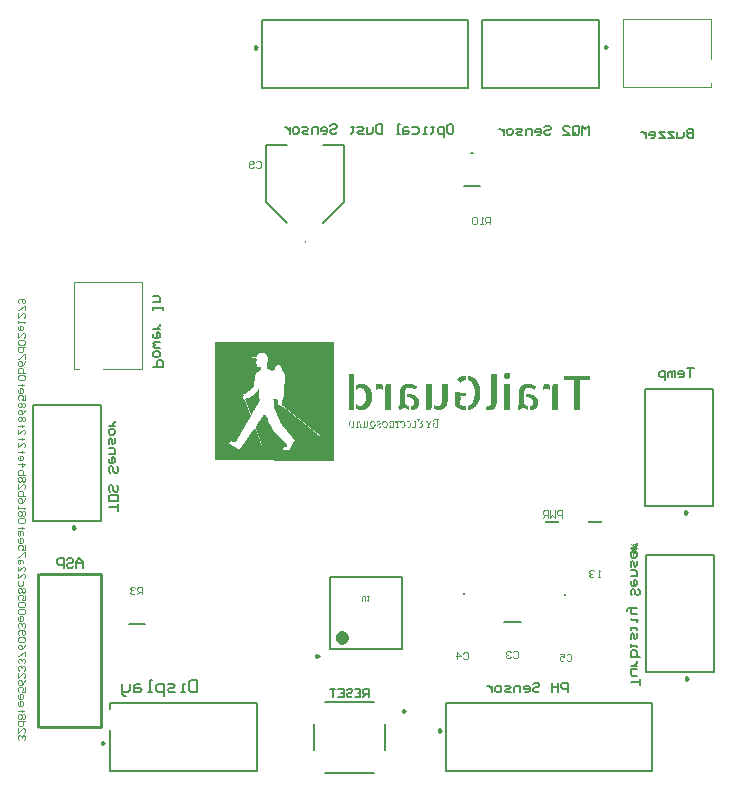
<source format=gbo>
G04*
G04 #@! TF.GenerationSoftware,Altium Limited,Altium Designer,24.1.2 (44)*
G04*
G04 Layer_Color=32896*
%FSLAX25Y25*%
%MOIN*%
G70*
G04*
G04 #@! TF.SameCoordinates,9647829F-9D65-4518-952E-74710912C15A*
G04*
G04*
G04 #@! TF.FilePolarity,Positive*
G04*
G01*
G75*
%ADD10C,0.00787*%
%ADD11C,0.00984*%
%ADD13C,0.00787*%
%ADD14C,0.00394*%
%ADD15C,0.01000*%
%ADD16C,0.00606*%
%ADD80C,0.00197*%
%ADD81C,0.02362*%
%ADD82C,0.00410*%
%ADD83R,0.04724X0.00787*%
G36*
X165404Y137141D02*
X165576Y137128D01*
X165616Y137088D01*
X165735Y137062D01*
X165775Y137022D01*
X165841Y136982D01*
X165921Y136929D01*
X165941Y136923D01*
X165954Y136896D01*
X166020Y136843D01*
X166027Y136823D01*
X166053Y136810D01*
X166073Y136790D01*
X166087Y136764D01*
X166153Y136671D01*
X166166Y136644D01*
X166206Y136605D01*
X166226Y136532D01*
X166259Y136499D01*
X166272Y136446D01*
X166285Y136340D01*
X166325Y136247D01*
X166338Y136154D01*
X166325Y135889D01*
X166285Y135796D01*
X166272Y135704D01*
X166232Y135637D01*
X166206Y135571D01*
X166193Y135545D01*
X166166Y135518D01*
X166113Y135425D01*
X166073Y135386D01*
X166060Y135359D01*
X166020Y135333D01*
X166007Y135306D01*
X165987Y135286D01*
X165961Y135273D01*
X165934Y135233D01*
X165908Y135220D01*
X165868Y135180D01*
X165802Y135154D01*
X165762Y135114D01*
X165709Y135101D01*
X165669Y135088D01*
X165603Y135048D01*
X165510Y135035D01*
X165384Y135015D01*
X165318Y135001D01*
X165192Y134995D01*
X165152Y135008D01*
X164993Y135035D01*
X164887Y135048D01*
X164808Y135101D01*
X164742Y135114D01*
X164702Y135154D01*
X164636Y135180D01*
X164583Y135233D01*
X164556Y135247D01*
X164364Y135439D01*
X164324Y135505D01*
X164298Y135531D01*
Y135545D01*
Y135558D01*
X164278Y135604D01*
X164258Y135611D01*
X164232Y135677D01*
X164218Y135770D01*
X164192Y135796D01*
X164179Y135849D01*
X164165Y136167D01*
X164179Y136207D01*
X164192Y136353D01*
X164218Y136379D01*
X164232Y136472D01*
X164324Y136644D01*
X164364Y136711D01*
X164377Y136737D01*
X164583Y136943D01*
X164609Y136956D01*
X164642Y136976D01*
X164649Y136996D01*
X164735Y137029D01*
X164768Y137062D01*
X164874Y137088D01*
X164940Y137128D01*
X164993Y137141D01*
X165364Y137155D01*
X165404Y137141D01*
D02*
G37*
G36*
X151578Y136114D02*
X151591Y136061D01*
X151578Y134670D01*
X151518Y134650D01*
X151227Y134637D01*
X151160Y134611D01*
X151107Y134597D01*
X150935Y134584D01*
X150816Y134531D01*
X150723Y134518D01*
X150697Y134491D01*
X150630Y134465D01*
X150551Y134452D01*
X150511Y134412D01*
X150438Y134392D01*
X150339Y134332D01*
X150293Y134312D01*
X150286Y134293D01*
X150220Y134266D01*
X150180Y134226D01*
X150114Y134187D01*
X150074Y134147D01*
X150047Y134134D01*
X149994Y134081D01*
X149968Y134067D01*
X149789Y133888D01*
X149776Y133862D01*
X149756Y133842D01*
X149703Y133829D01*
X149623Y133908D01*
X149604Y133915D01*
X149590Y133941D01*
X149544Y133975D01*
X149491Y134028D01*
X149464Y134041D01*
X149411Y134094D01*
X149385Y134107D01*
X149279Y134213D01*
X149252Y134226D01*
X149133Y134346D01*
X149107Y134359D01*
X149080Y134399D01*
X149054Y134412D01*
X148987Y134478D01*
X148961Y134491D01*
X148948Y134518D01*
X148921Y134531D01*
X148915Y134538D01*
X148868Y134584D01*
X148842Y134597D01*
X148775Y134664D01*
X148749Y134677D01*
X148696Y134730D01*
X148669Y134743D01*
X148643Y134783D01*
X148616Y134796D01*
X148550Y134862D01*
X148530Y134869D01*
X148517Y134895D01*
X148491Y134922D01*
X148504Y134975D01*
X148550Y135008D01*
X148577Y135035D01*
X148603Y135048D01*
X148656Y135101D01*
X148683Y135114D01*
X148736Y135167D01*
X148762Y135180D01*
X148815Y135233D01*
X148842Y135247D01*
X148895Y135300D01*
X148961Y135339D01*
X149054Y135406D01*
X149199Y135498D01*
X149226Y135512D01*
X149252Y135538D01*
X149339Y135571D01*
X149372Y135604D01*
X149458Y135637D01*
X149491Y135671D01*
X149544Y135684D01*
X149570Y135697D01*
X149597Y135724D01*
X149650Y135737D01*
X149716Y135763D01*
X149743Y135790D01*
X149796Y135803D01*
X149869Y135823D01*
X149888Y135843D01*
X149955Y135869D01*
X150034Y135883D01*
X150100Y135922D01*
X150193Y135936D01*
X150246Y135949D01*
X150339Y135989D01*
X150432Y136002D01*
X150511Y136015D01*
X150604Y136055D01*
X150836Y136075D01*
X150948Y136108D01*
X151041Y136121D01*
X151551Y136128D01*
X151578Y136114D01*
D02*
G37*
G36*
X177773Y133372D02*
X177892Y133358D01*
X177998Y133345D01*
X178184Y133332D01*
X178489Y133319D01*
X178641Y133272D01*
X178773Y133259D01*
X178866Y133246D01*
X178893Y133219D01*
X178985Y133206D01*
X179038Y133193D01*
X179105Y133180D01*
X179131Y133153D01*
X179184Y133140D01*
X179284Y133120D01*
X179303Y133100D01*
X179330Y133087D01*
X179370Y133074D01*
X179436Y133060D01*
X179462Y133034D01*
X179529Y133007D01*
X179595Y132968D01*
X179681Y132908D01*
X179668Y131437D01*
X179648Y131417D01*
X179529Y131431D01*
X179502Y131457D01*
X179396Y131484D01*
X179290Y131497D01*
X179224Y131523D01*
X179171Y131537D01*
X178959Y131550D01*
X178919Y131563D01*
X178813Y131590D01*
X178681Y131603D01*
X178018D01*
X177925Y131590D01*
X177773Y131556D01*
X177694Y131543D01*
X177521Y131530D01*
X177455Y131503D01*
X177395Y131484D01*
X177342Y131497D01*
X177323Y131543D01*
X177336Y131583D01*
X177349Y133372D01*
X177402Y133385D01*
X177773Y133372D01*
D02*
G37*
G36*
X122203Y133358D02*
X122335Y133345D01*
X122507Y133332D01*
X122812Y133319D01*
X122964Y133272D01*
X123097Y133259D01*
X123176Y133246D01*
X123269Y133206D01*
X123408Y133186D01*
X123428Y133166D01*
X123494Y133140D01*
X123600Y133127D01*
X123640Y133087D01*
X123693Y133074D01*
X123766Y133054D01*
X123799Y133021D01*
X123852Y133007D01*
X123892Y132994D01*
X123918Y132968D01*
X123945Y132954D01*
X123991Y132908D01*
X123978Y132736D01*
X123985Y131444D01*
X123958Y131417D01*
X123852Y131431D01*
X123826Y131457D01*
X123773Y131470D01*
X123680Y131484D01*
X123614Y131497D01*
X123547Y131523D01*
X123494Y131537D01*
X123282Y131550D01*
X123243Y131563D01*
X123170Y131583D01*
X123090Y131596D01*
X122315Y131603D01*
X122275Y131590D01*
X122150Y131570D01*
X122097Y131556D01*
X122017Y131543D01*
X121832Y131530D01*
X121719Y131484D01*
X121653Y131497D01*
X121633Y131517D01*
X121646Y133358D01*
X121666Y133378D01*
X121971D01*
X122203Y133358D01*
D02*
G37*
G36*
X172294Y133365D02*
X172566Y133332D01*
X172818Y133319D01*
X172884Y133305D01*
X172950Y133279D01*
X173016Y133266D01*
X173149Y133252D01*
X173215Y133226D01*
X173288Y133206D01*
X173420Y133193D01*
X173540Y133140D01*
X173646Y133127D01*
X173712Y133087D01*
X173765Y133074D01*
X173844Y133060D01*
X173871Y133034D01*
X173937Y133007D01*
X174017Y132994D01*
X174056Y132954D01*
X174176Y132928D01*
X174215Y132888D01*
X174288Y132868D01*
X174335Y132835D01*
X174401Y132809D01*
X174427Y132795D01*
X174454Y132769D01*
X174540Y132736D01*
X174573Y132703D01*
X174639Y132676D01*
X174679Y132636D01*
X174745Y132597D01*
X174785Y132557D01*
X174851Y132517D01*
X174924Y132444D01*
X174911Y132365D01*
X174871Y132325D01*
X174845Y132259D01*
X174805Y132219D01*
X174765Y132153D01*
X174712Y132060D01*
X174673Y132020D01*
X174646Y131954D01*
X174606Y131914D01*
X174593Y131874D01*
X174553Y131835D01*
X174500Y131742D01*
X174434Y131649D01*
X174381Y131556D01*
X174355Y131530D01*
X174315Y131464D01*
X174268Y131404D01*
X174215Y131417D01*
X174162Y131470D01*
X174096Y131510D01*
X174056Y131550D01*
X174030Y131563D01*
X173990Y131603D01*
X173937Y131616D01*
X173884Y131669D01*
X173844Y131682D01*
X173805Y131722D01*
X173752Y131735D01*
X173725Y131749D01*
X173685Y131788D01*
X173599Y131808D01*
X173553Y131855D01*
X173454Y131874D01*
X173420Y131908D01*
X173367Y131921D01*
X173295Y131941D01*
X173208Y131987D01*
X173102Y132000D01*
X173036Y132040D01*
X172983Y132053D01*
X172864Y132067D01*
X172798Y132093D01*
X172745Y132106D01*
X172493Y132120D01*
X171857Y132106D01*
X171817Y132093D01*
X171764Y132080D01*
X171724Y132067D01*
X171671Y132053D01*
X171579Y132040D01*
X171539Y132000D01*
X171486Y131987D01*
X171440Y131967D01*
X171426Y131941D01*
X171353Y131894D01*
X171281Y131821D01*
X171274Y131802D01*
X171247Y131788D01*
X171201Y131715D01*
X171175Y131689D01*
X171155Y131616D01*
X171108Y131570D01*
X171095Y131464D01*
X171069Y131437D01*
X171042Y131344D01*
X171029Y131212D01*
X170989Y131119D01*
X170976Y130867D01*
X170963Y130708D01*
X170949Y130669D01*
X170936Y130536D01*
X170923Y130284D01*
X170936Y126720D01*
X170976Y126680D01*
X170989Y126654D01*
X171029Y126614D01*
X171042Y126588D01*
X171069Y126561D01*
X171082Y126535D01*
X171188Y126429D01*
X171194Y126409D01*
X171221Y126396D01*
X171287Y126329D01*
X171314Y126316D01*
X171367Y126263D01*
X171393Y126250D01*
X171433Y126210D01*
X171459Y126197D01*
X171493Y126177D01*
X171506Y126150D01*
X171572Y126124D01*
X171605Y126091D01*
X171691Y126058D01*
X171724Y126025D01*
X171830Y125998D01*
X171897Y125958D01*
X171950Y125945D01*
X172029Y125932D01*
X172102Y125872D01*
X172115Y125832D01*
X172102Y124799D01*
X172029Y124792D01*
X171989Y124806D01*
X171897Y124819D01*
X171870Y124845D01*
X171817Y124859D01*
X171731Y124878D01*
X171711Y124898D01*
X171685Y124912D01*
X171645Y124925D01*
X171572Y124945D01*
X171546Y124958D01*
X171539Y124978D01*
X171486Y124991D01*
X171420Y125031D01*
X171353Y125057D01*
X171287Y125097D01*
X171261Y125124D01*
X171208Y125137D01*
X171168Y125177D01*
X171128Y125190D01*
X171075Y125243D01*
X171009Y125283D01*
X170916Y125349D01*
X170876Y125389D01*
X170857Y125395D01*
X170843Y125422D01*
X170823Y125442D01*
X170797Y125455D01*
X170764Y125501D01*
X170737Y125514D01*
X170724Y125541D01*
X170664Y125614D01*
X170618Y125687D01*
X170565Y125779D01*
X170519Y125839D01*
X170479Y125826D01*
X170466Y125773D01*
X170406Y125634D01*
X170366Y125567D01*
X170313Y125475D01*
X170287Y125448D01*
X170274Y125408D01*
X170221Y125355D01*
X170207Y125329D01*
X170154Y125276D01*
X170141Y125249D01*
X170068Y125177D01*
X170042Y125163D01*
X170015Y125124D01*
X169989Y125110D01*
X169922Y125044D01*
X169903Y125037D01*
X169889Y125011D01*
X169816Y124965D01*
X169724Y124912D01*
X169684Y124872D01*
X169611Y124852D01*
X169565Y124806D01*
X169465Y124786D01*
X169432Y124753D01*
X169379Y124739D01*
X169220Y124726D01*
X169180Y124713D01*
X169127Y124700D01*
X169081Y124733D01*
X169002Y124905D01*
X168962Y124971D01*
X168935Y125037D01*
X168922Y125077D01*
X168896Y125104D01*
X168856Y125210D01*
X168829Y125236D01*
X168816Y125289D01*
X168750Y125435D01*
X168710Y125501D01*
X168684Y125567D01*
X168670Y125607D01*
X168631Y125647D01*
X168644Y125726D01*
X168750Y125793D01*
X168816Y125859D01*
X168856Y125925D01*
X168882Y125991D01*
X168922Y126058D01*
X168935Y126097D01*
X168962Y126203D01*
X168988Y126230D01*
X169002Y126323D01*
X169021Y126449D01*
X169048Y126515D01*
X169061Y126581D01*
X169074Y126886D01*
X169094Y127277D01*
Y129052D01*
Y129065D01*
X169114Y129735D01*
X169127Y130066D01*
X169141Y130543D01*
X169154Y130622D01*
X169167Y130675D01*
X169180Y130755D01*
X169214Y131146D01*
X169240Y131212D01*
X169253Y131265D01*
X169273Y131510D01*
X169306Y131583D01*
X169320Y131636D01*
X169333Y131768D01*
X169359Y131795D01*
X169386Y131861D01*
X169399Y131954D01*
X169439Y131994D01*
X169459Y132080D01*
X169505Y132139D01*
X169518Y132192D01*
X169538Y132239D01*
X169565Y132252D01*
X169631Y132358D01*
X169651Y132404D01*
X169704Y132457D01*
X169717Y132484D01*
X169770Y132537D01*
X169783Y132563D01*
X169975Y132756D01*
X170002Y132769D01*
X170055Y132822D01*
X170081Y132835D01*
X170101Y132855D01*
X170108Y132875D01*
X170201Y132928D01*
X170267Y132968D01*
X170293Y132994D01*
X170346Y133007D01*
X170373Y133021D01*
X170413Y133060D01*
X170466Y133074D01*
X170532Y133113D01*
X170598Y133140D01*
X170664Y133153D01*
X170691Y133180D01*
X170850Y133219D01*
X170943Y133259D01*
X171088Y133272D01*
X171181Y133312D01*
X171274Y133325D01*
X171526Y133339D01*
X171565Y133352D01*
X171691Y133372D01*
X172254Y133378D01*
X172294Y133365D01*
D02*
G37*
G36*
X132610D02*
X132882Y133332D01*
X133134Y133319D01*
X133187Y133305D01*
X133299Y133272D01*
X133352Y133259D01*
X133498Y133246D01*
X133591Y133206D01*
X133743Y133186D01*
X133856Y133140D01*
X133969Y133120D01*
X133988Y133100D01*
X134055Y133074D01*
X134161Y133060D01*
X134200Y133021D01*
X134253Y133007D01*
X134320Y132994D01*
X134386Y132954D01*
X134439Y132941D01*
X134479Y132928D01*
X134505Y132901D01*
X134611Y132862D01*
X134651Y132822D01*
X134717Y132809D01*
X134797Y132756D01*
X134850Y132742D01*
X134870Y132722D01*
X134876Y132703D01*
X134962Y132669D01*
X135009Y132623D01*
X135035Y132610D01*
X135075Y132570D01*
X135101Y132557D01*
X135174Y132497D01*
X135194Y132477D01*
X135221Y132464D01*
X135241Y132404D01*
X135207Y132345D01*
X135188Y132338D01*
X135161Y132272D01*
X135121Y132232D01*
X135068Y132139D01*
X135002Y132047D01*
X134949Y131954D01*
X134923Y131927D01*
X134909Y131888D01*
X134856Y131835D01*
X134843Y131782D01*
X134803Y131742D01*
X134764Y131676D01*
X134737Y131649D01*
X134711Y131583D01*
X134671Y131543D01*
X134631Y131477D01*
X134571Y131404D01*
X134518Y131417D01*
X134465Y131470D01*
X134439Y131484D01*
X134386Y131537D01*
X134320Y131576D01*
X134293Y131603D01*
X134240Y131616D01*
X134214Y131656D01*
X134121Y131709D01*
X134002Y131775D01*
X133935Y131802D01*
X133909Y131815D01*
X133882Y131841D01*
X133829Y131855D01*
X133743Y131888D01*
X133723Y131908D01*
X133670Y131921D01*
X133598Y131941D01*
X133578Y131961D01*
X133511Y131987D01*
X133405Y132000D01*
X133379Y132027D01*
X133286Y132053D01*
X133167Y132067D01*
X133074Y132106D01*
X132783Y132120D01*
X132160Y132106D01*
X132120Y132093D01*
X131988Y132053D01*
X131882Y132040D01*
X131842Y132000D01*
X131789Y131987D01*
X131762Y131974D01*
X131723Y131934D01*
X131696Y131921D01*
X131643Y131868D01*
X131617Y131855D01*
X131597Y131835D01*
X131584Y131808D01*
X131544Y131768D01*
X131531Y131742D01*
X131491Y131702D01*
X131458Y131616D01*
X131425Y131583D01*
X131411Y131490D01*
X131385Y131464D01*
X131358Y131397D01*
X131345Y131252D01*
X131305Y131159D01*
X131292Y131026D01*
X131279Y130788D01*
X131266Y130748D01*
X131252Y130655D01*
X131239Y130523D01*
X131226Y129198D01*
X131232Y126820D01*
X131226Y126760D01*
X131292Y126667D01*
X131305Y126641D01*
X131345Y126601D01*
X131358Y126574D01*
X131378Y126541D01*
X131405Y126528D01*
X131438Y126482D01*
X131590Y126329D01*
X131617Y126316D01*
X131670Y126263D01*
X131696Y126250D01*
X131736Y126210D01*
X131802Y126170D01*
X131829Y126144D01*
X131895Y126104D01*
X132014Y126038D01*
X132080Y126011D01*
X132133Y125998D01*
X132200Y125958D01*
X132292Y125945D01*
X132345Y125932D01*
X132418Y125859D01*
X132405Y124799D01*
X132319Y124792D01*
X132279Y124806D01*
X132213Y124819D01*
X132120Y124859D01*
X132067Y124872D01*
X131948Y124925D01*
X131875Y124945D01*
X131842Y124978D01*
X131789Y124991D01*
X131723Y125031D01*
X131656Y125057D01*
X131630Y125071D01*
X131590Y125110D01*
X131504Y125143D01*
X131471Y125177D01*
X131405Y125216D01*
X131378Y125243D01*
X131312Y125283D01*
X131285Y125309D01*
X131239Y125329D01*
X131226Y125355D01*
X131206Y125375D01*
X131179Y125389D01*
X131160Y125408D01*
X131153Y125428D01*
X131126Y125442D01*
X131040Y125528D01*
X131027Y125554D01*
X130974Y125607D01*
X130934Y125673D01*
X130822Y125839D01*
X130795Y125826D01*
X130775Y125766D01*
X130722Y125647D01*
X130683Y125581D01*
X130630Y125488D01*
X130603Y125461D01*
X130577Y125395D01*
X130471Y125289D01*
X130457Y125263D01*
X130252Y125057D01*
X130225Y125044D01*
X130172Y124991D01*
X130133Y124978D01*
X130093Y124938D01*
X130020Y124905D01*
X130007Y124878D01*
X129954Y124865D01*
X129907Y124845D01*
X129868Y124806D01*
X129788Y124792D01*
X129709Y124739D01*
X129536Y124726D01*
X129497Y124713D01*
X129444Y124700D01*
X129404Y124713D01*
X129338Y124819D01*
X129318Y124892D01*
X129305Y124918D01*
Y124931D01*
X129265Y124971D01*
X129245Y125044D01*
X129212Y125090D01*
X129199Y125130D01*
X129172Y125196D01*
X129146Y125223D01*
X129132Y125276D01*
X129079Y125369D01*
X129066Y125408D01*
X129053Y125461D01*
X129013Y125501D01*
X129000Y125554D01*
X128960Y125620D01*
X128934Y125673D01*
X128973Y125740D01*
X129053Y125779D01*
X129066Y125806D01*
X129132Y125872D01*
X129146Y125912D01*
X129185Y125952D01*
X129205Y126038D01*
X129238Y126084D01*
X129252Y126124D01*
X129271Y126210D01*
X129305Y126270D01*
X129318Y126323D01*
X129331Y126482D01*
X129358Y126548D01*
X129371Y126601D01*
X129384Y126773D01*
X129397Y127701D01*
X129411Y129701D01*
X129424Y129741D01*
X129444Y130291D01*
X129457Y130636D01*
X129470Y130715D01*
X129483Y130768D01*
X129497Y130848D01*
X129510Y131033D01*
X129523Y131166D01*
X129550Y131232D01*
X129563Y131285D01*
X129583Y131530D01*
X129636Y131649D01*
X129649Y131782D01*
X129689Y131848D01*
X129702Y131901D01*
X129715Y131967D01*
X129742Y131994D01*
X129768Y132086D01*
X129782Y132113D01*
X129821Y132153D01*
X129835Y132219D01*
X129888Y132272D01*
X129901Y132325D01*
X129941Y132365D01*
X129980Y132431D01*
X130020Y132471D01*
X130033Y132497D01*
X130086Y132550D01*
X130100Y132577D01*
X130265Y132742D01*
X130292Y132756D01*
X130345Y132809D01*
X130371Y132822D01*
X130424Y132875D01*
X130490Y132915D01*
X130517Y132941D01*
X130570Y132954D01*
X130623Y133007D01*
X130689Y133021D01*
X130742Y133074D01*
X130808Y133087D01*
X130835Y133113D01*
X130928Y133140D01*
X131047Y133193D01*
X131166Y133219D01*
X131193Y133246D01*
X131285Y133259D01*
X131391Y133272D01*
X131484Y133312D01*
X131577Y133325D01*
X131842Y133339D01*
X131882Y133352D01*
X132008Y133372D01*
X132571Y133378D01*
X132610Y133365D01*
D02*
G37*
G36*
X117015Y133378D02*
X117081Y133352D01*
X117174Y133339D01*
X117227Y133325D01*
X117399Y133312D01*
X117492Y133272D01*
X117664Y133246D01*
X117691Y133219D01*
X117797Y133193D01*
X117876Y133180D01*
X117903Y133153D01*
X118009Y133127D01*
X118075Y133087D01*
X118115Y133074D01*
X118168Y133060D01*
X118208Y133021D01*
X118261Y133007D01*
X118327Y132968D01*
X118446Y132901D01*
X118724Y132703D01*
X118797Y132643D01*
X118830Y132623D01*
X118837Y132616D01*
X118883Y132570D01*
X118910Y132557D01*
X118976Y132491D01*
X119003Y132477D01*
X119142Y132338D01*
X119155Y132312D01*
X119221Y132245D01*
X119228Y132226D01*
X119248Y132219D01*
X119261Y132192D01*
X119321Y132120D01*
X119360Y132053D01*
X119387Y132040D01*
X119433Y131967D01*
X119460Y131941D01*
X119473Y131888D01*
X119526Y131835D01*
X119619Y131662D01*
X119645Y131636D01*
X119659Y131583D01*
X119672Y131556D01*
X119712Y131517D01*
X119725Y131437D01*
X119765Y131397D01*
X119778Y131344D01*
X119804Y131278D01*
X119831Y131252D01*
X119844Y131199D01*
X119871Y131132D01*
X119897Y131106D01*
X119910Y131013D01*
X119977Y130867D01*
X119990Y130775D01*
X120030Y130682D01*
X120056Y130510D01*
X120096Y130417D01*
X120109Y130205D01*
X120122Y130165D01*
X120149Y130072D01*
X120162Y130019D01*
X120175Y129556D01*
X120189Y129516D01*
X120202Y129264D01*
X120189Y128814D01*
X120175Y128774D01*
X120155Y128290D01*
X120142Y128224D01*
X120116Y128118D01*
X120102Y128039D01*
X120089Y127880D01*
X120043Y127727D01*
X120030Y127568D01*
X119977Y127449D01*
X119963Y127303D01*
X119910Y127184D01*
X119897Y127078D01*
X119857Y127012D01*
X119844Y126919D01*
X119778Y126773D01*
X119765Y126707D01*
X119725Y126667D01*
X119705Y126568D01*
X119685Y126548D01*
X119672Y126521D01*
X119659Y126482D01*
X119632Y126415D01*
X119592Y126376D01*
X119579Y126309D01*
X119553Y126283D01*
X119539Y126256D01*
X119433Y126071D01*
X119407Y126044D01*
X119380Y125978D01*
X119341Y125938D01*
X119301Y125872D01*
X119274Y125846D01*
X119235Y125779D01*
X119208Y125753D01*
X119188Y125707D01*
X119162Y125693D01*
X119129Y125647D01*
X119076Y125594D01*
X119062Y125567D01*
X119023Y125541D01*
X119009Y125514D01*
X118963Y125481D01*
X118936Y125442D01*
X118910Y125428D01*
X118890Y125408D01*
X118877Y125382D01*
X118830Y125349D01*
X118791Y125309D01*
X118764Y125296D01*
X118711Y125243D01*
X118685Y125230D01*
X118658Y125203D01*
X118632Y125190D01*
X118559Y125130D01*
X118486Y125084D01*
X118393Y125031D01*
X118367Y125004D01*
X118314Y124991D01*
X118247Y124951D01*
X118181Y124925D01*
X118141Y124912D01*
X118115Y124885D01*
X117956Y124845D01*
X117916Y124806D01*
X117784Y124792D01*
X117717Y124753D01*
X117664Y124739D01*
X117519Y124726D01*
X117426Y124686D01*
X117373Y124673D01*
X116949Y124660D01*
X116909Y124647D01*
X116498Y124660D01*
X116459Y124673D01*
X116167Y124686D01*
X116101Y124713D01*
X116048Y124726D01*
X115955Y124739D01*
X115849Y124753D01*
X115756Y124792D01*
X115703Y124806D01*
X115624Y124819D01*
X115597Y124845D01*
X115544Y124859D01*
X115458Y124878D01*
X115372Y124925D01*
X115293Y124938D01*
X115213Y124991D01*
X115147Y125004D01*
X115107Y125044D01*
X115034Y125064D01*
X115008Y125077D01*
X114981Y125170D01*
X114988Y126594D01*
X115054Y126581D01*
X115074Y126561D01*
X115087Y126535D01*
X115107Y126515D01*
X115134Y126502D01*
X115160Y126462D01*
X115187Y126449D01*
X115240Y126396D01*
X115306Y126356D01*
X115399Y126303D01*
X115425Y126276D01*
X115511Y126243D01*
X115544Y126210D01*
X115631Y126190D01*
X115677Y126157D01*
X115717Y126144D01*
X115836Y126131D01*
X115862Y126104D01*
X115915Y126091D01*
X116048Y126078D01*
X116551Y126091D01*
X116644Y126131D01*
X116737Y126144D01*
X116803Y126184D01*
X116843Y126197D01*
X116916Y126217D01*
X116949Y126250D01*
X117035Y126283D01*
X117068Y126316D01*
X117161Y126369D01*
X117234Y126429D01*
X117254Y126449D01*
X117280Y126462D01*
X117346Y126528D01*
X117373Y126541D01*
X117433Y126601D01*
X117446Y126627D01*
X117486Y126654D01*
X117499Y126680D01*
X117565Y126747D01*
X117578Y126773D01*
X117618Y126813D01*
X117631Y126839D01*
X117671Y126879D01*
X117698Y126945D01*
X117737Y126985D01*
X117843Y127171D01*
X117870Y127237D01*
X117910Y127303D01*
X117936Y127369D01*
X117949Y127422D01*
X117976Y127449D01*
X118002Y127542D01*
X118016Y127595D01*
X118055Y127634D01*
X118075Y127774D01*
X118095Y127793D01*
X118122Y127860D01*
X118135Y127992D01*
X118188Y128111D01*
X118201Y128310D01*
X118228Y128376D01*
X118241Y128429D01*
X118254Y128641D01*
X118241Y129622D01*
X118228Y129662D01*
X118201Y129754D01*
X118188Y129807D01*
X118175Y129993D01*
X118135Y130086D01*
X118122Y130139D01*
X118108Y130245D01*
X118069Y130337D01*
X118049Y130450D01*
X118016Y130483D01*
X118002Y130536D01*
X117989Y130616D01*
X117949Y130655D01*
X117923Y130761D01*
X117883Y130801D01*
X117863Y130887D01*
X117817Y130934D01*
X117797Y131007D01*
X117751Y131053D01*
X117737Y131106D01*
X117671Y131199D01*
X117658Y131225D01*
X117631Y131238D01*
X117592Y131305D01*
X117565Y131331D01*
X117552Y131358D01*
X117492Y131431D01*
X117466Y131470D01*
X117439Y131484D01*
X117419Y131503D01*
X117406Y131530D01*
X117360Y131563D01*
X117320Y131603D01*
X117293Y131616D01*
X117240Y131669D01*
X117201Y131682D01*
X117148Y131735D01*
X117081Y131775D01*
X117015Y131802D01*
X116989Y131815D01*
X116949Y131855D01*
X116850Y131874D01*
X116816Y131908D01*
X116763Y131921D01*
X116644Y131934D01*
X116551Y131974D01*
X116459Y131987D01*
X115955Y131974D01*
X115862Y131934D01*
X115809Y131921D01*
X115730Y131908D01*
X115664Y131868D01*
X115591Y131848D01*
X115544Y131815D01*
X115505Y131802D01*
X115478Y131788D01*
X115438Y131749D01*
X115352Y131715D01*
X115306Y131669D01*
X115279Y131656D01*
X115240Y131616D01*
X115213Y131603D01*
X115173Y131563D01*
X115147Y131550D01*
X115087Y131503D01*
X115074Y131477D01*
X115001Y131444D01*
X114981Y131464D01*
X114995Y132974D01*
X115028Y133007D01*
X115094Y133047D01*
X115160Y133074D01*
X115200Y133087D01*
X115226Y133113D01*
X115319Y133140D01*
X115385Y133180D01*
X115425Y133193D01*
X115544Y133219D01*
X115571Y133246D01*
X115624Y133259D01*
X115743Y133272D01*
X115836Y133312D01*
X115889Y133325D01*
X116101Y133339D01*
X116167Y133365D01*
X116260Y133378D01*
X116392Y133392D01*
X117015Y133378D01*
D02*
G37*
G36*
X145344Y133312D02*
X145364Y133292D01*
X145350Y127290D01*
X145337Y127250D01*
X145297Y127104D01*
X145284Y126932D01*
X145271Y126839D01*
X145231Y126747D01*
X145218Y126654D01*
X145205Y126601D01*
X145165Y126535D01*
X145145Y126422D01*
X145125Y126402D01*
X145112Y126376D01*
X145099Y126336D01*
X145079Y126263D01*
X145046Y126230D01*
X145032Y126177D01*
X144993Y126111D01*
X144940Y126018D01*
X144913Y125991D01*
X144860Y125899D01*
X144814Y125826D01*
X144787Y125813D01*
X144721Y125733D01*
X144701Y125713D01*
X144694Y125693D01*
X144668Y125680D01*
X144648Y125660D01*
X144635Y125634D01*
X144588Y125601D01*
X144575Y125574D01*
X144549Y125561D01*
X144416Y125428D01*
X144396Y125422D01*
X144383Y125395D01*
X144363Y125375D01*
X144337Y125362D01*
X144284Y125309D01*
X144257Y125296D01*
X144217Y125256D01*
X144151Y125216D01*
X144125Y125190D01*
X144098Y125177D01*
X144045Y125124D01*
X143979Y125084D01*
X143886Y125031D01*
X143873Y125004D01*
X143787Y124971D01*
X143754Y124938D01*
X143661Y124885D01*
X143621Y124872D01*
X143475Y124806D01*
X143422Y124792D01*
X143396Y124779D01*
X143369Y124753D01*
X143277Y124739D01*
X143191Y124719D01*
X143118Y124686D01*
X143025Y124673D01*
X142621Y124653D01*
X142442Y124647D01*
X142402Y124660D01*
X142038Y124680D01*
X141985Y124693D01*
X141912Y124726D01*
X141779Y124739D01*
X141713Y124766D01*
X141620Y124806D01*
X141541Y124819D01*
X141514Y124845D01*
X141408Y124872D01*
X141289Y124925D01*
X141216Y124945D01*
X141130Y124991D01*
X141057Y125011D01*
X141024Y125044D01*
X140971Y125057D01*
X140779Y125157D01*
X140753Y125249D01*
X140766Y125316D01*
X140753Y125355D01*
Y125541D01*
Y125554D01*
X140759Y126170D01*
X140753Y126230D01*
X140772Y126263D01*
X140852Y126250D01*
X140892Y126210D01*
X141024Y126197D01*
X141090Y126157D01*
X141143Y126144D01*
X141276Y126131D01*
X141369Y126091D01*
X141422Y126078D01*
X141673Y126064D01*
X141740Y126038D01*
X141832Y126025D01*
X142038Y126018D01*
X142250Y126031D01*
X142316Y126058D01*
X142369Y126071D01*
X142502Y126084D01*
X142548Y126104D01*
X142574Y126131D01*
X142674Y126150D01*
X142694Y126170D01*
X142720Y126184D01*
X142813Y126237D01*
X142839Y126263D01*
X142866Y126276D01*
X142906Y126316D01*
X142932Y126329D01*
X142992Y126376D01*
X143005Y126402D01*
X143032Y126415D01*
X143045Y126442D01*
X143111Y126508D01*
X143151Y126574D01*
X143177Y126601D01*
X143230Y126694D01*
X143244Y126733D01*
X143283Y126800D01*
X143310Y126866D01*
X143323Y126945D01*
X143363Y126985D01*
X143376Y127078D01*
X143389Y127144D01*
X143429Y127237D01*
X143442Y127369D01*
X143456Y127462D01*
X143469Y127502D01*
X143482Y127555D01*
X143495Y127648D01*
X143509Y128178D01*
X143522Y128270D01*
X143535Y128959D01*
X143548Y133305D01*
X143608Y133325D01*
X145344Y133312D01*
D02*
G37*
G36*
X192792Y135936D02*
X192812Y135863D01*
X192805Y135803D01*
X192812Y134869D01*
X192799Y134829D01*
X192812Y134789D01*
X192799Y134736D01*
X192739Y134717D01*
X189466Y134703D01*
X189446Y134683D01*
X189433Y124746D01*
X189373Y124726D01*
X187651Y124739D01*
X187631Y124799D01*
Y131371D01*
Y131384D01*
X187618Y134710D01*
X184292Y134723D01*
X184266Y134750D01*
X184279Y135929D01*
X184299Y135949D01*
X192792Y135936D01*
D02*
G37*
G36*
X182139Y133312D02*
X182159Y133252D01*
X182146Y133199D01*
Y125872D01*
Y125859D01*
X182152Y124779D01*
X182126Y124739D01*
X182073Y124726D01*
X180337Y124739D01*
X180317Y124812D01*
X180330Y124865D01*
X180344Y132590D01*
X180370Y132616D01*
X180383Y132709D01*
X180410Y132868D01*
X180450Y132961D01*
X180463Y133133D01*
X180503Y133226D01*
X180516Y133279D01*
X180522Y133312D01*
X180575Y133325D01*
X182139Y133312D01*
D02*
G37*
G36*
X166166Y133305D02*
X166179Y133252D01*
X166166Y133213D01*
X166153Y124746D01*
X166133Y124726D01*
X164357Y124739D01*
X164338Y124759D01*
X164324Y133266D01*
X164331Y133272D01*
X164364Y133319D01*
X166133Y133325D01*
X166166Y133305D01*
D02*
G37*
G36*
X140083Y133312D02*
X140103Y133292D01*
X140097Y133193D01*
X140103Y125607D01*
X140090Y125567D01*
X140077Y125514D01*
X140057Y125362D01*
X140030Y125296D01*
X140011Y125223D01*
X139997Y125077D01*
X139971Y125024D01*
X139964Y125018D01*
X139951Y124965D01*
X139938Y124819D01*
X139918Y124772D01*
X139885Y124739D01*
X139832Y124726D01*
X138281Y124739D01*
X138262Y124799D01*
X138275Y133305D01*
X138334Y133325D01*
X140083Y133312D01*
D02*
G37*
G36*
X126449D02*
X126469Y133292D01*
X126462Y133193D01*
X126469Y129383D01*
Y129370D01*
X126462Y124845D01*
X126469Y124772D01*
X126436Y124726D01*
X124660Y124739D01*
X124641Y124759D01*
X124654Y132484D01*
X124667Y132524D01*
X124694Y132709D01*
X124733Y132802D01*
X124753Y132981D01*
X124786Y133054D01*
X124800Y133107D01*
X124813Y133266D01*
X124846Y133312D01*
X124899Y133325D01*
X126449Y133312D01*
D02*
G37*
G36*
X114299Y136558D02*
X114319Y136538D01*
X114325Y136505D01*
X114319Y131146D01*
Y131132D01*
X114306Y125342D01*
X114292Y125302D01*
X114272Y125216D01*
X114253Y125037D01*
X114239Y124759D01*
X114206Y124726D01*
X112497Y124739D01*
X112477Y124799D01*
X112490Y136552D01*
X112563Y136572D01*
X114299Y136558D01*
D02*
G37*
G36*
X152366Y136055D02*
X152525Y136042D01*
X152591Y136015D01*
X152644Y136002D01*
X152790Y135989D01*
X152909Y135936D01*
X153029Y135922D01*
X153108Y135869D01*
X153227Y135856D01*
X153267Y135816D01*
X153386Y135790D01*
X153413Y135763D01*
X153506Y135737D01*
X153532Y135724D01*
X153572Y135684D01*
X153665Y135671D01*
X153718Y135618D01*
X153784Y135604D01*
X153824Y135565D01*
X153910Y135531D01*
X153943Y135498D01*
X154009Y135472D01*
X154036Y135445D01*
X154128Y135392D01*
X154155Y135366D01*
X154221Y135326D01*
X154314Y135260D01*
X154340Y135233D01*
X154367Y135220D01*
X154420Y135167D01*
X154446Y135154D01*
X154486Y135114D01*
X154513Y135101D01*
X154559Y135068D01*
X154566Y135048D01*
X154592Y135035D01*
X154658Y134968D01*
X154685Y134955D01*
X154725Y134902D01*
X154745Y134895D01*
X154758Y134869D01*
X154791Y134836D01*
X154811Y134829D01*
X154824Y134803D01*
X154890Y134736D01*
X154904Y134710D01*
X154957Y134657D01*
X154970Y134630D01*
X155010Y134591D01*
X155023Y134564D01*
X155076Y134511D01*
X155089Y134485D01*
X155142Y134432D01*
X155182Y134365D01*
X155248Y134273D01*
X155275Y134246D01*
X155314Y134180D01*
X155367Y134087D01*
X155394Y134061D01*
X155407Y134008D01*
X155447Y133968D01*
X155480Y133882D01*
X155513Y133849D01*
X155546Y133763D01*
X155579Y133729D01*
X155599Y133657D01*
X155632Y133610D01*
X155646Y133570D01*
X155679Y133484D01*
X155712Y133451D01*
X155732Y133352D01*
X155765Y133319D01*
X155778Y133266D01*
X155791Y133199D01*
X155818Y133173D01*
X155844Y133107D01*
X155858Y133027D01*
X155897Y132961D01*
X155911Y132908D01*
X155924Y132828D01*
X155964Y132762D01*
X155990Y132603D01*
X156017Y132577D01*
X156030Y132524D01*
X156043Y132378D01*
X156096Y132259D01*
X156109Y132073D01*
X156149Y131980D01*
X156162Y131927D01*
X156176Y131676D01*
X156202Y131609D01*
X156229Y131424D01*
X156242Y130987D01*
X156255Y130947D01*
X156275Y130702D01*
X156282Y130112D01*
X156268Y130072D01*
X156255Y129807D01*
X156242Y129768D01*
X156229Y129476D01*
X156215Y129211D01*
X156202Y129171D01*
X156176Y129079D01*
X156162Y128946D01*
X156149Y128787D01*
X156109Y128694D01*
X156096Y128522D01*
X156063Y128436D01*
X156043Y128376D01*
X156017Y128217D01*
X155977Y128125D01*
X155957Y127999D01*
X155911Y127913D01*
X155897Y127807D01*
X155858Y127767D01*
X155844Y127674D01*
X155778Y127528D01*
X155765Y127462D01*
X155725Y127422D01*
X155699Y127303D01*
X155659Y127263D01*
X155639Y127177D01*
X155606Y127144D01*
X155566Y127038D01*
X155526Y126998D01*
X155513Y126919D01*
X155493Y126899D01*
X155473Y126892D01*
X155440Y126806D01*
X155407Y126773D01*
X155381Y126707D01*
X155354Y126680D01*
X155301Y126588D01*
X155275Y126561D01*
X155222Y126468D01*
X155155Y126376D01*
X155096Y126303D01*
X155049Y126230D01*
X155023Y126203D01*
X155010Y126177D01*
X154957Y126124D01*
X154943Y126097D01*
X154824Y125978D01*
X154811Y125952D01*
X154771Y125925D01*
X154758Y125899D01*
X154672Y125813D01*
X154645Y125799D01*
X154619Y125760D01*
X154592Y125746D01*
X154473Y125627D01*
X154446Y125614D01*
X154393Y125561D01*
X154367Y125548D01*
X154327Y125508D01*
X154261Y125468D01*
X154234Y125442D01*
X154208Y125428D01*
X154168Y125389D01*
X154075Y125336D01*
X153983Y125269D01*
X153916Y125243D01*
X153890Y125230D01*
X153850Y125190D01*
X153797Y125177D01*
X153771Y125163D01*
X153731Y125124D01*
X153665Y125110D01*
X153625Y125071D01*
X153519Y125044D01*
X153479Y125004D01*
X153373Y124978D01*
X153333Y124938D01*
X153221Y124918D01*
X153135Y124872D01*
X153042Y124859D01*
X152923Y124806D01*
X152803Y124792D01*
X152684Y124739D01*
X152499Y124726D01*
X152406Y124686D01*
X152313Y124673D01*
X152260Y124686D01*
X152240Y124706D01*
Y125037D01*
Y125051D01*
X152254Y126031D01*
X152287Y126064D01*
X152340Y126078D01*
X152419Y126091D01*
X152499Y126144D01*
X152578Y126157D01*
X152618Y126197D01*
X152704Y126217D01*
X152724Y126250D01*
X152790Y126276D01*
X152817Y126290D01*
X152843Y126316D01*
X152909Y126356D01*
X152949Y126396D01*
X153015Y126435D01*
X153108Y126502D01*
X153135Y126528D01*
X153155Y126535D01*
X153168Y126561D01*
X153188Y126581D01*
X153214Y126594D01*
X153234Y126614D01*
X153247Y126641D01*
X153294Y126674D01*
X153320Y126714D01*
X153347Y126727D01*
X153380Y126773D01*
X153420Y126813D01*
X153433Y126839D01*
X153473Y126879D01*
X153512Y126945D01*
X153552Y126985D01*
X153585Y127045D01*
X153605Y127051D01*
X153632Y127118D01*
X153658Y127144D01*
X153711Y127237D01*
X153738Y127263D01*
X153751Y127330D01*
X153804Y127383D01*
X153817Y127449D01*
X153857Y127489D01*
X153870Y127542D01*
X153910Y127608D01*
X153936Y127674D01*
X153950Y127727D01*
X153989Y127793D01*
X154009Y127880D01*
X154056Y127966D01*
X154069Y128058D01*
X154109Y128125D01*
X154122Y128178D01*
X154135Y128270D01*
X154162Y128297D01*
X154188Y128390D01*
X154201Y128509D01*
X154241Y128602D01*
X154254Y128694D01*
X154268Y128814D01*
X154307Y128906D01*
X154327Y129152D01*
X154340Y129205D01*
X154360Y129277D01*
X154374Y129370D01*
X154387Y129741D01*
X154400Y129781D01*
X154420Y129920D01*
X154433Y130225D01*
X154440Y130563D01*
X154427Y130602D01*
X154413Y130947D01*
X154400Y130987D01*
X154387Y131079D01*
X154374Y131252D01*
X154360Y131517D01*
X154347Y131556D01*
X154321Y131649D01*
X154307Y131874D01*
X154268Y131967D01*
X154254Y132020D01*
X154241Y132179D01*
X154188Y132298D01*
X154175Y132431D01*
X154148Y132457D01*
X154122Y132524D01*
X154109Y132630D01*
X154082Y132656D01*
X154056Y132749D01*
X154042Y132802D01*
X154016Y132828D01*
X153989Y132934D01*
X153976Y132961D01*
X153950Y132987D01*
X153936Y133040D01*
X153910Y133107D01*
X153883Y133133D01*
X153850Y133219D01*
X153804Y133305D01*
X153764Y133372D01*
X153698Y133464D01*
X153645Y133557D01*
X153579Y133650D01*
X153552Y133676D01*
X153539Y133703D01*
X153499Y133743D01*
X153459Y133809D01*
X153406Y133862D01*
X153400Y133882D01*
X153373Y133895D01*
X153340Y133941D01*
X153254Y134028D01*
X153227Y134041D01*
X153188Y134081D01*
X153161Y134094D01*
X153121Y134134D01*
X153095Y134147D01*
X153022Y134206D01*
X152949Y134253D01*
X152856Y134306D01*
X152830Y134332D01*
X152744Y134365D01*
X152711Y134399D01*
X152638Y134418D01*
X152591Y134452D01*
X152552Y134465D01*
X152485Y134478D01*
X152459Y134505D01*
X152393Y134531D01*
X152287Y134544D01*
X152267Y134564D01*
X152240Y134630D01*
X152254Y136048D01*
X152326Y136068D01*
X152366Y136055D01*
D02*
G37*
G36*
X172639Y129947D02*
X172678Y129933D01*
X172765Y129913D01*
X172943Y129894D01*
X173102Y129880D01*
X173195Y129841D01*
X173248Y129827D01*
X173394Y129814D01*
X173420Y129788D01*
X173526Y129761D01*
X173606Y129748D01*
X173632Y129721D01*
X173685Y129708D01*
X173765Y129695D01*
X173844Y129642D01*
X173937Y129629D01*
X173964Y129602D01*
X173990Y129589D01*
X174030Y129576D01*
X174096Y129536D01*
X174162Y129509D01*
X174229Y129470D01*
X174348Y129403D01*
X174441Y129337D01*
X174533Y129284D01*
X174573Y129244D01*
X174600Y129231D01*
X174613Y129205D01*
X174639Y129191D01*
X174712Y129132D01*
X174772Y129072D01*
X174798Y129059D01*
X174924Y128933D01*
X174938Y128906D01*
X174991Y128853D01*
X175004Y128827D01*
X175057Y128774D01*
X175070Y128747D01*
X175110Y128721D01*
X175163Y128628D01*
X175203Y128562D01*
X175242Y128522D01*
X175256Y128469D01*
X175295Y128429D01*
X175309Y128376D01*
X175322Y128350D01*
X175348Y128323D01*
X175375Y128231D01*
X175388Y128204D01*
X175428Y128138D01*
X175441Y128032D01*
X175494Y127913D01*
X175507Y127740D01*
X175534Y127674D01*
X175547Y127621D01*
X175560Y127528D01*
X175547Y126800D01*
X175521Y126733D01*
X175507Y126601D01*
X175494Y126548D01*
X175481Y126402D01*
X175441Y126309D01*
X175421Y126197D01*
X175375Y126111D01*
X175362Y126018D01*
X175322Y125978D01*
X175309Y125925D01*
X175282Y125859D01*
X175256Y125832D01*
X175222Y125746D01*
X175189Y125713D01*
X175163Y125647D01*
X175123Y125607D01*
X175083Y125541D01*
X175057Y125514D01*
X175044Y125488D01*
X174984Y125415D01*
X174957Y125375D01*
X174931Y125362D01*
X174904Y125322D01*
X174878Y125309D01*
X174845Y125276D01*
X174838Y125256D01*
X174812Y125243D01*
X174759Y125190D01*
X174692Y125150D01*
X174666Y125124D01*
X174606Y125090D01*
X174600Y125071D01*
X174401Y124965D01*
X174374Y124938D01*
X174288Y124918D01*
X174255Y124885D01*
X174162Y124859D01*
X174123Y124845D01*
X174056Y124806D01*
X173937Y124792D01*
X173818Y124739D01*
X173659Y124726D01*
X173566Y124686D01*
X173473Y124673D01*
X173089Y124660D01*
X173049Y124647D01*
X172784Y124660D01*
X172765Y124680D01*
X172751Y124733D01*
X172765Y125872D01*
X172824Y125892D01*
X172970Y125905D01*
X173036Y125945D01*
X173142Y125958D01*
X173182Y125998D01*
X173235Y126011D01*
X173301Y126051D01*
X173387Y126097D01*
X173401Y126124D01*
X173480Y126190D01*
X173520Y126217D01*
X173533Y126243D01*
X173573Y126283D01*
X173579Y126290D01*
X173599Y126309D01*
X173613Y126336D01*
X173639Y126349D01*
X173672Y126435D01*
X173705Y126468D01*
X173725Y126555D01*
X173758Y126601D01*
X173772Y126641D01*
X173785Y126760D01*
X173825Y126853D01*
X173838Y126945D01*
X173825Y127714D01*
X173772Y127833D01*
X173758Y127926D01*
X173732Y127952D01*
X173692Y128058D01*
X173666Y128085D01*
X173639Y128151D01*
X173586Y128204D01*
X173546Y128270D01*
X173520Y128297D01*
X173507Y128323D01*
X173440Y128390D01*
X173434Y128410D01*
X173407Y128423D01*
X173354Y128476D01*
X173328Y128489D01*
X173255Y128549D01*
X173208Y128569D01*
X173169Y128608D01*
X173116Y128622D01*
X173089Y128635D01*
X173049Y128675D01*
X172970Y128688D01*
X172890Y128741D01*
X172784Y128754D01*
X172718Y128794D01*
X172665Y128807D01*
X172506Y128820D01*
X172440Y128847D01*
X172254Y128873D01*
X171592Y128887D01*
X171572Y128906D01*
X171585Y129940D01*
X171658Y129960D01*
X172639Y129947D01*
D02*
G37*
G36*
X161734Y136558D02*
X161754Y136538D01*
X161741Y127118D01*
X161727Y127078D01*
X161701Y126853D01*
X161681Y126541D01*
X161654Y126475D01*
X161641Y126422D01*
X161628Y126290D01*
X161601Y126223D01*
X161568Y126137D01*
X161555Y126031D01*
X161522Y125985D01*
X161515Y125978D01*
X161502Y125885D01*
X161462Y125819D01*
X161436Y125753D01*
X161423Y125700D01*
X161383Y125660D01*
X161370Y125581D01*
X161317Y125528D01*
X161303Y125475D01*
X161264Y125435D01*
X161211Y125342D01*
X161184Y125316D01*
X161171Y125276D01*
X161118Y125223D01*
X161105Y125196D01*
X161052Y125143D01*
X161038Y125117D01*
X160965Y125044D01*
X160946Y125037D01*
X160932Y125011D01*
X160912Y124991D01*
X160886Y124978D01*
X160833Y124925D01*
X160793Y124912D01*
X160753Y124872D01*
X160681Y124852D01*
X160634Y124806D01*
X160541Y124792D01*
X160515Y124766D01*
X160449Y124739D01*
X160316Y124726D01*
X160223Y124686D01*
X160131Y124673D01*
X159594Y124653D01*
X159004Y124647D01*
X158965Y124660D01*
X158395Y124673D01*
X158302Y124686D01*
X158209Y124713D01*
X158156Y124726D01*
X158137Y124746D01*
X158130Y125773D01*
X158150Y125819D01*
X158547Y125832D01*
X158627Y125846D01*
X158680Y125859D01*
X158746Y125872D01*
X158879Y125885D01*
X158985Y125899D01*
X159097Y125945D01*
X159177Y125958D01*
X159216Y125998D01*
X159322Y126025D01*
X159336Y126051D01*
X159362Y126064D01*
X159428Y126104D01*
X159455Y126131D01*
X159521Y126170D01*
X159594Y126243D01*
X159607Y126270D01*
X159647Y126309D01*
X159687Y126376D01*
X159713Y126402D01*
X159727Y126455D01*
X159780Y126535D01*
X159799Y126634D01*
X159833Y126667D01*
X159846Y126760D01*
X159859Y126892D01*
X159872Y126932D01*
X159899Y127038D01*
X159912Y127449D01*
X159905Y136519D01*
X159919Y136558D01*
X159972Y136572D01*
X161734Y136558D01*
D02*
G37*
G36*
X151558Y130490D02*
X151578Y130470D01*
X151591Y130417D01*
X151578Y129277D01*
X151558Y129258D01*
X149690Y129244D01*
X149670Y129185D01*
X149683Y129132D01*
X149676Y126502D01*
X149710Y126455D01*
X149736Y126429D01*
X149749Y126402D01*
X149769Y126382D01*
X149789Y126376D01*
X149802Y126349D01*
X149822Y126329D01*
X149862Y126316D01*
X149902Y126276D01*
X149955Y126263D01*
X149981Y126250D01*
X150047Y126210D01*
X150167Y126184D01*
X150193Y126157D01*
X150246Y126144D01*
X150372Y126124D01*
X150432Y126091D01*
X150524Y126078D01*
X150657Y126064D01*
X150723Y126038D01*
X150776Y126025D01*
X150909Y126011D01*
X151147Y125998D01*
X151187Y125985D01*
X151326Y125965D01*
X151551Y125952D01*
X151578Y125938D01*
X151591Y125885D01*
X151578Y124666D01*
X151558Y124647D01*
X151306Y124660D01*
X150935Y124673D01*
X150736Y124686D01*
X150697Y124700D01*
X150591Y124726D01*
X150418Y124739D01*
X150312Y124753D01*
X150220Y124792D01*
X150127Y124806D01*
X150047Y124819D01*
X149955Y124859D01*
X149842Y124878D01*
X149756Y124925D01*
X149650Y124938D01*
X149610Y124978D01*
X149557Y124991D01*
X149491Y125004D01*
X149464Y125031D01*
X149398Y125057D01*
X149332Y125071D01*
X149292Y125110D01*
X149219Y125130D01*
X149120Y125190D01*
X149067Y125203D01*
X149027Y125243D01*
X148954Y125263D01*
X148921Y125296D01*
X148855Y125322D01*
X148815Y125362D01*
X148729Y125395D01*
X148683Y125442D01*
X148643Y125455D01*
X148603Y125495D01*
X148537Y125534D01*
X148510Y125561D01*
X148451Y125594D01*
X148444Y125614D01*
X148418Y125627D01*
X148345Y125687D01*
X148325Y125707D01*
X148298Y125720D01*
X148245Y125773D01*
X148226Y125779D01*
X148212Y125806D01*
X148179Y125839D01*
X148159Y125846D01*
X148146Y125872D01*
X148014Y126005D01*
X148000Y126031D01*
X147961Y126071D01*
X147947Y126097D01*
X147894Y126150D01*
Y130006D01*
Y130019D01*
X147908Y130483D01*
X147927Y130503D01*
X151558Y130490D01*
D02*
G37*
G36*
X132942Y129947D02*
X132981Y129933D01*
X133140Y129907D01*
X133193Y129894D01*
X133405Y129880D01*
X133498Y129841D01*
X133591Y129827D01*
X133697Y129814D01*
X133816Y129761D01*
X133909Y129748D01*
X134002Y129708D01*
X134088Y129688D01*
X134134Y129655D01*
X134174Y129642D01*
X134260Y129622D01*
X134293Y129589D01*
X134346Y129576D01*
X134412Y129536D01*
X134439Y129509D01*
X134518Y129496D01*
X134571Y129443D01*
X134624Y129430D01*
X134664Y129390D01*
X134730Y129350D01*
X134757Y129324D01*
X134810Y129311D01*
X134863Y129258D01*
X134889Y129244D01*
X134942Y129191D01*
X134969Y129178D01*
X135022Y129125D01*
X135048Y129112D01*
X135241Y128920D01*
X135254Y128893D01*
X135307Y128840D01*
X135320Y128814D01*
X135360Y128787D01*
X135373Y128761D01*
X135426Y128708D01*
X135439Y128655D01*
X135479Y128615D01*
X135519Y128549D01*
X135545Y128522D01*
X135572Y128456D01*
X135612Y128416D01*
X135631Y128343D01*
X135665Y128297D01*
X135678Y128257D01*
X135691Y128204D01*
X135704Y128178D01*
X135744Y128085D01*
X135764Y127986D01*
X135810Y127873D01*
X135824Y127674D01*
X135850Y127608D01*
X135863Y127515D01*
X135877Y127184D01*
X135857Y126873D01*
X135830Y126767D01*
X135810Y126588D01*
X135804Y126475D01*
X135797Y126468D01*
X135784Y126429D01*
X135757Y126362D01*
X135744Y126270D01*
X135731Y126203D01*
X135704Y126177D01*
X135665Y126018D01*
X135625Y125978D01*
X135612Y125899D01*
X135559Y125819D01*
X135545Y125766D01*
X135492Y125713D01*
X135479Y125660D01*
X135439Y125620D01*
X135400Y125554D01*
X135373Y125528D01*
X135360Y125501D01*
X135300Y125428D01*
X135234Y125349D01*
X135141Y125256D01*
X135115Y125243D01*
X135062Y125190D01*
X134995Y125150D01*
X134969Y125124D01*
X134942Y125110D01*
X134889Y125057D01*
X134836Y125044D01*
X134797Y125004D01*
X134730Y124978D01*
X134704Y124951D01*
X134578Y124905D01*
X134558Y124885D01*
X134465Y124859D01*
X134346Y124806D01*
X134240Y124792D01*
X134121Y124739D01*
X133975Y124726D01*
X133909Y124700D01*
X133803Y124673D01*
X133392Y124660D01*
X133352Y124647D01*
X133101Y124660D01*
X133068Y124693D01*
X133081Y125872D01*
X133140Y125892D01*
X133286Y125905D01*
X133313Y125932D01*
X133366Y125945D01*
X133445Y125958D01*
X133525Y126011D01*
X133578Y126025D01*
X133617Y126064D01*
X133684Y126091D01*
X133737Y126144D01*
X133763Y126157D01*
X133902Y126296D01*
X133916Y126323D01*
X133955Y126362D01*
X133975Y126435D01*
X134022Y126482D01*
X134041Y126581D01*
X134075Y126614D01*
X134088Y126667D01*
X134101Y126786D01*
X134141Y126879D01*
X134154Y127051D01*
X134141Y127674D01*
X134101Y127767D01*
X134088Y127860D01*
X134075Y127913D01*
X134048Y127939D01*
X134008Y128045D01*
X133982Y128072D01*
X133949Y128158D01*
X133916Y128178D01*
X133876Y128244D01*
X133849Y128270D01*
X133836Y128297D01*
X133770Y128363D01*
X133757Y128390D01*
X133723Y128423D01*
X133697Y128436D01*
X133644Y128489D01*
X133617Y128502D01*
X133578Y128542D01*
X133511Y128582D01*
X133366Y128661D01*
X133299Y128688D01*
X133260Y128701D01*
X133233Y128728D01*
X133180Y128741D01*
X133081Y128761D01*
X133061Y128781D01*
X132995Y128807D01*
X132809Y128820D01*
X132743Y128847D01*
X132690Y128860D01*
X132518Y128873D01*
X131895Y128887D01*
X131875Y128906D01*
X131888Y129940D01*
X131961Y129960D01*
X132942Y129947D01*
D02*
G37*
G36*
X134969Y121003D02*
X134982Y120990D01*
X134989Y120983D01*
X134976Y120930D01*
X134916Y120910D01*
X134843Y120890D01*
X134737Y120850D01*
X134724Y120797D01*
X134711Y120479D01*
X134697Y120440D01*
X134684Y119870D01*
X134697Y119274D01*
X134711Y119234D01*
X134724Y119062D01*
X134737Y118929D01*
X134770Y118896D01*
X134903Y118883D01*
X134976Y118823D01*
X134989Y118783D01*
X134969Y118764D01*
X134916Y118750D01*
X134876Y118764D01*
X134366Y118783D01*
X134068Y118790D01*
X134028Y118777D01*
X133531Y118757D01*
X133498Y118750D01*
X133452Y118783D01*
X133465Y118889D01*
X133505Y118929D01*
X133518Y119022D01*
X133531Y119128D01*
X133558Y119194D01*
X133571Y119313D01*
X133591Y119333D01*
X133644Y119320D01*
X133657Y119174D01*
X133684Y119108D01*
X133730Y119009D01*
X133763Y118976D01*
X133869Y118949D01*
X134161Y118936D01*
X134320Y118949D01*
X134353Y118982D01*
X134366Y119154D01*
X134379Y119194D01*
X134393Y119366D01*
X134399Y120036D01*
X134386Y120566D01*
X134340Y120850D01*
X134253Y120884D01*
X134167Y120903D01*
X134088Y120917D01*
X133988Y120937D01*
X133969Y120956D01*
X133988Y121003D01*
X134558Y120990D01*
X134903Y121003D01*
X134942Y121016D01*
X134969Y121003D01*
D02*
G37*
G36*
X130504Y120990D02*
X130570Y120976D01*
X130610Y120937D01*
X130663Y120923D01*
X130689Y120910D01*
X130729Y120870D01*
X130755Y120857D01*
X130789Y120837D01*
X130802Y120811D01*
X130848Y120778D01*
X130901Y120725D01*
X130928Y120711D01*
X130948Y120691D01*
X130961Y120665D01*
X131027Y120599D01*
X131040Y120572D01*
X131093Y120519D01*
X131120Y120453D01*
X131160Y120413D01*
X131173Y120360D01*
X131213Y120320D01*
X131226Y120267D01*
X131259Y120181D01*
X131292Y120148D01*
X131305Y120002D01*
X131345Y119910D01*
X131358Y119777D01*
X131345Y119459D01*
X131319Y119433D01*
X131299Y119347D01*
X131279Y119247D01*
X131226Y119168D01*
X131213Y119115D01*
X131173Y119075D01*
X131140Y119015D01*
X131113Y119002D01*
X131080Y118956D01*
X131040Y118929D01*
X131027Y118903D01*
X130954Y118856D01*
X130861Y118817D01*
X130808Y118803D01*
X130782Y118777D01*
X130729Y118764D01*
X130471Y118757D01*
X130404Y118770D01*
X130318Y118817D01*
X130252Y118843D01*
X130212Y118883D01*
X130159Y118896D01*
X130093Y118962D01*
X130066Y118976D01*
X130027Y119015D01*
X130000Y119029D01*
X129835Y119194D01*
X129821Y119247D01*
X129841Y119267D01*
X129894Y119254D01*
X129921Y119214D01*
X129947Y119201D01*
X130000Y119148D01*
X130053Y119135D01*
X130106Y119082D01*
X130199Y119068D01*
X130239Y119029D01*
X130451Y119015D01*
X130610Y119029D01*
X130649Y119068D01*
X130702Y119082D01*
X130729Y119095D01*
X130802Y119154D01*
X130808Y119161D01*
X130842Y119194D01*
X130881Y119260D01*
X130921Y119353D01*
X130934Y119393D01*
X130974Y119486D01*
X130987Y119684D01*
X131001Y119724D01*
X131014Y119817D01*
X131001Y120148D01*
X130987Y120188D01*
X130974Y120241D01*
X130961Y120400D01*
X130908Y120519D01*
X130895Y120585D01*
X130855Y120625D01*
X130842Y120652D01*
X130795Y120711D01*
X130769Y120725D01*
X130702Y120751D01*
X130676Y120764D01*
X130610Y120791D01*
X130225Y120778D01*
X130199Y120751D01*
X130113Y120731D01*
X130086Y120705D01*
X130073Y120612D01*
X130060Y120506D01*
X130047Y120466D01*
X130033Y120440D01*
X130013Y120420D01*
X129960Y120433D01*
X129941Y120493D01*
X129927Y120612D01*
X129901Y120678D01*
X129888Y120731D01*
X129874Y120811D01*
X129801Y120884D01*
X129735Y120910D01*
X129662Y120864D01*
X129636Y120771D01*
X129623Y120638D01*
X129609Y120599D01*
X129589Y120473D01*
X129563Y120433D01*
X129523Y120446D01*
X129503Y120506D01*
X129490Y120665D01*
X129450Y120758D01*
X129437Y120784D01*
X129291Y120850D01*
X129033Y120857D01*
X129000Y120824D01*
X128973Y120718D01*
X128953Y120552D01*
X128940Y120128D01*
X128934Y119552D01*
X128947Y119512D01*
X128960Y118982D01*
X129020Y118896D01*
X129165Y118883D01*
X129252Y118836D01*
X129258Y118790D01*
X129245Y118764D01*
X128881Y118783D01*
X128609Y118790D01*
X128569Y118777D01*
X128529Y118790D01*
X128490Y118777D01*
X128317Y118764D01*
X128251Y118777D01*
X128245Y118823D01*
X128278Y118856D01*
X128351Y118876D01*
X128404Y118889D01*
X128549Y118903D01*
X128596Y118936D01*
X128616Y118995D01*
X128635Y119678D01*
X128642Y120254D01*
X128629Y120294D01*
X128609Y120817D01*
X128582Y120844D01*
X128529Y120857D01*
X128278Y120844D01*
X128251Y120817D01*
X128158Y120791D01*
X128132Y120778D01*
X128112Y120705D01*
X128099Y120466D01*
X128066Y120433D01*
X128006Y120466D01*
X127993Y120519D01*
X127980Y120691D01*
X127966Y120731D01*
X127887Y120877D01*
X127847Y120917D01*
X127834Y120970D01*
X127847Y121009D01*
X127867Y121029D01*
X127920Y121043D01*
X127986Y121016D01*
X128158Y121003D01*
X128291Y120990D01*
X129523Y121003D01*
X129563Y121016D01*
X129642Y121029D01*
X129656Y121043D01*
X129735Y120990D01*
X129987Y121003D01*
X130027Y121016D01*
X130080Y121029D01*
X130325Y121049D01*
X130358Y121056D01*
X130504Y120990D01*
D02*
G37*
G36*
X119208Y120996D02*
X119195Y120930D01*
X119135Y120910D01*
X119082Y120897D01*
X119016Y120870D01*
X118963Y120857D01*
X118930Y120824D01*
X118903Y120758D01*
X118917Y120493D01*
X118930Y120453D01*
X118950Y120248D01*
X118956Y119300D01*
X118903Y119181D01*
X118877Y119075D01*
X118837Y119035D01*
X118804Y118962D01*
X118777Y118949D01*
X118758Y118929D01*
X118744Y118903D01*
X118698Y118870D01*
X118671Y118843D01*
X118565Y118803D01*
X118539Y118777D01*
X118486Y118764D01*
X118241Y118757D01*
X118161Y118770D01*
X118115Y118803D01*
X117996Y118870D01*
X117923Y118929D01*
X117903Y118949D01*
X117837Y118989D01*
X117784Y119042D01*
X117751Y119035D01*
X117744Y118949D01*
X117751Y118797D01*
X117731Y118777D01*
X117333Y118790D01*
X117293Y118777D01*
X117068Y118764D01*
X117048Y118783D01*
X117062Y118836D01*
X117081Y118856D01*
X117174Y118883D01*
X117227Y118896D01*
X117346Y118909D01*
X117366Y118969D01*
X117380Y119181D01*
X117393Y119221D01*
X117406Y119313D01*
X117419Y119963D01*
X117406Y120532D01*
X117393Y120572D01*
X117380Y120625D01*
X117366Y120797D01*
X117353Y120850D01*
X117333Y120870D01*
X117115Y120930D01*
X117101Y120970D01*
X117134Y121016D01*
X117287Y120996D01*
X117903Y120990D01*
X117943Y121003D01*
X118062Y120990D01*
X118082Y120970D01*
X118069Y120930D01*
X117996Y120910D01*
X117890Y120897D01*
X117850Y120884D01*
X117797Y120870D01*
X117751Y120850D01*
X117737Y120784D01*
X117751Y120744D01*
X117737Y120705D01*
X117724Y120493D01*
X117711Y120453D01*
X117698Y119923D01*
Y119592D01*
Y119578D01*
X117711Y119486D01*
X117731Y119201D01*
X117764Y119154D01*
X117784Y119135D01*
X117804Y119128D01*
X117817Y119101D01*
X117876Y119082D01*
X117996Y119029D01*
X118049Y119015D01*
X118353Y119029D01*
X118433Y119082D01*
X118473Y119095D01*
X118559Y119181D01*
X118572Y119234D01*
X118625Y119353D01*
X118638Y119446D01*
X118658Y119704D01*
X118665Y119923D01*
X118652Y119963D01*
X118632Y120526D01*
X118618Y120672D01*
X118592Y120738D01*
X118559Y120837D01*
X118506Y120890D01*
X118499Y120910D01*
X118473Y120923D01*
X118440Y120956D01*
X118453Y120983D01*
X118473Y121003D01*
X118645Y120990D01*
X119122Y121003D01*
X119162Y121016D01*
X119208Y120996D01*
D02*
G37*
G36*
X142415Y121546D02*
X142455Y121506D01*
X142521Y121467D01*
X142561Y121427D01*
X142588Y121414D01*
X142594Y121407D01*
X142753Y121248D01*
X142767Y121221D01*
X142806Y121182D01*
X142846Y121115D01*
X142873Y121089D01*
X142912Y121023D01*
X142939Y120956D01*
X142992Y120837D01*
X142979Y120678D01*
X142906Y120645D01*
X142839Y120685D01*
X142800Y120725D01*
X142773Y120738D01*
X142720Y120791D01*
X142694Y120804D01*
X142687Y120850D01*
X142727Y120890D01*
X142740Y120983D01*
X142727Y121142D01*
X142687Y121182D01*
X142674Y121208D01*
X142641Y121241D01*
X142588Y121255D01*
X142521Y121294D01*
X142468Y121308D01*
X142230Y121321D01*
X142190Y121334D01*
X142097Y121321D01*
X142078Y121301D01*
X142064Y121248D01*
X142051Y120877D01*
X142038Y120307D01*
X142051Y119300D01*
X142064Y119260D01*
X142084Y119161D01*
X142097Y119082D01*
X142111Y118856D01*
X142124Y118790D01*
X142131Y118730D01*
X142111Y118711D01*
X142044Y118724D01*
X142031Y118790D01*
X141965Y118883D01*
X141885Y118870D01*
X141872Y118843D01*
X141713Y118803D01*
X141687Y118777D01*
X141634Y118764D01*
X141448Y118750D01*
X141408Y118737D01*
X141289Y118750D01*
X141249Y118764D01*
X141183Y118777D01*
X141157Y118803D01*
X141090Y118830D01*
X141051Y118843D01*
X141024Y118870D01*
X140931Y118923D01*
X140839Y118989D01*
X140766Y119048D01*
X140719Y119095D01*
X140700Y119101D01*
X140686Y119128D01*
X140647Y119154D01*
X140633Y119181D01*
X140514Y119300D01*
X140474Y119366D01*
X140408Y119486D01*
X140382Y119552D01*
X140368Y119658D01*
X140342Y119724D01*
X140355Y119883D01*
X140368Y119923D01*
X140382Y119976D01*
X140395Y120042D01*
X140435Y120082D01*
X140474Y120148D01*
X140494Y120168D01*
X140521Y120181D01*
X140534Y120208D01*
X140620Y120241D01*
X140653Y120274D01*
X140706Y120287D01*
X140819Y120307D01*
X140878Y120327D01*
X140971Y120340D01*
X140998Y120354D01*
X141004Y120400D01*
X140931Y120420D01*
X140905Y120433D01*
X140865Y120473D01*
X140799Y120499D01*
X140759Y120539D01*
X140733Y120552D01*
X140647Y120638D01*
X140633Y120665D01*
X140580Y120718D01*
X140567Y120771D01*
X140514Y120824D01*
X140501Y120917D01*
X140461Y121009D01*
X140474Y121208D01*
X140501Y121235D01*
X140521Y121321D01*
X140594Y121394D01*
X140600Y121414D01*
X140719Y121480D01*
X140759Y121493D01*
X140931Y121506D01*
X140984Y121520D01*
X141077Y121546D01*
X142303Y121566D01*
X142336Y121573D01*
X142415Y121546D01*
D02*
G37*
G36*
X132412Y120990D02*
X132478Y120976D01*
X132518Y120937D01*
X132571Y120923D01*
X132597Y120910D01*
X132637Y120870D01*
X132663Y120857D01*
X132697Y120837D01*
X132710Y120811D01*
X132756Y120778D01*
X132809Y120725D01*
X132836Y120711D01*
X132856Y120691D01*
X132869Y120665D01*
X132935Y120599D01*
X132948Y120572D01*
X133001Y120519D01*
X133028Y120453D01*
X133068Y120413D01*
X133081Y120360D01*
X133121Y120320D01*
X133134Y120267D01*
X133167Y120181D01*
X133200Y120148D01*
Y120108D01*
Y120095D01*
X133213Y120002D01*
X133253Y119910D01*
X133266Y119777D01*
X133253Y119459D01*
X133227Y119433D01*
X133207Y119347D01*
X133187Y119247D01*
X133134Y119168D01*
X133121Y119115D01*
X133081Y119075D01*
X133048Y119015D01*
X133021Y119002D01*
X132988Y118956D01*
X132948Y118929D01*
X132935Y118903D01*
X132862Y118856D01*
X132769Y118817D01*
X132716Y118803D01*
X132690Y118777D01*
X132637Y118764D01*
X132379Y118757D01*
X132312Y118770D01*
X132226Y118817D01*
X132160Y118843D01*
X132120Y118883D01*
X132067Y118896D01*
X132001Y118962D01*
X131974Y118976D01*
X131935Y119015D01*
X131908Y119029D01*
X131743Y119194D01*
X131729Y119247D01*
X131749Y119267D01*
X131802Y119254D01*
X131829Y119214D01*
X131855Y119201D01*
X131908Y119148D01*
X131961Y119135D01*
X132014Y119082D01*
X132107Y119068D01*
X132133Y119042D01*
X132186Y119029D01*
X132279Y119015D01*
X132504Y119029D01*
X132584Y119082D01*
X132637Y119095D01*
X132677Y119135D01*
X132703Y119148D01*
X132750Y119194D01*
X132789Y119260D01*
X132842Y119393D01*
X132882Y119486D01*
X132895Y119671D01*
X132909Y119711D01*
X132922Y119804D01*
X132889Y119837D01*
X132796Y119850D01*
X132286Y119843D01*
X132226Y119850D01*
X132180Y119817D01*
X132160Y119744D01*
X132140Y119684D01*
X132127Y119631D01*
X132114Y119605D01*
X132094Y119585D01*
X132054Y119598D01*
X132034Y119618D01*
X132047Y119751D01*
X132061Y119843D01*
X132047Y120135D01*
X132094Y120142D01*
X132160Y120075D01*
X132186Y120062D01*
X132213Y120036D01*
X132332Y120022D01*
X132372Y120009D01*
X132425Y119996D01*
X132769Y120009D01*
X132809Y120022D01*
X132895Y120042D01*
X132922Y120069D01*
X132909Y120135D01*
X132895Y120175D01*
X132882Y120307D01*
X132869Y120413D01*
X132842Y120440D01*
X132816Y120506D01*
X132803Y120585D01*
X132763Y120625D01*
X132750Y120652D01*
X132703Y120711D01*
X132677Y120725D01*
X132610Y120751D01*
X132584Y120764D01*
X132518Y120791D01*
X132133Y120778D01*
X132107Y120751D01*
X132021Y120731D01*
X131994Y120705D01*
X131981Y120612D01*
X131968Y120506D01*
X131955Y120466D01*
X131941Y120440D01*
X131921Y120420D01*
X131868Y120433D01*
X131849Y120493D01*
X131835Y120612D01*
X131809Y120678D01*
X131796Y120731D01*
X131782Y120811D01*
X131709Y120884D01*
X131623Y120917D01*
X131610Y120956D01*
X131623Y120983D01*
X131809Y120996D01*
X131955Y121023D01*
X132074Y121036D01*
X132233Y121049D01*
X132266Y121056D01*
X132412Y120990D01*
D02*
G37*
G36*
X139288Y121003D02*
X139540Y120990D01*
X140170Y120996D01*
X140183Y120956D01*
X140170Y120930D01*
X140064Y120903D01*
X139951Y120870D01*
X139885Y120831D01*
X139858Y120764D01*
X139825Y120731D01*
X139772Y120638D01*
X139746Y120572D01*
X139732Y120546D01*
X139693Y120506D01*
X139673Y120433D01*
X139626Y120387D01*
X139613Y120307D01*
X139560Y120254D01*
X139547Y120188D01*
X139507Y120148D01*
X139494Y120095D01*
X139454Y120029D01*
X139428Y119963D01*
X139414Y119936D01*
X139388Y119910D01*
X139348Y119804D01*
X139308Y119764D01*
X139322Y118956D01*
X139355Y118909D01*
X139408Y118896D01*
X139520Y118876D01*
X139587Y118850D01*
X139613Y118836D01*
X139626Y118797D01*
X139606Y118764D01*
X139242Y118783D01*
X138984Y118790D01*
X138944Y118777D01*
X138871Y118783D01*
X138692Y118764D01*
X138613Y118777D01*
X138606Y118823D01*
X138639Y118856D01*
X138705Y118883D01*
X138838Y118896D01*
X138917Y118909D01*
X138937Y118929D01*
X138964Y119022D01*
X138977Y119194D01*
X138990Y119406D01*
X138977Y119830D01*
X138924Y119883D01*
X138911Y119936D01*
X138858Y119989D01*
X138818Y120055D01*
X138792Y120082D01*
X138778Y120122D01*
X138752Y120148D01*
X138712Y120214D01*
X138686Y120241D01*
X138633Y120334D01*
X138566Y120426D01*
X138513Y120519D01*
X138487Y120546D01*
X138447Y120612D01*
X138421Y120638D01*
X138407Y120691D01*
X138354Y120744D01*
X138315Y120811D01*
X138255Y120870D01*
X138175Y120884D01*
X138109Y120910D01*
X138043Y120923D01*
X138010Y120956D01*
X138056Y121016D01*
X138281Y120990D01*
X138765Y120996D01*
X138792Y120970D01*
X138778Y120943D01*
X138758Y120923D01*
X138692Y120884D01*
X138686Y120784D01*
X138712Y120758D01*
X138739Y120652D01*
X138752Y120585D01*
X138778Y120559D01*
X138805Y120466D01*
X138818Y120440D01*
X138845Y120413D01*
X138858Y120360D01*
X138884Y120294D01*
X138911Y120267D01*
X138924Y120214D01*
X138964Y120148D01*
X138990Y120082D01*
X139057Y119963D01*
X139103Y119956D01*
X139143Y120036D01*
X139163Y120055D01*
X139176Y120108D01*
X139216Y120175D01*
X139242Y120241D01*
X139255Y120281D01*
X139282Y120307D01*
X139308Y120373D01*
X139322Y120426D01*
X139348Y120453D01*
X139375Y120559D01*
X139414Y120625D01*
X139428Y120665D01*
X139441Y120744D01*
X139481Y120784D01*
X139494Y120837D01*
X139474Y120857D01*
X139467Y120864D01*
X139381Y120897D01*
X139328Y120910D01*
X139189Y120930D01*
X139176Y120970D01*
X139182Y121003D01*
X139235Y121016D01*
X139288Y121003D01*
D02*
G37*
G36*
X135400Y121579D02*
X135512Y121533D01*
X135565Y121546D01*
X135605Y121559D01*
X135804Y121573D01*
X135843Y121586D01*
X135936Y121599D01*
X135989Y121612D01*
X136122Y121599D01*
X136148Y121573D01*
X136261Y121553D01*
X136281Y121533D01*
X136307Y121520D01*
X136426Y121453D01*
X136513Y121407D01*
X136526Y121380D01*
X136605Y121327D01*
X136638Y121294D01*
X136665Y121281D01*
X136817Y121129D01*
X136831Y121102D01*
X136884Y121049D01*
X136903Y121003D01*
X136930Y120990D01*
X136950Y120970D01*
X137003Y120877D01*
X137016Y120837D01*
X137003Y120652D01*
X136976Y120625D01*
X136923Y120532D01*
X136811Y120420D01*
X136744Y120380D01*
X136678Y120354D01*
X136605Y120334D01*
X136532Y120301D01*
X136440Y120287D01*
X136400Y120274D01*
X136393Y120254D01*
X136413Y120234D01*
X136546Y120221D01*
X136638Y120208D01*
X136665Y120181D01*
X136718Y120168D01*
X136784Y120142D01*
X136811Y120115D01*
X136877Y120075D01*
X136917Y120036D01*
X136943Y120022D01*
X137029Y119936D01*
X137043Y119910D01*
X137069Y119896D01*
X137102Y119810D01*
X137122Y119790D01*
X137149Y119698D01*
X137135Y119313D01*
X137082Y119234D01*
X137069Y119168D01*
X137016Y119115D01*
X137003Y119088D01*
X136864Y118949D01*
X136837Y118936D01*
X136797Y118896D01*
X136725Y118876D01*
X136678Y118830D01*
X136572Y118817D01*
X136532Y118777D01*
X136479Y118764D01*
X136221Y118744D01*
X136095Y118737D01*
X136029Y118764D01*
X135976Y118777D01*
X135949Y118803D01*
X135883Y118830D01*
X135857Y118843D01*
X135850Y118850D01*
X135817Y118883D01*
X135751Y118923D01*
X135724Y118949D01*
X135698Y118962D01*
X135645Y119015D01*
X135618Y119029D01*
X135592Y119068D01*
X135565Y119082D01*
X135532Y119128D01*
X135492Y119168D01*
X135479Y119194D01*
X135426Y119247D01*
X135413Y119313D01*
X135373Y119353D01*
X135360Y119446D01*
X135353Y119572D01*
X135366Y119638D01*
X135433Y119665D01*
X135472Y119651D01*
X135539Y119585D01*
X135565Y119572D01*
X135638Y119499D01*
X135625Y119419D01*
X135612Y119380D01*
X135625Y119154D01*
X135671Y119095D01*
X135757Y119062D01*
X135830Y119029D01*
X135923Y119015D01*
X136307Y119029D01*
X136387Y119082D01*
X136466Y119095D01*
X136506Y119135D01*
X136572Y119174D01*
X136585Y119201D01*
X136612Y119214D01*
X136645Y119247D01*
X136658Y119274D01*
X136685Y119287D01*
X136718Y119373D01*
X136751Y119406D01*
X136764Y119539D01*
X136751Y119870D01*
X136711Y119910D01*
X136672Y119976D01*
X136638Y120022D01*
X136612Y120036D01*
X136559Y120089D01*
X136413Y120155D01*
X136334Y120168D01*
X136241Y120208D01*
X136148Y120221D01*
X135949Y120234D01*
X135930Y120294D01*
X135943Y120334D01*
X135963Y120354D01*
X136148Y120367D01*
X136267Y120420D01*
X136334Y120433D01*
X136360Y120460D01*
X136446Y120506D01*
X136460Y120532D01*
X136506Y120566D01*
X136539Y120612D01*
X136566Y120638D01*
X136599Y120725D01*
X136619Y120744D01*
X136632Y120797D01*
X136652Y120976D01*
X136658Y121142D01*
X136632Y121168D01*
X136619Y121195D01*
X136599Y121215D01*
X136572Y121228D01*
X136426Y121294D01*
X136373Y121308D01*
X135896Y121294D01*
X135870Y121268D01*
X135777Y121241D01*
X135751Y121228D01*
X135718Y121208D01*
X135704Y121182D01*
X135678Y121115D01*
X135684Y120844D01*
X135671Y120804D01*
X135631Y120791D01*
X135572Y120824D01*
X135559Y120877D01*
X135545Y121049D01*
X135519Y121076D01*
X135492Y121142D01*
X135479Y121221D01*
X135426Y121301D01*
X135413Y121354D01*
X135373Y121394D01*
X135353Y121467D01*
X135294Y121526D01*
X135280Y121553D01*
X135254Y121579D01*
X135267Y121619D01*
X135327Y121639D01*
X135400Y121579D01*
D02*
G37*
G36*
X126886Y120990D02*
X127668Y120976D01*
X127675Y120943D01*
X127642Y120910D01*
X127522Y120897D01*
X127410Y120837D01*
X127397Y120665D01*
X127383Y120625D01*
X127370Y120493D01*
X127357Y120387D01*
Y120373D01*
X127370Y119260D01*
X127383Y119221D01*
X127410Y119035D01*
X127423Y118916D01*
X127443Y118896D01*
X127589Y118883D01*
X127662Y118836D01*
X127655Y118764D01*
X127291Y118783D01*
X127032Y118790D01*
X126992Y118777D01*
X126953Y118790D01*
X126913Y118777D01*
X126741Y118764D01*
X126701Y118777D01*
X126694Y118823D01*
X126727Y118856D01*
X126794Y118883D01*
X126926Y118896D01*
X127006Y118909D01*
X127026Y118929D01*
X127039Y119207D01*
X127052Y119247D01*
X127079Y119989D01*
X127065Y120082D01*
X127052Y120559D01*
X127039Y120599D01*
X127026Y120824D01*
X126992Y120857D01*
X126661Y120870D01*
X126608Y120857D01*
X126529Y120844D01*
X126489Y120804D01*
X126462Y120791D01*
X126403Y120731D01*
X126363Y120665D01*
X126337Y120599D01*
X126350Y120254D01*
X126403Y120175D01*
X126416Y120135D01*
X126449Y120102D01*
X126476Y120089D01*
X126515Y120049D01*
X126602Y120016D01*
X126661Y119983D01*
X126847Y119969D01*
X126867Y119949D01*
X126873Y119916D01*
X126847Y119877D01*
X126721Y119857D01*
X126674Y119837D01*
X126655Y119817D01*
X126628Y119751D01*
X126602Y119724D01*
X126588Y119671D01*
X126549Y119605D01*
X126522Y119539D01*
X126509Y119472D01*
X126469Y119433D01*
X126443Y119313D01*
X126403Y119221D01*
X126390Y119128D01*
X126383Y119002D01*
X126396Y118883D01*
X126409Y118830D01*
X126416Y118797D01*
X126383Y118764D01*
X126217Y118783D01*
X125946Y118790D01*
X125906Y118777D01*
X125707Y118764D01*
X125687Y118783D01*
X125674Y118823D01*
X125720Y118883D01*
X125886Y118903D01*
X125939Y118942D01*
X125992Y119035D01*
X126019Y119101D01*
X126032Y119141D01*
X126072Y119181D01*
X126085Y119260D01*
X126138Y119313D01*
X126151Y119393D01*
X126191Y119433D01*
X126204Y119486D01*
X126244Y119552D01*
X126270Y119618D01*
X126310Y119684D01*
X126337Y119751D01*
X126376Y119817D01*
X126390Y119857D01*
X126376Y119910D01*
X126343Y119943D01*
X126317Y119956D01*
X126224Y120009D01*
X126151Y120055D01*
X126138Y120082D01*
X126118Y120102D01*
X126091Y120115D01*
X126045Y120188D01*
X126005Y120281D01*
X125952Y120400D01*
X125966Y120652D01*
X126005Y120718D01*
X126025Y120791D01*
X126058Y120811D01*
X126072Y120837D01*
X126105Y120870D01*
X126131Y120884D01*
X126171Y120923D01*
X126270Y120943D01*
X126290Y120963D01*
X126383Y120990D01*
X126847Y121003D01*
X126886Y120990D01*
D02*
G37*
G36*
X115014Y121016D02*
X115067Y121003D01*
X115359Y120990D01*
X116207Y121003D01*
X116247Y121016D01*
X116392Y121029D01*
X116426Y120996D01*
X116412Y120943D01*
X116392Y120923D01*
X116220Y120910D01*
X116127Y120857D01*
X116121Y120811D01*
X116147Y120784D01*
X116161Y120731D01*
X116174Y120625D01*
X116214Y120532D01*
X116227Y120440D01*
X116240Y120387D01*
X116267Y120360D01*
X116280Y120307D01*
X116293Y120188D01*
X116333Y120122D01*
X116346Y120069D01*
X116359Y119963D01*
X116399Y119896D01*
X116412Y119843D01*
X116426Y119724D01*
X116452Y119698D01*
X116479Y119605D01*
X116492Y119499D01*
X116518Y119472D01*
X116532Y119419D01*
X116551Y119294D01*
X116585Y119234D01*
X116598Y119181D01*
X116618Y119068D01*
X116651Y119009D01*
X116664Y118956D01*
X116684Y118909D01*
X116737Y118896D01*
X116869Y118883D01*
X116929Y118836D01*
X116916Y118770D01*
X116803Y118764D01*
X116763Y118777D01*
X116339Y118790D01*
X116300Y118777D01*
X116180Y118764D01*
X116147Y118797D01*
X116161Y118850D01*
X116227Y118916D01*
X116280Y119035D01*
X116267Y119353D01*
X116227Y119446D01*
X116214Y119499D01*
X116200Y119592D01*
X116167Y119625D01*
X116114Y119638D01*
X116021Y119651D01*
X115478Y119638D01*
X115445Y119605D01*
X115432Y119552D01*
X115445Y119380D01*
X115458Y119088D01*
X115472Y118929D01*
X115491Y118909D01*
X115584Y118896D01*
X115717Y118883D01*
X115776Y118836D01*
X115763Y118770D01*
X115624Y118764D01*
X115584Y118777D01*
X115160Y118790D01*
X115120Y118777D01*
X114789Y118764D01*
X114769Y118783D01*
X114783Y118823D01*
X114802Y118843D01*
X114889Y118876D01*
X114955Y118889D01*
X115061Y118903D01*
X115074Y118956D01*
X115107Y119161D01*
X115127Y119340D01*
X115140Y119830D01*
Y119843D01*
X115127Y120373D01*
X115114Y120599D01*
X115101Y120638D01*
X115087Y120771D01*
X115074Y120824D01*
X115061Y120850D01*
X115041Y120870D01*
X114948Y120910D01*
X114855Y120923D01*
X114829Y120937D01*
X114822Y121009D01*
X114855Y121043D01*
X115014Y121016D01*
D02*
G37*
G36*
X124515Y121029D02*
X124607Y120990D01*
X124674Y120976D01*
X124713Y120937D01*
X124786Y120917D01*
X124833Y120870D01*
X124899Y120831D01*
X124985Y120771D01*
X124998Y120744D01*
X125045Y120711D01*
X125111Y120632D01*
X125157Y120559D01*
X125184Y120532D01*
X125224Y120466D01*
X125290Y120347D01*
X125316Y120320D01*
X125330Y120228D01*
X125369Y120188D01*
X125383Y120095D01*
X125396Y120016D01*
X125436Y119936D01*
Y119923D01*
X125422Y119446D01*
X125396Y119419D01*
X125383Y119327D01*
X125363Y119254D01*
X125330Y119221D01*
X125296Y119135D01*
X125250Y119088D01*
X125217Y119029D01*
X125190Y119015D01*
X125151Y118962D01*
X125124Y118949D01*
X125071Y118896D01*
X125018Y118883D01*
X124965Y118830D01*
X124866Y118810D01*
X124780Y118764D01*
X124495Y118757D01*
X124429Y118770D01*
X124395Y118803D01*
X124289Y118843D01*
X124250Y118883D01*
X124183Y118909D01*
X124144Y118949D01*
X124117Y118962D01*
X124051Y119029D01*
X124024Y119042D01*
X123998Y119082D01*
X123971Y119095D01*
X123938Y119141D01*
X123912Y119168D01*
X123899Y119194D01*
X123859Y119221D01*
X123819Y119287D01*
X123793Y119313D01*
X123779Y119380D01*
X123726Y119433D01*
X123713Y119512D01*
X123687Y119539D01*
X123660Y119605D01*
X123647Y119711D01*
X123594Y119830D01*
X123607Y120400D01*
X123660Y120519D01*
X123673Y120599D01*
X123713Y120638D01*
X123726Y120691D01*
X123740Y120718D01*
X123892Y120870D01*
X123918Y120884D01*
X123932Y120910D01*
X124038Y120950D01*
X124064Y120976D01*
X124117Y120990D01*
X124236Y121003D01*
X124303Y121029D01*
X124395Y121043D01*
X124515Y121029D01*
D02*
G37*
G36*
X114425Y120983D02*
X114451Y120956D01*
X114438Y120917D01*
X114405Y120884D01*
X114299Y120870D01*
X114259Y120857D01*
X114206Y120844D01*
X114186Y120824D01*
X114173Y120546D01*
X114160Y120506D01*
X114147Y120373D01*
X114133Y119923D01*
X114147Y119313D01*
X114160Y119274D01*
X114180Y119108D01*
X114193Y118856D01*
X114200Y118744D01*
X114180Y118724D01*
X114133Y118730D01*
X114100Y118817D01*
X114060Y118856D01*
X113994Y118843D01*
X113954Y118830D01*
X113862Y118817D01*
X113742Y118764D01*
X113458Y118757D01*
X113358Y118777D01*
X113318Y118817D01*
X113252Y118830D01*
X113219Y118850D01*
X113212Y118870D01*
X113146Y118896D01*
X113120Y118909D01*
X113080Y118949D01*
X113053Y118962D01*
X112848Y119168D01*
X112835Y119194D01*
X112815Y119214D01*
X112795Y119221D01*
X112755Y119287D01*
X112729Y119313D01*
X112716Y119366D01*
X112663Y119419D01*
X112643Y119492D01*
X112610Y119525D01*
X112596Y119578D01*
X112576Y119651D01*
X112557Y119671D01*
X112530Y119737D01*
X112517Y119936D01*
X112504Y119976D01*
X112490Y120108D01*
X112510Y120274D01*
X112517Y120320D01*
Y120334D01*
X112530Y120387D01*
X112543Y120493D01*
X112570Y120519D01*
X112596Y120585D01*
X112636Y120652D01*
X112696Y120738D01*
X112716Y120744D01*
X112729Y120771D01*
X112749Y120791D01*
X112775Y120804D01*
X112815Y120844D01*
X112881Y120870D01*
X112908Y120884D01*
X112934Y120910D01*
X112987Y120923D01*
X113060Y120943D01*
X113133Y120976D01*
X113186Y120990D01*
X113617Y120996D01*
X114425Y120983D01*
D02*
G37*
G36*
X122395Y121029D02*
X122421Y121003D01*
X122474Y120990D01*
X122540Y120950D01*
X122633Y120897D01*
X122660Y120870D01*
X122686Y120857D01*
X122739Y120804D01*
X122766Y120791D01*
X122918Y120638D01*
X122931Y120612D01*
X122958Y120585D01*
X122971Y120559D01*
X123011Y120519D01*
X123024Y120466D01*
X123064Y120320D01*
X123077Y120267D01*
X123024Y120148D01*
X123011Y120122D01*
X122958Y120069D01*
X122945Y120042D01*
X122898Y120009D01*
X122858Y119969D01*
X122832Y119956D01*
X122792Y119916D01*
X122726Y119890D01*
X122686Y119850D01*
X122620Y119824D01*
X122593Y119797D01*
X122501Y119744D01*
X122381Y119678D01*
X122355Y119651D01*
X122289Y119612D01*
X122203Y119552D01*
X122189Y119525D01*
X122136Y119472D01*
X122123Y119419D01*
X122097Y119353D01*
X122136Y119207D01*
X122150Y119181D01*
X122203Y119128D01*
X122216Y119101D01*
X122315Y119055D01*
X122408Y119015D01*
X122752Y119029D01*
X122819Y119068D01*
X122872Y119082D01*
X122931Y119115D01*
X122945Y119207D01*
X122958Y119380D01*
X122991Y119400D01*
X123024Y119380D01*
X123037Y119327D01*
X123051Y119207D01*
X123090Y119115D01*
X123104Y119035D01*
X123143Y118995D01*
X123163Y118923D01*
X123196Y118876D01*
X123223Y118850D01*
X123236Y118823D01*
X123263Y118797D01*
X123276Y118744D01*
X123243Y118711D01*
X123163Y118764D01*
X123070Y118803D01*
X123004Y118790D01*
X122938Y118764D01*
X122574Y118757D01*
X122507Y118770D01*
X122461Y118803D01*
X122368Y118856D01*
X122342Y118883D01*
X122275Y118923D01*
X122249Y118949D01*
X122222Y118962D01*
X122070Y119115D01*
X122057Y119141D01*
X122017Y119181D01*
X121964Y119274D01*
X121938Y119340D01*
X121885Y119459D01*
X121871Y119631D01*
X121885Y119684D01*
X121898Y119711D01*
X121938Y119751D01*
X121951Y119777D01*
X122037Y119863D01*
X122057Y119870D01*
X122063Y119890D01*
X122090Y119903D01*
X122136Y119936D01*
X122143Y119956D01*
X122328Y120062D01*
X122448Y120128D01*
X122474Y120155D01*
X122527Y120168D01*
X122653Y120254D01*
X122660Y120274D01*
X122686Y120287D01*
X122759Y120347D01*
X122772Y120373D01*
X122812Y120413D01*
X122839Y120479D01*
X122825Y120599D01*
X122786Y120638D01*
X122772Y120665D01*
X122713Y120725D01*
X122567Y120791D01*
X122222Y120778D01*
X122196Y120751D01*
X122169Y120738D01*
X122156D01*
X122090Y120698D01*
X122077Y120460D01*
X122050Y120420D01*
X122010Y120433D01*
X121991Y120453D01*
X121977Y120559D01*
X121938Y120652D01*
X121924Y120718D01*
X121898Y120744D01*
X121865Y120831D01*
X121818Y120877D01*
X121798Y120950D01*
X121812Y120976D01*
X121865Y120990D01*
X121997Y121003D01*
X122037Y121016D01*
X122090Y121029D01*
X122262Y121043D01*
X122395Y121029D01*
D02*
G37*
G36*
X120487D02*
X120579Y120990D01*
X120646Y120976D01*
X120685Y120937D01*
X120772Y120903D01*
X120805Y120870D01*
X120871Y120831D01*
X120964Y120738D01*
X120990Y120725D01*
X121023Y120691D01*
X121037Y120665D01*
X121116Y120585D01*
X121156Y120519D01*
X121209Y120426D01*
X121235Y120400D01*
X121268Y120314D01*
X121302Y120281D01*
X121321Y120168D01*
X121355Y120135D01*
X121368Y120082D01*
X121388Y119903D01*
X121401Y119824D01*
X121408Y119618D01*
X121394Y119578D01*
X121374Y119439D01*
X121361Y119333D01*
X121328Y119287D01*
X121315Y119247D01*
X121288Y119181D01*
X121262Y119154D01*
X121222Y119088D01*
X121182Y119048D01*
X121169Y119022D01*
X121129Y118995D01*
X121116Y118969D01*
X121070Y118936D01*
X121030Y118896D01*
X120964Y118870D01*
X120924Y118830D01*
X120825Y118810D01*
X120805Y118790D01*
X120738Y118764D01*
X120606Y118750D01*
X120586Y118730D01*
X120619Y118697D01*
X120685Y118658D01*
X120778Y118605D01*
X120897Y118512D01*
X120931Y118492D01*
X120957Y118426D01*
X120924Y118393D01*
X120699Y118499D01*
X120566Y118512D01*
X120361Y118492D01*
X120248Y118446D01*
X120155Y118432D01*
X120116Y118393D01*
X120030Y118373D01*
X119983Y118340D01*
X119917Y118313D01*
X119890Y118300D01*
X119864Y118273D01*
X119678Y118167D01*
X119639Y118128D01*
X119599Y118114D01*
X119559Y118075D01*
X119506Y118061D01*
X119480Y118075D01*
X119460Y118094D01*
X119380Y118240D01*
X119327Y118293D01*
X119314Y118320D01*
X119274Y118346D01*
X119261Y118373D01*
X119201Y118432D01*
X119175Y118446D01*
X119155Y118465D01*
X119162Y118512D01*
X119201Y118525D01*
X119374Y118446D01*
X119440Y118432D01*
X119480Y118446D01*
X119572Y118459D01*
X119612Y118499D01*
X119718Y118525D01*
X119784Y118565D01*
X119837Y118578D01*
X119957Y118631D01*
X120010Y118644D01*
X120129Y118697D01*
X120215Y118717D01*
X120288Y118750D01*
X120341Y118764D01*
X120361Y118797D01*
X120328Y118830D01*
X120261Y118843D01*
X120182Y118896D01*
X120155Y118909D01*
X120116Y118949D01*
X120049Y118989D01*
X120010Y119029D01*
X119990Y119035D01*
X119977Y119062D01*
X119957Y119082D01*
X119930Y119095D01*
X119864Y119174D01*
X119824Y119254D01*
X119798Y119267D01*
X119731Y119373D01*
X119698Y119459D01*
X119672Y119486D01*
X119645Y119592D01*
X119632Y119631D01*
X119592Y119698D01*
X119579Y119910D01*
X119566Y119949D01*
X119553Y120161D01*
X119592Y120440D01*
X119606Y120506D01*
X119645Y120572D01*
X119659Y120625D01*
X119672Y120652D01*
X119712Y120691D01*
X119751Y120758D01*
X119791Y120797D01*
X119804Y120824D01*
X119824Y120844D01*
X119837D01*
X119864Y120870D01*
X119890Y120884D01*
X119930Y120923D01*
X119983Y120937D01*
X120010Y120963D01*
X120036Y120976D01*
X120076Y120990D01*
X120195Y121003D01*
X120261Y121029D01*
X120354Y121043D01*
X120487Y121029D01*
D02*
G37*
G36*
X70031Y147410D02*
X73237D01*
X107515Y147397D01*
X107548Y147364D01*
X107535Y109787D01*
X107522Y109747D01*
X107508Y107839D01*
X107488Y107819D01*
X67950Y107832D01*
X67931Y107892D01*
X67944Y107945D01*
X67937Y147344D01*
X67964Y147384D01*
X69911Y147397D01*
X69978Y147423D01*
X70031Y147410D01*
D02*
G37*
%LPC*%
G36*
X141329Y121361D02*
X141196Y121347D01*
X141104Y121308D01*
X141011Y121294D01*
X140958Y121241D01*
X140931Y121228D01*
X140898Y121195D01*
X140878Y121122D01*
X140845Y121062D01*
X140832Y120877D01*
X140845Y120837D01*
X140859Y120758D01*
X140898Y120665D01*
X140912Y120612D01*
X140951Y120572D01*
X140965Y120532D01*
X141011Y120486D01*
X141157Y120420D01*
X141322Y120413D01*
X141329Y120407D01*
X141488Y120393D01*
X141521Y120360D01*
X141514Y120274D01*
X141461Y120261D01*
X141342Y120248D01*
X141302Y120234D01*
X141117Y120208D01*
X141077Y120168D01*
X140998Y120155D01*
X140945Y120102D01*
X140918Y120089D01*
X140832Y120002D01*
X140792Y119936D01*
X140766Y119870D01*
X140746Y119797D01*
X140726Y119777D01*
X140713Y119684D01*
X140726Y119366D01*
X140753Y119340D01*
X140766Y119247D01*
X140779Y119181D01*
X140806Y119154D01*
X140819Y119128D01*
X140865Y119082D01*
X140945Y119068D01*
X140971Y119042D01*
X141077Y119015D01*
X141461Y119029D01*
X141581Y119082D01*
X141647Y119095D01*
X141720Y119168D01*
X141707Y121301D01*
X141687Y121321D01*
X141660Y121334D01*
X141620Y121347D01*
X141329Y121361D01*
D02*
G37*
G36*
X115836Y120857D02*
X115491Y120844D01*
X115458Y120811D01*
X115438Y120221D01*
X115432Y119843D01*
X115478Y119784D01*
X116141Y119797D01*
X116147Y119936D01*
X116094Y120055D01*
X116081Y120214D01*
X116041Y120281D01*
X116028Y120334D01*
X116015Y120479D01*
X115988Y120506D01*
X115962Y120599D01*
X115949Y120731D01*
X115922Y120784D01*
X115915Y120791D01*
X115889Y120844D01*
X115836Y120857D01*
D02*
G37*
G36*
X124727Y120791D02*
X124369Y120778D01*
X124342Y120751D01*
X124289Y120738D01*
X124243Y120718D01*
X124230Y120691D01*
X124183Y120658D01*
X124111Y120585D01*
X124071Y120519D01*
X124044Y120453D01*
X123978Y120307D01*
X123965Y120175D01*
X123938Y120108D01*
X123925Y120016D01*
X123938Y119552D01*
X123965Y119486D01*
X123978Y119433D01*
X123991Y119313D01*
X124031Y119247D01*
X124044Y119194D01*
X124084Y119128D01*
X124111Y119101D01*
X124117Y119082D01*
X124144Y119068D01*
X124183Y119029D01*
X124236Y119015D01*
X124316Y119002D01*
X124382Y118976D01*
X124541Y118989D01*
X124607Y119015D01*
X124674Y119029D01*
X124713Y119068D01*
X124800Y119115D01*
X124813Y119141D01*
X124859Y119174D01*
X124892Y119221D01*
X124919Y119247D01*
X124972Y119340D01*
X124998Y119406D01*
X125012Y119446D01*
X125038Y119472D01*
X125051Y119525D01*
X125065Y119618D01*
X125078Y119698D01*
X125091Y119737D01*
X125104Y119870D01*
X125118Y119963D01*
X125104Y120016D01*
X125091Y120188D01*
X125065Y120254D01*
X125051Y120426D01*
X124998Y120506D01*
X124985Y120585D01*
X124932Y120665D01*
X124919Y120691D01*
X124886Y120725D01*
X124800Y120758D01*
X124793Y120764D01*
X124727Y120791D01*
D02*
G37*
G36*
X113411Y120870D02*
X113371Y120857D01*
X113292Y120844D01*
X113159Y120764D01*
X113034Y120638D01*
X113020Y120612D01*
X112994Y120585D01*
X112981Y120532D01*
X112954Y120466D01*
X112928Y120440D01*
X112914Y120387D01*
X112901Y120267D01*
X112875Y120201D01*
X112861Y120148D01*
X112848Y119976D01*
Y119684D01*
Y119671D01*
X112861Y119618D01*
X112875Y119525D01*
X112901Y119459D01*
X112914Y119406D01*
X112928Y119300D01*
X112967Y119234D01*
X112987Y119161D01*
X113020Y119115D01*
X113053Y119082D01*
X113080Y119068D01*
X113159Y119015D01*
X113477Y119002D01*
X113517Y119015D01*
X113689Y119029D01*
X113769Y119082D01*
X113815Y119101D01*
X113829Y119154D01*
X113848Y119439D01*
X113855Y120214D01*
X113842Y120254D01*
X113829Y120625D01*
X113815Y120665D01*
X113802Y120824D01*
X113769Y120857D01*
X113411Y120870D01*
D02*
G37*
G36*
X120699Y120791D02*
X120328Y120778D01*
X120288Y120738D01*
X120235Y120725D01*
X120162Y120665D01*
X120122Y120638D01*
X120109Y120612D01*
X120049Y120539D01*
X120003Y120440D01*
X119977Y120373D01*
X119963Y120294D01*
X119924Y120228D01*
X119910Y120135D01*
X119904Y119784D01*
X119917Y119466D01*
X119943Y119400D01*
X119963Y119380D01*
X119990Y119234D01*
X120030Y119194D01*
X120043Y119115D01*
X120063Y119095D01*
X120089Y119082D01*
X120129Y119042D01*
X120195Y119015D01*
X120295Y118995D01*
X120354Y118976D01*
X120513Y118989D01*
X120579Y119015D01*
X120646Y119029D01*
X120685Y119068D01*
X120712Y119082D01*
X120785Y119141D01*
X120851Y119207D01*
X120891Y119274D01*
X120917Y119287D01*
X120950Y119373D01*
X120984Y119406D01*
Y119459D01*
X120990Y119466D01*
X121003Y119519D01*
X121023Y119539D01*
X121050Y119631D01*
X121056Y120022D01*
X121043Y120314D01*
X121030Y120367D01*
X121010Y120387D01*
X120984Y120479D01*
X120970Y120546D01*
X120944Y120572D01*
X120931Y120625D01*
X120917Y120652D01*
X120891Y120678D01*
X120878Y120705D01*
X120818Y120738D01*
X120699Y120791D01*
D02*
G37*
G36*
X77080Y130503D02*
X76994Y130470D01*
X76967Y130443D01*
X76980Y130351D01*
X77033Y130231D01*
X77060Y130125D01*
X77100Y130033D01*
X77113Y129980D01*
X77166Y129860D01*
X77179Y129781D01*
X77232Y129662D01*
X77252Y129589D01*
X77265Y129562D01*
X77272Y129556D01*
X77318Y129536D01*
X77365Y129582D01*
X77351Y129860D01*
X77298Y129980D01*
X77278Y130053D01*
X77245Y130125D01*
X77232Y130178D01*
X77166Y130351D01*
X77146Y130424D01*
X77113Y130470D01*
X77080Y130503D01*
D02*
G37*
G36*
X83334Y143740D02*
X83294Y143727D01*
X83161Y143713D01*
X83122Y143700D01*
X82956Y143680D01*
X82804Y143634D01*
X82751Y143621D01*
X82631Y143568D01*
X82578Y143554D01*
X82552Y143541D01*
X82525Y143515D01*
X82439Y143481D01*
X82406Y143448D01*
X82340Y143422D01*
X82287Y143369D01*
X82260Y143356D01*
X82221Y143316D01*
X82194Y143303D01*
X82055Y143163D01*
X82042Y143137D01*
X82015Y143110D01*
X82002Y143057D01*
X81936Y142885D01*
X81916Y142812D01*
X81883Y142739D01*
X81870Y142686D01*
X81850Y142614D01*
X81817Y142527D01*
X81797Y142415D01*
X81777Y142368D01*
X81757Y142349D01*
X81664Y142335D01*
X80233Y142322D01*
X80193Y142282D01*
X80174Y142276D01*
X80160Y142223D01*
X80174Y142170D01*
X80213Y142130D01*
X80220Y142110D01*
X80273Y142097D01*
X80372Y142090D01*
X81532Y142097D01*
X81571Y142084D01*
X81624Y142097D01*
X81664Y142084D01*
X81684Y142064D01*
X81677Y141832D01*
X81691Y141699D01*
X81717Y141633D01*
X81737Y141613D01*
X81750Y141520D01*
X81737Y141467D01*
X81724Y141269D01*
X81697Y141202D01*
X81664Y141010D01*
X81631Y140924D01*
X81618Y140831D01*
X81585Y140745D01*
X81565Y140672D01*
X81545Y140547D01*
X81518Y140480D01*
X81499Y140421D01*
X81485Y140368D01*
X81499Y140209D01*
X81518Y140189D01*
X81545Y140176D01*
X81585Y140136D01*
X81638Y140123D01*
X81810Y140109D01*
X81836Y140096D01*
X81843Y140023D01*
X81830Y139983D01*
X81843Y139824D01*
X81856Y139785D01*
X81870Y139732D01*
X81889Y139646D01*
X81923Y139573D01*
X81936Y139480D01*
X81949Y139241D01*
X82029Y139096D01*
X82141Y138983D01*
X82194Y138970D01*
X82287Y138930D01*
X82340Y138917D01*
X82843Y138930D01*
X82883Y138943D01*
X82976Y138970D01*
X83069Y138983D01*
X83122Y138970D01*
X83142Y138950D01*
X83128Y138380D01*
X83075Y138327D01*
X83062Y138301D01*
X83016Y138268D01*
X82764Y138016D01*
X82744Y138009D01*
X82737Y137989D01*
X82711Y137976D01*
X82499Y137764D01*
X82472Y137751D01*
X82446Y137711D01*
X82419Y137698D01*
X82168Y137446D01*
X82141Y137433D01*
X82115Y137393D01*
X82088Y137380D01*
X81982Y137274D01*
X81916Y137234D01*
X81750Y137108D01*
X81565Y136923D01*
X81525Y136856D01*
X81472Y136764D01*
X81446Y136737D01*
X81412Y136651D01*
X81366Y136565D01*
X81353Y136512D01*
X81313Y136419D01*
X81300Y136366D01*
X81280Y136293D01*
X81247Y136220D01*
X81214Y136028D01*
X81194Y135955D01*
X81181Y135902D01*
X81147Y135631D01*
X81134Y135565D01*
X81114Y135386D01*
X81094Y135180D01*
X81081Y135101D01*
X81068Y135035D01*
X81055Y134929D01*
X81041Y134743D01*
X81015Y134571D01*
X81002Y134491D01*
X80988Y134372D01*
X80975Y134200D01*
X80949Y134041D01*
X80935Y133975D01*
X80922Y133855D01*
X80909Y133723D01*
X80896Y133643D01*
X80869Y133511D01*
X80856Y133365D01*
X80843Y133259D01*
X80829Y133180D01*
X80816Y133127D01*
X80803Y133060D01*
X80790Y132928D01*
X80763Y132782D01*
X80750Y132729D01*
X80737Y132650D01*
X80723Y132517D01*
X80710Y132438D01*
X80670Y132371D01*
X80644Y132358D01*
X80511Y132226D01*
X80485Y132212D01*
X80472Y132186D01*
X80445Y132173D01*
X80326Y132053D01*
X80299Y132040D01*
X80280Y132020D01*
X80273Y132000D01*
X80246Y131987D01*
X80127Y131868D01*
X80101Y131855D01*
X80081Y131835D01*
X80074Y131815D01*
X80048Y131802D01*
X79981Y131735D01*
X79955Y131722D01*
X79836Y131603D01*
X79809Y131590D01*
X79690Y131470D01*
X79663Y131457D01*
X79491Y131285D01*
X79465Y131272D01*
X79438Y131232D01*
X79412Y131219D01*
X79292Y131099D01*
X79266Y131086D01*
X79147Y130967D01*
X79120Y130954D01*
X79001Y130834D01*
X78974Y130821D01*
X78855Y130702D01*
X78829Y130689D01*
X78815Y130662D01*
X78789Y130649D01*
X78656Y130516D01*
X78637Y130510D01*
X78623Y130483D01*
X78603Y130463D01*
X78577Y130450D01*
X78458Y130331D01*
X78431Y130318D01*
X78418Y130291D01*
X78391Y130278D01*
X78325Y130212D01*
X78299Y130198D01*
X78179Y130079D01*
X78153Y130066D01*
X78100Y130013D01*
X77736Y129993D01*
X77444Y129966D01*
X77404Y129927D01*
X77418Y129754D01*
X77404Y129529D01*
X77331Y129483D01*
X77278Y129430D01*
X77252Y129417D01*
X77219Y129370D01*
X77179Y129344D01*
X77166Y129317D01*
X77119Y129284D01*
X77086Y129224D01*
X77106Y129099D01*
X77119Y129032D01*
X77146Y128966D01*
X77166Y128893D01*
X77186Y128794D01*
X77212Y128728D01*
X77225Y128675D01*
X77239Y128595D01*
X77252Y128542D01*
X77285Y128469D01*
X77305Y128357D01*
X77318Y128304D01*
X77351Y128217D01*
X77391Y128151D01*
X77464Y128118D01*
X77550Y128098D01*
X77610Y128092D01*
X77683Y128151D01*
X77689Y128171D01*
X77755Y128158D01*
X77775Y128138D01*
X77802Y128045D01*
X77835Y127959D01*
X77868Y127886D01*
X77881Y127820D01*
X77934Y127701D01*
X77954Y127628D01*
X77974Y127608D01*
X78001Y127502D01*
X78054Y127383D01*
X78073Y127310D01*
X78120Y127197D01*
X78140Y127124D01*
X78173Y127065D01*
X78199Y126959D01*
X78252Y126839D01*
X78272Y126767D01*
X78292Y126747D01*
X78319Y126641D01*
X78372Y126521D01*
X78391Y126449D01*
X78438Y126336D01*
X78451Y126283D01*
X78464Y126256D01*
X78504Y126164D01*
X78524Y126091D01*
X78557Y126018D01*
X78570Y125965D01*
X78623Y125846D01*
X78650Y125740D01*
X78676Y125713D01*
X78690Y125660D01*
X78709Y125587D01*
X78756Y125475D01*
X78822Y125302D01*
X78842Y125230D01*
X78875Y125170D01*
X78895Y125084D01*
X78955Y124945D01*
X78968Y124892D01*
X79008Y124799D01*
X79021Y124746D01*
X79074Y124627D01*
X79094Y124554D01*
X79140Y124441D01*
X79160Y124368D01*
X79180Y124348D01*
X79206Y124256D01*
X79220Y124203D01*
X79246Y124176D01*
X79273Y124070D01*
X79326Y123951D01*
X79345Y123865D01*
X79379Y123805D01*
X79392Y123752D01*
X79425Y123666D01*
X79445Y123646D01*
X79471Y123527D01*
X79524Y123408D01*
X79544Y123335D01*
X79564Y123315D01*
X79591Y123209D01*
X79644Y123090D01*
X79663Y123017D01*
X79710Y122904D01*
X79723Y122851D01*
X79776Y122732D01*
X79763Y122652D01*
X79723Y122613D01*
X79690Y122527D01*
X79657Y122493D01*
X79630Y122427D01*
X79604Y122401D01*
X79498Y122202D01*
X79471Y122175D01*
X79438Y122089D01*
X79405Y122056D01*
X79379Y121990D01*
X79352Y121963D01*
X79246Y121765D01*
X79220Y121738D01*
X79186Y121652D01*
X79153Y121619D01*
X79127Y121553D01*
X79074Y121473D01*
X79034Y121407D01*
X78968Y121288D01*
X78915Y121195D01*
X78849Y121076D01*
X78796Y120983D01*
X78729Y120864D01*
X78703Y120837D01*
X78676Y120771D01*
X78650Y120744D01*
X78623Y120678D01*
X78610Y120652D01*
X78584Y120625D01*
X78517Y120506D01*
X78464Y120413D01*
X78398Y120294D01*
X78345Y120201D01*
X78279Y120082D01*
X78252Y120055D01*
X78239Y120002D01*
X78199Y119963D01*
X78166Y119877D01*
X78133Y119843D01*
X78107Y119777D01*
X78080Y119751D01*
X77948Y119512D01*
X77895Y119419D01*
X77828Y119300D01*
X77775Y119207D01*
X77749Y119181D01*
X77736Y119128D01*
X77683Y119048D01*
X77643Y118982D01*
X77577Y118863D01*
X77524Y118770D01*
X77497Y118744D01*
X77484Y118691D01*
X77418Y118598D01*
X77404Y118558D01*
X77378Y118532D01*
X77351Y118465D01*
X77338Y118439D01*
X77312Y118412D01*
X77259Y118320D01*
X77126Y118081D01*
X77073Y117988D01*
X77007Y117869D01*
X76980Y117843D01*
X76967Y117790D01*
X76927Y117750D01*
X76894Y117664D01*
X76861Y117631D01*
X76835Y117564D01*
X76808Y117538D01*
X76676Y117299D01*
X76570Y117114D01*
X76503Y116995D01*
X76477Y116968D01*
X76464Y116915D01*
X76411Y116836D01*
X76371Y116769D01*
X76305Y116650D01*
X76252Y116557D01*
X76185Y116438D01*
X76159Y116412D01*
X76132Y116345D01*
X76106Y116319D01*
X76079Y116253D01*
X76066Y116226D01*
X76040Y116200D01*
X75973Y116080D01*
X75920Y115988D01*
X75854Y115868D01*
X75801Y115776D01*
X75735Y115656D01*
X75708Y115630D01*
X75695Y115577D01*
X75655Y115537D01*
X75622Y115451D01*
X75589Y115418D01*
X75563Y115352D01*
X75536Y115325D01*
X75404Y115087D01*
X75298Y114901D01*
X75231Y114782D01*
X75205Y114755D01*
X75192Y114702D01*
X75139Y114623D01*
X75099Y114557D01*
X75033Y114437D01*
X74980Y114345D01*
X74900Y114212D01*
X74847Y114119D01*
X74781Y114000D01*
X74721Y113914D01*
X74529Y113934D01*
X74450Y113947D01*
X74337Y113980D01*
X74244Y113994D01*
X74118Y114013D01*
X74006Y114047D01*
X73873Y114060D01*
X73767Y114086D01*
X73674Y114113D01*
X73522Y114133D01*
X73469Y114146D01*
X73396Y114166D01*
X73343Y114179D01*
X73191Y114199D01*
X73118Y114219D01*
X73065Y114206D01*
X73032Y114172D01*
X73019Y114146D01*
X72966Y114093D01*
X72952Y114066D01*
X72913Y114027D01*
X72873Y113960D01*
X72846Y113934D01*
X72807Y113868D01*
X72780Y113841D01*
X72767Y113815D01*
X72727Y113775D01*
X72714Y113748D01*
X72621Y113629D01*
X72595Y113603D01*
X72608Y113550D01*
X72654Y113517D01*
X72747Y113464D01*
X72813Y113424D01*
X72840Y113411D01*
X72866Y113384D01*
X72893Y113371D01*
X73025Y113291D01*
X73052Y113278D01*
X73091Y113238D01*
X73144Y113225D01*
X73184Y113185D01*
X73370Y113079D01*
X73396Y113053D01*
X73582Y112947D01*
X73608Y112920D01*
X73794Y112814D01*
X73820Y112788D01*
X73860Y112775D01*
X73886Y112748D01*
X73913Y112735D01*
X74045Y112655D01*
X74072Y112642D01*
X74098Y112616D01*
X74191Y112563D01*
X74218Y112536D01*
X74271Y112523D01*
X74310Y112483D01*
X74496Y112377D01*
X74522Y112351D01*
X74708Y112245D01*
X74734Y112218D01*
X74787Y112205D01*
X74827Y112165D01*
X75013Y112059D01*
X75039Y112033D01*
X75132Y111980D01*
X75278Y111887D01*
X75476Y111768D01*
X75503Y111754D01*
X75543Y111715D01*
X75609Y111688D01*
X75635Y111662D01*
X75821Y111556D01*
X75847Y111529D01*
X75940Y111489D01*
X76006Y111529D01*
X76053Y111602D01*
X76079Y111628D01*
X76119Y111695D01*
X76146Y111721D01*
X76185Y111787D01*
X76212Y111814D01*
X76252Y111880D01*
X76450Y112158D01*
X76563Y112337D01*
X76583Y112344D01*
X76623Y112410D01*
X76649Y112437D01*
X76689Y112503D01*
X76848Y112728D01*
X76888Y112794D01*
X76914Y112821D01*
X76927Y112847D01*
X76954Y112874D01*
X76967Y112900D01*
X77100Y113086D01*
X77113Y113112D01*
X77179Y113205D01*
X77192Y113232D01*
X77232Y113271D01*
X77272Y113338D01*
X77298Y113364D01*
X77338Y113430D01*
X77431Y113563D01*
X77444Y113589D01*
X77484Y113629D01*
X77524Y113695D01*
X77550Y113722D01*
X77590Y113788D01*
X77789Y114066D01*
X77901Y114232D01*
X77921Y114252D01*
X77961Y114318D01*
X77987Y114345D01*
X78027Y114411D01*
X78186Y114636D01*
X78199Y114663D01*
X78239Y114702D01*
X78279Y114769D01*
X78305Y114795D01*
X78358Y114888D01*
X78418Y114961D01*
X78425Y114967D01*
Y114981D01*
X78517Y115113D01*
X78531Y115140D01*
X78570Y115179D01*
X78584Y115206D01*
X78610Y115232D01*
X78623Y115259D01*
X78709Y115385D01*
X78723Y115411D01*
X78743Y115418D01*
X78796Y115511D01*
X78822Y115537D01*
X78862Y115603D01*
X78888Y115630D01*
X78928Y115696D01*
X79127Y115974D01*
X79239Y116140D01*
X79259Y116160D01*
X79299Y116226D01*
X79326Y116253D01*
X79365Y116319D01*
X79392Y116345D01*
X79432Y116412D01*
X79524Y116544D01*
X79538Y116571D01*
X79577Y116610D01*
X79617Y116677D01*
X79644Y116703D01*
X79683Y116769D01*
X79816Y116955D01*
X79862Y117041D01*
X79882Y117048D01*
X79895Y117074D01*
X79962Y117167D01*
X79975Y117193D01*
X80068Y117313D01*
X80154Y117439D01*
X80180Y117492D01*
X80200Y117498D01*
X80213Y117525D01*
X80326Y117690D01*
X80346Y117710D01*
X80359Y117737D01*
X80386Y117763D01*
X80399Y117790D01*
X80465Y117882D01*
X80551Y118008D01*
X80611Y118094D01*
X80624Y118121D01*
X80664Y118161D01*
X80704Y118227D01*
X80730Y118253D01*
X80743Y118293D01*
X80783Y118333D01*
X80796Y118359D01*
X80863Y118452D01*
X80876Y118479D01*
X80916Y118518D01*
X80955Y118585D01*
X80982Y118611D01*
X81022Y118677D01*
X81088Y118770D01*
X81161Y118870D01*
X81214Y118883D01*
X81234Y118863D01*
X81247Y118757D01*
X81287Y118691D01*
X81300Y118638D01*
X81333Y118552D01*
X81366Y118479D01*
X81379Y118412D01*
X81432Y118293D01*
X81452Y118220D01*
X81472Y118200D01*
X81499Y118094D01*
X81552Y117975D01*
X81571Y117902D01*
X81618Y117790D01*
X81638Y117717D01*
X81671Y117657D01*
X81684Y117604D01*
X81750Y117432D01*
X81770Y117359D01*
X81790Y117339D01*
X81817Y117246D01*
X81870Y117114D01*
X81883Y117061D01*
X81936Y116942D01*
X81956Y116856D01*
X82002Y116769D01*
X82015Y116690D01*
X82068Y116571D01*
X82082Y116518D01*
X82135Y116398D01*
X82154Y116326D01*
X82174Y116306D01*
X82201Y116200D01*
X82254Y116080D01*
X82274Y116008D01*
X82307Y115935D01*
X82320Y115882D01*
X82373Y115749D01*
X82419Y115623D01*
X82453Y115537D01*
X82466Y115484D01*
X82506Y115391D01*
X82572Y115219D01*
X82592Y115146D01*
X82625Y115073D01*
X82671Y114948D01*
X82704Y114861D01*
X82724Y114789D01*
X82744Y114769D01*
X82764Y114696D01*
X82777Y114643D01*
X82824Y114530D01*
X82890Y114358D01*
X82903Y114305D01*
X82943Y114212D01*
X82956Y114159D01*
X82943Y113974D01*
X82956Y113934D01*
X82969Y113881D01*
X83022Y113828D01*
X83029Y113808D01*
X83115Y113775D01*
X83168Y113656D01*
X83195Y113589D01*
X83221Y113483D01*
X83254Y113397D01*
X83274Y113324D01*
X83287Y113271D01*
X83327Y113179D01*
X83347Y113093D01*
X83373Y113026D01*
X83453Y113040D01*
X83486Y113073D01*
X83473Y113152D01*
X83460Y113192D01*
X83407Y113311D01*
X83393Y113364D01*
X83340Y113483D01*
X83320Y113556D01*
X83274Y113669D01*
X83234Y113762D01*
X83221Y113815D01*
X83234Y113894D01*
X83248Y113934D01*
X83228Y114020D01*
X83195Y114106D01*
X83122Y114179D01*
X83049Y114199D01*
X83022Y114265D01*
X83009Y114318D01*
X82969Y114411D01*
X82956Y114464D01*
X82903Y114596D01*
X82890Y114649D01*
X82824Y114822D01*
X82804Y114895D01*
X82771Y114967D01*
X82751Y115040D01*
X82724Y115107D01*
X82704Y115166D01*
X82658Y115292D01*
X82638Y115352D01*
X82605Y115438D01*
X82572Y115550D01*
X82532Y115643D01*
X82506Y115736D01*
X82439Y115908D01*
X82419Y115981D01*
X82400Y116001D01*
X82380Y116087D01*
X82340Y116193D01*
X82320Y116253D01*
X82287Y116339D01*
X82260Y116405D01*
X82247Y116471D01*
X82201Y116584D01*
X82188Y116637D01*
X82135Y116769D01*
X82108Y116875D01*
X82082Y116902D01*
X82068Y116955D01*
X82048Y117041D01*
X82015Y117101D01*
X81989Y117207D01*
X81936Y117326D01*
X81923Y117392D01*
X81883Y117485D01*
X81870Y117538D01*
X81817Y117670D01*
X81797Y117757D01*
X81764Y117816D01*
X81737Y117922D01*
X81684Y118041D01*
X81671Y118121D01*
X81644Y118147D01*
X81618Y118240D01*
X81598Y118313D01*
X81578Y118333D01*
X81552Y118439D01*
X81499Y118571D01*
X81479Y118644D01*
X81459Y118691D01*
X81432Y118757D01*
X81412Y118843D01*
X81393Y118863D01*
X81366Y118956D01*
X81353Y119009D01*
X81326Y119075D01*
X81340Y119128D01*
X81366Y119154D01*
X81379Y119181D01*
X81419Y119221D01*
X81459Y119287D01*
X81485Y119313D01*
X81525Y119380D01*
X81684Y119605D01*
X81697Y119631D01*
X81737Y119671D01*
X81750Y119698D01*
X81817Y119790D01*
X81830Y119817D01*
X81870Y119857D01*
X81909Y119923D01*
X81936Y119949D01*
X81949Y119976D01*
X81976Y120002D01*
X81989Y120029D01*
X82055Y120122D01*
X82115Y120195D01*
X82181Y120301D01*
X82201Y120320D01*
X82214Y120347D01*
X82241Y120373D01*
X82254Y120400D01*
X82320Y120493D01*
X82333Y120519D01*
X82373Y120559D01*
X82413Y120625D01*
X82439Y120652D01*
X82479Y120718D01*
X82506Y120744D01*
X82545Y120811D01*
X82572Y120837D01*
X82585Y120864D01*
X82651Y120956D01*
X82665Y120983D01*
X82704Y121023D01*
X82718Y121049D01*
X82744Y121076D01*
X82757Y121102D01*
X82843Y121228D01*
X82877Y121261D01*
X82916Y121327D01*
X82943Y121354D01*
X82983Y121420D01*
X83009Y121447D01*
X83049Y121513D01*
X83075Y121539D01*
X83115Y121606D01*
X83142Y121632D01*
X83181Y121698D01*
X83208Y121725D01*
X83248Y121791D01*
X83274Y121818D01*
X83314Y121884D01*
X83407Y122016D01*
X83420Y122043D01*
X83460Y122083D01*
X83473Y122109D01*
X83605Y122295D01*
X83619Y122321D01*
X83658Y122361D01*
X83672Y122387D01*
X83711Y122427D01*
X83751Y122493D01*
X83910Y122719D01*
X83923Y122745D01*
X83963Y122785D01*
X84003Y122851D01*
X84029Y122878D01*
X84069Y122944D01*
X84096Y122970D01*
X84135Y123037D01*
X84162Y123063D01*
X84175Y123090D01*
X84241Y123182D01*
X84255Y123209D01*
X84294Y123249D01*
X84308Y123275D01*
X84334Y123302D01*
X84380Y123388D01*
X84420Y123375D01*
X84453Y123341D01*
X84493Y123249D01*
X84506Y123222D01*
X84533Y123196D01*
X84553Y123123D01*
X84586Y123076D01*
X84612Y123010D01*
X84652Y122944D01*
X84679Y122878D01*
X84692Y122851D01*
X84732Y122785D01*
X84758Y122719D01*
X84785Y122692D01*
X84818Y122606D01*
X84864Y122520D01*
X85354Y121553D01*
X85381Y121486D01*
X85394Y121460D01*
X85434Y121394D01*
X85460Y121327D01*
X85487Y121301D01*
X85507Y121228D01*
X85540Y121182D01*
X85566Y121115D01*
X85580Y121089D01*
X85619Y121023D01*
X85646Y120956D01*
X85672Y120930D01*
X85712Y120824D01*
X85739Y120797D01*
X85772Y120711D01*
X85818Y120625D01*
X86242Y119790D01*
X86269Y119724D01*
X86282Y119698D01*
X86322Y119631D01*
X86348Y119565D01*
X86375Y119539D01*
X86388Y119486D01*
X86428Y119419D01*
X86454Y119353D01*
X86494Y119287D01*
X86520Y119221D01*
X86534Y119194D01*
X86587Y119115D01*
X86600Y119062D01*
X86626Y119035D01*
X86666Y118929D01*
X86693Y118903D01*
X86726Y118817D01*
X86772Y118730D01*
X87130Y118028D01*
X87156Y117962D01*
X87196Y117896D01*
X87223Y117829D01*
X87236Y117803D01*
X87315Y117670D01*
X87375Y117611D01*
X87395Y117604D01*
X87408Y117578D01*
X87428Y117558D01*
X87454Y117545D01*
X87474Y117525D01*
X87488Y117498D01*
X87567Y117432D01*
X87772Y117227D01*
X87792Y117220D01*
X87806Y117193D01*
X87825Y117174D01*
X87852Y117160D01*
X88077Y116935D01*
X88104Y116922D01*
X88302Y116723D01*
X88329Y116710D01*
X88514Y116524D01*
X88541Y116511D01*
X88567Y116471D01*
X88594Y116458D01*
X88614Y116438D01*
X88620Y116418D01*
X88647Y116405D01*
X88846Y116206D01*
X88866Y116200D01*
X88879Y116173D01*
X88899Y116153D01*
X88925Y116140D01*
X88952Y116100D01*
X88978Y116087D01*
X89230Y115835D01*
X89256Y115822D01*
X89283Y115782D01*
X89309Y115769D01*
X89548Y115531D01*
X89574Y115517D01*
X89760Y115332D01*
X89786Y115319D01*
X89985Y115120D01*
X90005Y115113D01*
X90018Y115087D01*
X90098Y115020D01*
X90356Y114762D01*
X90383Y114749D01*
X90403Y114729D01*
X90416Y114702D01*
X90462Y114669D01*
X90687Y114444D01*
X90714Y114431D01*
X90740Y114391D01*
X90767Y114378D01*
X90952Y114192D01*
X90979Y114179D01*
X91164Y113994D01*
X91191Y113980D01*
X91443Y113729D01*
X91469Y113715D01*
X91496Y113676D01*
X91522Y113662D01*
X91542Y113642D01*
X91549Y113623D01*
X91575Y113609D01*
X91774Y113411D01*
X91794Y113404D01*
X91834Y113311D01*
X91820Y112476D01*
X91800Y112457D01*
X91734Y112430D01*
X91628Y112404D01*
X91522Y112390D01*
X91429Y112351D01*
X91337Y112337D01*
X91251Y112317D01*
X91164Y112284D01*
X91039Y112264D01*
X90986Y112251D01*
X90899Y112218D01*
X90774Y112198D01*
X90727Y112178D01*
X90668Y112132D01*
X90654Y112039D01*
X90641Y111787D01*
X90628Y111748D01*
X90608Y111622D01*
X90601Y111483D01*
X90621Y111463D01*
X92688Y111476D01*
X92721Y111509D01*
X92735Y111536D01*
X92854Y111761D01*
X92920Y111880D01*
X92947Y111946D01*
X92960Y111973D01*
X92986Y111999D01*
X93019Y112086D01*
X93039Y112105D01*
X93053Y112132D01*
X93172Y112357D01*
X93238Y112476D01*
X93265Y112543D01*
X93278Y112569D01*
X93304Y112596D01*
X93337Y112682D01*
X93357Y112702D01*
X93371Y112728D01*
X93609Y113179D01*
X93689Y113324D01*
X93927Y113775D01*
X94007Y113921D01*
X94258Y114398D01*
X94364Y114623D01*
X94351Y114689D01*
X94285Y114755D01*
X94272Y114782D01*
X94219Y114835D01*
X94205Y114861D01*
X94152Y114914D01*
X94139Y114941D01*
X94086Y114994D01*
X94073Y115020D01*
X94020Y115073D01*
X94007Y115100D01*
X93954Y115153D01*
X93940Y115179D01*
X93887Y115232D01*
X93874Y115259D01*
X93821Y115312D01*
X93808Y115338D01*
X93768Y115378D01*
X93755Y115405D01*
X93702Y115458D01*
X93689Y115484D01*
X93636Y115537D01*
X93622Y115564D01*
X93569Y115617D01*
X93556Y115643D01*
X93503Y115696D01*
X93490Y115723D01*
X93437Y115776D01*
X93424Y115802D01*
X93384Y115842D01*
X93371Y115868D01*
X93318Y115921D01*
X93304Y115948D01*
X93251Y116001D01*
X93238Y116027D01*
X93145Y116120D01*
X93132Y116147D01*
X93072Y116220D01*
X93039Y116266D01*
X93000Y116306D01*
X92986Y116332D01*
X92894Y116425D01*
X92880Y116451D01*
X92827Y116504D01*
X92814Y116531D01*
X92754Y116604D01*
X92721Y116650D01*
X92682Y116690D01*
X92668Y116716D01*
X92615Y116769D01*
X92609Y116789D01*
X92582Y116803D01*
X92516Y116882D01*
X92463Y116962D01*
X92417Y117008D01*
X92403Y117034D01*
X92364Y117074D01*
X92350Y117101D01*
X92311Y117127D01*
X92297Y117154D01*
X92244Y117207D01*
X92231Y117233D01*
X92191Y117273D01*
X92178Y117299D01*
X92118Y117372D01*
X92099Y117392D01*
X92085Y117419D01*
X92046Y117458D01*
X92032Y117485D01*
X91993Y117511D01*
X91979Y117538D01*
X91926Y117591D01*
X91913Y117617D01*
X91873Y117657D01*
X91860Y117684D01*
X91800Y117757D01*
X91781Y117776D01*
X91767Y117803D01*
X91741Y117816D01*
X91728Y117843D01*
X91675Y117896D01*
X91661Y117922D01*
X91608Y117975D01*
X91595Y118002D01*
X91555Y118041D01*
X91542Y118068D01*
X91489Y118121D01*
X91476Y118147D01*
X91423Y118200D01*
X91410Y118227D01*
X91357Y118280D01*
X91343Y118306D01*
X91290Y118359D01*
X91277Y118386D01*
X91237Y118426D01*
X91224Y118452D01*
X91171Y118505D01*
X91158Y118532D01*
X91105Y118585D01*
X91092Y118611D01*
X91039Y118664D01*
X91025Y118691D01*
X90972Y118744D01*
X90959Y118770D01*
X90919Y118810D01*
X90906Y118836D01*
X90853Y118889D01*
X90840Y118916D01*
X90787Y118969D01*
X90774Y118995D01*
X90721Y119048D01*
X90707Y119075D01*
X90654Y119128D01*
X90641Y119154D01*
X90588Y119207D01*
X90575Y119234D01*
X90522Y119287D01*
X90509Y119313D01*
X90456Y119366D01*
X90442Y119393D01*
X90403Y119433D01*
X90389Y119459D01*
X90336Y119512D01*
X90323Y119539D01*
X90270Y119592D01*
X90257Y119618D01*
X90204Y119671D01*
X90191Y119698D01*
X90138Y119751D01*
X90124Y119777D01*
X90071Y119830D01*
X90058Y119857D01*
X90018Y119896D01*
X90005Y119923D01*
X89952Y119976D01*
X89939Y120002D01*
X89886Y120055D01*
X89873Y120082D01*
X89820Y120135D01*
X89806Y120161D01*
X89767Y120201D01*
X89747Y120274D01*
X89727Y120294D01*
X89700Y120360D01*
X89680Y120433D01*
X89647Y120466D01*
X89627Y120552D01*
X89581Y120638D01*
X89568Y120691D01*
X89502Y120837D01*
X89488Y120890D01*
X89462Y120917D01*
X89449Y120970D01*
X89415Y121056D01*
X89396Y121076D01*
X89382Y121129D01*
X89356Y121195D01*
X89316Y121288D01*
X89290Y121354D01*
X89250Y121447D01*
X89197Y121566D01*
X89164Y121652D01*
X89131Y121712D01*
X89111Y121785D01*
X89078Y121844D01*
X89031Y121970D01*
X89011Y121990D01*
X88991Y122076D01*
X88945Y122162D01*
X88932Y122215D01*
X88866Y122361D01*
X88852Y122414D01*
X88826Y122440D01*
X88813Y122493D01*
X88786Y122560D01*
X88746Y122652D01*
X88720Y122719D01*
X88680Y122811D01*
X88614Y122957D01*
X88601Y123010D01*
X88561Y123076D01*
X88548Y123129D01*
X88495Y123249D01*
X88461Y123335D01*
X88442Y123355D01*
X88428Y123408D01*
X88402Y123474D01*
X88362Y123567D01*
X88336Y123633D01*
X88296Y123726D01*
X88269Y123792D01*
X88230Y123885D01*
X88177Y124004D01*
X88143Y124090D01*
X88124Y124110D01*
X88104Y124183D01*
X88077Y124249D01*
X88057Y124269D01*
X88037Y124355D01*
X87991Y124441D01*
X87978Y124494D01*
X87912Y124640D01*
X87898Y124693D01*
X87872Y124719D01*
X87859Y124772D01*
X87832Y124839D01*
X87792Y124931D01*
X87726Y125077D01*
X87713Y125130D01*
X87673Y125196D01*
X87660Y125249D01*
X87594Y125395D01*
X87580Y125448D01*
X87554Y125475D01*
X87541Y125528D01*
X87507Y125614D01*
X87488Y125634D01*
X87474Y125687D01*
X87441Y125773D01*
X87421Y125793D01*
X87408Y125846D01*
X87382Y125912D01*
X87342Y126005D01*
X87355Y126177D01*
X87368Y126217D01*
X87395Y126323D01*
X87408Y126535D01*
X87421Y126627D01*
X87448Y127012D01*
X87435Y127051D01*
X87421Y127515D01*
X87408Y127555D01*
X87395Y127780D01*
X87382Y127820D01*
X87355Y127913D01*
X87342Y128005D01*
X87322Y128078D01*
X87289Y128164D01*
X87262Y128284D01*
X87223Y128376D01*
X87196Y128443D01*
X87143Y128562D01*
X87130Y128588D01*
X87090Y128628D01*
X87103Y128681D01*
X87123Y128688D01*
X87196Y128628D01*
X87262Y128602D01*
X87295Y128569D01*
X87401Y128529D01*
X87494Y128489D01*
X87613Y128436D01*
X87700Y128416D01*
X87766Y128390D01*
X87819Y128376D01*
X87898Y128363D01*
X88031Y128337D01*
X88104Y128317D01*
X88236Y128304D01*
X88528Y128290D01*
X88594Y128277D01*
X88614Y128257D01*
X88627Y128164D01*
X88640Y128111D01*
X88654Y128072D01*
X88673Y128052D01*
X88733Y128019D01*
X88746Y127966D01*
X88779Y127813D01*
X88793Y127760D01*
X88813Y127581D01*
X88826Y127528D01*
X88846Y127456D01*
X88859Y127403D01*
X88872Y127283D01*
X88885Y127204D01*
X88899Y127138D01*
X88912Y127058D01*
X88925Y127005D01*
X88938Y126899D01*
X88952Y126820D01*
X88972Y126747D01*
X88985Y126694D01*
X89011Y126508D01*
X89025Y126482D01*
X89044Y126462D01*
X89071Y126449D01*
X89111Y126409D01*
X89296Y126303D01*
X89362Y126263D01*
X89389Y126250D01*
X89415Y126223D01*
X89535Y126157D01*
X89733Y126038D01*
X89826Y125985D01*
X89853Y125958D01*
X90038Y125852D01*
X90065Y125826D01*
X90118Y125813D01*
X90157Y125773D01*
X90197Y125786D01*
X90303Y125892D01*
X90330Y125905D01*
X90369Y125919D01*
X90396Y125905D01*
X90436Y125866D01*
X90456Y125859D01*
X90462Y125839D01*
X90489Y125826D01*
X90562Y125766D01*
X90581Y125746D01*
X90608Y125733D01*
X90648Y125693D01*
X90674Y125680D01*
X90714Y125640D01*
X90740Y125627D01*
X90793Y125574D01*
X90820Y125561D01*
X90873Y125508D01*
X90899Y125495D01*
X90939Y125455D01*
X90966Y125442D01*
X91039Y125382D01*
X91085Y125349D01*
X91125Y125309D01*
X91151Y125296D01*
X91191Y125256D01*
X91217Y125243D01*
X91270Y125190D01*
X91337Y125150D01*
X91363Y125124D01*
X91390Y125110D01*
X91443Y125057D01*
X91469Y125044D01*
X91522Y124991D01*
X91549Y124978D01*
X91588Y124938D01*
X91615Y124925D01*
X91688Y124865D01*
X91734Y124832D01*
X91774Y124792D01*
X91800Y124779D01*
X91840Y124739D01*
X91867Y124726D01*
X91920Y124673D01*
X91946Y124660D01*
X91986Y124620D01*
X92046Y124587D01*
X92052Y124567D01*
X92079Y124554D01*
X92125Y124521D01*
X92132Y124501D01*
X92158Y124488D01*
X92231Y124428D01*
X92277Y124395D01*
X92304Y124368D01*
X92330Y124355D01*
X92383Y124302D01*
X92410Y124289D01*
X92463Y124236D01*
X92489Y124223D01*
X92529Y124183D01*
X92556Y124170D01*
X92629Y124110D01*
X92675Y124077D01*
X92715Y124037D01*
X92741Y124024D01*
X92781Y123984D01*
X92807Y123971D01*
X92860Y123918D01*
X92927Y123878D01*
X92953Y123852D01*
X92980Y123838D01*
X93033Y123785D01*
X93059Y123772D01*
X93112Y123719D01*
X93139Y123706D01*
X93178Y123666D01*
X93205Y123653D01*
X93278Y123593D01*
X93324Y123560D01*
X93351Y123534D01*
X93377Y123520D01*
X93430Y123467D01*
X93457Y123454D01*
X93496Y123414D01*
X93523Y123401D01*
X93563Y123361D01*
X93589Y123348D01*
X93662Y123288D01*
X93682Y123269D01*
X93708Y123255D01*
X93761Y123202D01*
X93788Y123189D01*
X93828Y123149D01*
X93854Y123136D01*
X93894Y123096D01*
X93920Y123083D01*
X93973Y123030D01*
X94000Y123017D01*
X94053Y122964D01*
X94079Y122951D01*
X94119Y122911D01*
X94185Y122871D01*
X94225Y122831D01*
X94252Y122818D01*
X94291Y122778D01*
X94318Y122765D01*
X94371Y122712D01*
X94397Y122699D01*
X94437Y122659D01*
X94464Y122646D01*
X94537Y122586D01*
X94583Y122553D01*
X94623Y122513D01*
X94649Y122500D01*
X94702Y122447D01*
X94729Y122434D01*
X94768Y122394D01*
X94795Y122381D01*
X94868Y122321D01*
X94914Y122288D01*
X94941Y122262D01*
X94967Y122248D01*
X95020Y122195D01*
X95047Y122182D01*
X95086Y122142D01*
X95113Y122129D01*
X95146Y122109D01*
X95153Y122089D01*
X95179Y122076D01*
X95252Y122016D01*
X95272Y121997D01*
X95298Y121983D01*
X95351Y121930D01*
X95378Y121917D01*
X95418Y121877D01*
X95444Y121864D01*
X95484Y121824D01*
X95510Y121811D01*
X95544Y121791D01*
X95557Y121765D01*
X95603Y121732D01*
X95643Y121692D01*
X95669Y121679D01*
X95709Y121639D01*
X95775Y121599D01*
X95815Y121559D01*
X95842Y121546D01*
X95881Y121506D01*
X95908Y121493D01*
X95961Y121440D01*
X95987Y121427D01*
X96027Y121387D01*
X96054Y121374D01*
X96127Y121314D01*
X96173Y121281D01*
X96213Y121241D01*
X96239Y121228D01*
X96292Y121175D01*
X96319Y121162D01*
X96358Y121122D01*
X96385Y121109D01*
X96458Y121049D01*
X96504Y121016D01*
X96531Y120990D01*
X96557Y120976D01*
X96610Y120923D01*
X96637Y120910D01*
X96676Y120870D01*
X96703Y120857D01*
X96736Y120837D01*
X96743Y120817D01*
X96769Y120804D01*
X96842Y120744D01*
X96862Y120725D01*
X96888Y120711D01*
X96941Y120658D01*
X96968Y120645D01*
X97008Y120605D01*
X97034Y120592D01*
X97074Y120552D01*
X97100Y120539D01*
X97134Y120519D01*
X97147Y120493D01*
X97193Y120460D01*
X97220Y120433D01*
X97246Y120420D01*
X97286Y120380D01*
X97312Y120367D01*
X97385Y120307D01*
X97405Y120287D01*
X97432Y120274D01*
X97471Y120234D01*
X97498Y120221D01*
X97551Y120168D01*
X97577Y120155D01*
X97617Y120115D01*
X97644Y120102D01*
X97717Y120042D01*
X97763Y120009D01*
X97803Y119969D01*
X97829Y119956D01*
X97869Y119916D01*
X97895Y119903D01*
X97948Y119850D01*
X98015Y119810D01*
X98054Y119771D01*
X98081Y119757D01*
X98121Y119718D01*
X98147Y119704D01*
X98200Y119651D01*
X98227Y119638D01*
X98266Y119598D01*
X98293Y119585D01*
X98366Y119525D01*
X98445Y119459D01*
X98492Y119426D01*
X98531Y119386D01*
X98558Y119373D01*
X98598Y119333D01*
X98624Y119320D01*
X98664Y119280D01*
X98690Y119267D01*
X98724Y119247D01*
X98737Y119221D01*
X98783Y119188D01*
X98810Y119161D01*
X98836Y119148D01*
X98909Y119088D01*
X98955Y119055D01*
X98995Y119015D01*
X99022Y119002D01*
X99061Y118962D01*
X99088Y118949D01*
X99141Y118896D01*
X99167Y118883D01*
X99207Y118843D01*
X99234Y118830D01*
X99307Y118770D01*
X99353Y118737D01*
X99393Y118697D01*
X99419Y118684D01*
X99459Y118644D01*
X99485Y118631D01*
X99538Y118578D01*
X99605Y118538D01*
X99644Y118499D01*
X99671Y118485D01*
X99711Y118446D01*
X99737Y118432D01*
X99790Y118379D01*
X99817Y118366D01*
X99856Y118326D01*
X99883Y118313D01*
X99956Y118253D01*
X100002Y118220D01*
X100042Y118181D01*
X100068Y118167D01*
X100108Y118128D01*
X100135Y118114D01*
X100188Y118061D01*
X100214Y118048D01*
X100254Y118008D01*
X100280Y117995D01*
X100314Y117975D01*
X100320Y117955D01*
X100347Y117942D01*
X100400Y117889D01*
X100426Y117876D01*
X100499Y117816D01*
X100545Y117783D01*
X100572Y117757D01*
X100598Y117743D01*
X100651Y117690D01*
X100678Y117677D01*
X100731Y117624D01*
X100757Y117611D01*
X100797Y117571D01*
X100824Y117558D01*
X100897Y117498D01*
X100943Y117465D01*
X100983Y117425D01*
X101009Y117412D01*
X101049Y117372D01*
X101075Y117359D01*
X101128Y117306D01*
X101195Y117266D01*
X101234Y117227D01*
X101261Y117213D01*
X101301Y117174D01*
X101327Y117160D01*
X101380Y117107D01*
X101407Y117094D01*
X101446Y117054D01*
X101473Y117041D01*
X101546Y116981D01*
X101625Y116915D01*
X101672Y116882D01*
X101698Y116856D01*
X101725Y116842D01*
X101778Y116789D01*
X101824Y116769D01*
X101851Y116703D01*
X101864Y116624D01*
X101890Y116597D01*
X101930Y116531D01*
X102016Y116485D01*
X102129Y116478D01*
X102175Y116485D01*
X102241Y116445D01*
X102281Y116405D01*
X102308Y116392D01*
X102347Y116352D01*
X102374Y116339D01*
X102427Y116286D01*
X102453Y116273D01*
X102493Y116233D01*
X102520Y116220D01*
X102573Y116167D01*
X102599Y116153D01*
X102672Y116094D01*
X102718Y116061D01*
X102758Y116021D01*
X102798Y116034D01*
X102831Y116067D01*
X102844Y116094D01*
X102858Y116133D01*
X102844Y116200D01*
X102798Y116233D01*
X102758Y116273D01*
X102732Y116286D01*
X102679Y116339D01*
X102652Y116352D01*
X102599Y116405D01*
X102573Y116418D01*
X102506Y116485D01*
X102487Y116491D01*
X102473Y116518D01*
X102427Y116551D01*
X102387Y116591D01*
X102361Y116604D01*
X102301Y116663D01*
X102275Y116769D01*
X102235Y116809D01*
X102222Y116836D01*
X102202Y116856D01*
X102149Y116869D01*
X102082Y116895D01*
X101950Y116882D01*
X101831Y116975D01*
X101758Y117034D01*
X101738Y117054D01*
X101711Y117068D01*
X101672Y117107D01*
X101645Y117121D01*
X101605Y117160D01*
X101579Y117174D01*
X101506Y117233D01*
X101486Y117253D01*
X101460Y117266D01*
X101420Y117306D01*
X101393Y117319D01*
X101380Y117346D01*
X101354Y117359D01*
X101281Y117419D01*
X101234Y117452D01*
X101208Y117478D01*
X101181Y117492D01*
X101128Y117545D01*
X101102Y117558D01*
X101049Y117611D01*
X100983Y117651D01*
X100956Y117677D01*
X100930Y117690D01*
X100877Y117743D01*
X100850Y117757D01*
X100797Y117810D01*
X100771Y117823D01*
X100731Y117863D01*
X100704Y117876D01*
X100632Y117935D01*
X100585Y117969D01*
X100559Y117995D01*
X100532Y118008D01*
X100479Y118061D01*
X100453Y118075D01*
X100400Y118128D01*
X100333Y118167D01*
X100307Y118194D01*
X100280Y118207D01*
X100227Y118260D01*
X100201Y118273D01*
X100148Y118326D01*
X100121Y118340D01*
X100082Y118379D01*
X100055Y118393D01*
X100015Y118432D01*
X99989Y118446D01*
X99916Y118505D01*
X99870Y118538D01*
X99830Y118578D01*
X99803Y118591D01*
X99764Y118631D01*
X99737Y118644D01*
X99684Y118697D01*
X99638Y118717D01*
X99625Y118744D01*
X99558Y118783D01*
X99545Y118810D01*
X99466Y118863D01*
X99432Y118896D01*
X99406Y118909D01*
X99366Y118949D01*
X99340Y118962D01*
X99287Y119015D01*
X99260Y119029D01*
X99220Y119068D01*
X99194Y119082D01*
X99141Y119135D01*
X99075Y119174D01*
X99048Y119201D01*
X99022Y119214D01*
X98969Y119267D01*
X98942Y119280D01*
X98889Y119333D01*
X98863Y119347D01*
X98823Y119386D01*
X98757Y119426D01*
X98717Y119466D01*
X98690Y119479D01*
X98651Y119519D01*
X98624Y119532D01*
X98571Y119585D01*
X98545Y119598D01*
X98505Y119638D01*
X98478Y119651D01*
X98406Y119711D01*
X98359Y119744D01*
X98319Y119784D01*
X98293Y119797D01*
X98253Y119837D01*
X98227Y119850D01*
X98174Y119903D01*
X98107Y119943D01*
X98068Y119983D01*
X98041Y119996D01*
X98001Y120036D01*
X97975Y120049D01*
X97922Y120102D01*
X97895Y120115D01*
X97856Y120155D01*
X97829Y120168D01*
X97789Y120208D01*
X97763Y120221D01*
X97690Y120281D01*
X97670Y120301D01*
X97644Y120314D01*
X97604Y120354D01*
X97577Y120367D01*
X97524Y120420D01*
X97498Y120433D01*
X97458Y120473D01*
X97432Y120486D01*
X97379Y120539D01*
X97352Y120552D01*
X97312Y120592D01*
X97286Y120605D01*
X97213Y120665D01*
X97167Y120698D01*
X97140Y120725D01*
X97114Y120738D01*
X97061Y120791D01*
X97034Y120804D01*
X96981Y120857D01*
X96955Y120870D01*
X96915Y120910D01*
X96888Y120923D01*
X96816Y120983D01*
X96769Y121016D01*
X96729Y121056D01*
X96703Y121069D01*
X96663Y121109D01*
X96637Y121122D01*
X96584Y121175D01*
X96517Y121215D01*
X96491Y121241D01*
X96464Y121255D01*
X96411Y121308D01*
X96385Y121321D01*
X96332Y121374D01*
X96305Y121387D01*
X96266Y121427D01*
X96239Y121440D01*
X96166Y121500D01*
X96120Y121533D01*
X96093Y121559D01*
X96067Y121573D01*
X96014Y121626D01*
X95987Y121639D01*
X95948Y121679D01*
X95921Y121692D01*
X95848Y121751D01*
X95802Y121785D01*
X95762Y121824D01*
X95736Y121838D01*
X95696Y121877D01*
X95669Y121891D01*
X95630Y121930D01*
X95603Y121944D01*
X95550Y121997D01*
X95491Y122030D01*
X95484Y122050D01*
X95457Y122063D01*
X95411Y122096D01*
X95404Y122116D01*
X95378Y122129D01*
X95305Y122189D01*
X95259Y122222D01*
X95232Y122248D01*
X95206Y122262D01*
X95153Y122315D01*
X95126Y122328D01*
X95073Y122381D01*
X95007Y122421D01*
X94980Y122447D01*
X94954Y122460D01*
X94901Y122513D01*
X94874Y122527D01*
X94821Y122580D01*
X94795Y122593D01*
X94755Y122633D01*
X94729Y122646D01*
X94689Y122686D01*
X94662Y122699D01*
X94590Y122758D01*
X94543Y122792D01*
X94503Y122831D01*
X94477Y122845D01*
X94424Y122898D01*
X94397Y122911D01*
X94358Y122951D01*
X94291Y122990D01*
X94252Y123030D01*
X94225Y123043D01*
X94185Y123083D01*
X94159Y123096D01*
X94106Y123149D01*
X94079Y123163D01*
X94040Y123202D01*
X94013Y123216D01*
X93940Y123275D01*
X93894Y123308D01*
X93854Y123348D01*
X93828Y123361D01*
X93775Y123414D01*
X93748Y123428D01*
X93708Y123467D01*
X93682Y123481D01*
X93642Y123520D01*
X93616Y123534D01*
X93583Y123553D01*
X93569Y123580D01*
X93503Y123620D01*
X93496Y123640D01*
X93470Y123653D01*
X93397Y123712D01*
X93351Y123746D01*
X93311Y123785D01*
X93284Y123799D01*
X93245Y123838D01*
X93218Y123852D01*
X93165Y123905D01*
X93099Y123944D01*
X93072Y123971D01*
X93046Y123984D01*
X92993Y124037D01*
X92966Y124050D01*
X92913Y124103D01*
X92887Y124117D01*
X92847Y124156D01*
X92781Y124196D01*
X92741Y124236D01*
X92715Y124249D01*
X92675Y124289D01*
X92648Y124302D01*
X92595Y124355D01*
X92569Y124368D01*
X92516Y124421D01*
X92450Y124461D01*
X92423Y124488D01*
X92397Y124501D01*
X92344Y124554D01*
X92317Y124567D01*
X92277Y124607D01*
X92251Y124620D01*
X92198Y124673D01*
X92171Y124686D01*
X92138Y124706D01*
X92132Y124726D01*
X92105Y124739D01*
X92032Y124799D01*
X91986Y124832D01*
X91946Y124872D01*
X91920Y124885D01*
X91880Y124925D01*
X91853Y124938D01*
X91800Y124991D01*
X91741Y125024D01*
X91734Y125044D01*
X91708Y125057D01*
X91675Y125077D01*
X91661Y125104D01*
X91582Y125157D01*
X91549Y125190D01*
X91522Y125203D01*
X91482Y125243D01*
X91456Y125256D01*
X91403Y125309D01*
X91376Y125322D01*
X91337Y125362D01*
X91310Y125375D01*
X91257Y125428D01*
X91191Y125468D01*
X91151Y125508D01*
X91125Y125521D01*
X91085Y125561D01*
X91058Y125574D01*
X91005Y125627D01*
X90979Y125640D01*
X90939Y125680D01*
X90913Y125693D01*
X90840Y125753D01*
X90760Y125819D01*
X90714Y125852D01*
X90687Y125879D01*
X90661Y125892D01*
X90608Y125945D01*
X90581Y125958D01*
X90542Y125998D01*
X90475Y126038D01*
X90436Y126078D01*
X90409Y126091D01*
X90356Y126144D01*
X90330Y126157D01*
X90283Y126243D01*
X90270Y126296D01*
X90257Y126376D01*
X90217Y126468D01*
X90204Y126800D01*
X90191Y126853D01*
X90177Y127051D01*
X90164Y127091D01*
X90151Y127343D01*
X90138Y127475D01*
X90124Y127740D01*
X90111Y127780D01*
X90098Y127913D01*
X90131Y127946D01*
X90184Y127959D01*
X90429Y127952D01*
X90456Y127979D01*
X90442Y128284D01*
X90429Y128323D01*
X90416Y128456D01*
X90403Y128509D01*
X90396Y128728D01*
X90416Y128774D01*
X90469Y128827D01*
X90482Y128853D01*
X90522Y128893D01*
X90535Y128920D01*
X90588Y128999D01*
X90628Y129065D01*
X90654Y129132D01*
X90687Y129218D01*
X90707Y129291D01*
X90721Y129503D01*
X90734Y133107D01*
X90754Y133127D01*
X90827Y133146D01*
X90873Y133193D01*
X90913Y133206D01*
X90952Y133246D01*
X90979Y133259D01*
X91092Y133372D01*
X91131Y133438D01*
X91211Y133610D01*
X91224Y133663D01*
X91237Y133796D01*
X91251Y133888D01*
X91237Y136406D01*
X91224Y136446D01*
X91211Y136538D01*
X91171Y136605D01*
X91138Y136691D01*
X91105Y136724D01*
X91065Y136790D01*
X91012Y136843D01*
X91005Y136863D01*
X90979Y136876D01*
X90952Y136903D01*
X90926Y136916D01*
X90899Y136943D01*
X90833Y136969D01*
X90721Y137029D01*
X90707Y137082D01*
X90694Y137227D01*
X90654Y137320D01*
X90634Y137393D01*
X90601Y137426D01*
X90575Y137492D01*
X90535Y137532D01*
X90495Y137598D01*
X90316Y137777D01*
X90290Y137791D01*
X90237Y137844D01*
X90210Y137857D01*
X90171Y137897D01*
X90131Y137910D01*
X90051Y137963D01*
X90025Y137976D01*
X89992Y138009D01*
X90005Y138115D01*
X90018Y138155D01*
X90038Y138254D01*
X90051Y138307D01*
X90058Y138539D01*
X90045Y138579D01*
X90018Y138738D01*
X90005Y138791D01*
X89952Y138910D01*
X89939Y138963D01*
X89899Y139003D01*
X89873Y139069D01*
X89833Y139109D01*
X89793Y139175D01*
X89687Y139281D01*
X89680Y139301D01*
X89654Y139314D01*
X89601Y139367D01*
X89574Y139381D01*
X89535Y139420D01*
X89362Y139500D01*
X89309Y139513D01*
X89217Y139553D01*
X88925Y139566D01*
X88720Y139546D01*
X88667Y139533D01*
X88594Y139500D01*
X88508Y139467D01*
X88488Y139447D01*
X88369Y139381D01*
X88296Y139321D01*
X88276Y139301D01*
X88249Y139288D01*
X88110Y139149D01*
X88071Y139082D01*
X88018Y138990D01*
X87991Y138963D01*
X87971Y138890D01*
X87925Y138778D01*
X87912Y138725D01*
X87892Y138612D01*
X87878Y138546D01*
X87865Y138241D01*
X87812Y138188D01*
X87746Y138162D01*
X87660Y138142D01*
X87600Y138109D01*
X87547Y138095D01*
X87401Y138029D01*
X87335Y137989D01*
X87216Y137923D01*
X87143Y137863D01*
X87064Y137810D01*
X87030Y137777D01*
X86971Y137744D01*
X86958Y137718D01*
X86911Y137685D01*
X86878Y137638D01*
X86858Y137618D01*
X86779Y137632D01*
X86580Y137751D01*
X86487Y137804D01*
X86461Y137830D01*
X86408Y137844D01*
X86315Y137910D01*
X86275Y137923D01*
X86235Y137963D01*
X86182Y137976D01*
X86143Y138016D01*
X86076Y138042D01*
X85997Y138095D01*
X85931Y138135D01*
X85838Y138188D01*
X85719Y138254D01*
X85626Y138307D01*
X85599Y138334D01*
X85507Y138387D01*
X85387Y138453D01*
X85295Y138506D01*
X85248Y138539D01*
X85235Y138592D01*
X85228Y138904D01*
X85175Y138917D01*
X85109Y138890D01*
X85076Y138897D01*
X85063Y138950D01*
X85076Y140195D01*
X85129Y140275D01*
X85142Y140301D01*
X85169Y140328D01*
X85202Y140414D01*
X85222Y140434D01*
X85248Y140500D01*
X85268Y140573D01*
X85288Y140593D01*
X85315Y140699D01*
X85348Y140785D01*
X85368Y140858D01*
X85387Y140997D01*
X85414Y141130D01*
X85434Y141308D01*
X85421Y141918D01*
X85407Y141958D01*
X85381Y142117D01*
X85368Y142249D01*
X85354Y142302D01*
X85328Y142395D01*
X85315Y142448D01*
X85295Y142561D01*
X85248Y142673D01*
X85222Y142739D01*
X85142Y142885D01*
X85089Y142978D01*
X85050Y143018D01*
X85036Y143044D01*
X84997Y143084D01*
X84983Y143110D01*
X84791Y143303D01*
X84765Y143316D01*
X84712Y143369D01*
X84645Y143409D01*
X84553Y143462D01*
X84526Y143488D01*
X84453Y143508D01*
X84367Y143554D01*
X84281Y143587D01*
X84208Y143621D01*
X84109Y143640D01*
X84036Y143674D01*
X83903Y143687D01*
X83850Y143700D01*
X83725Y143720D01*
X83619Y143733D01*
X83334Y143740D01*
D02*
G37*
%LPD*%
G36*
X82380Y131762D02*
X82400Y131702D01*
X82426Y131411D01*
X82439Y131358D01*
X82459Y130940D01*
X82472Y130795D01*
X82486Y130689D01*
X82499Y130569D01*
X82512Y130304D01*
X82539Y129973D01*
X82552Y129867D01*
X82565Y129721D01*
X82578Y129456D01*
X82592Y129271D01*
X82605Y129152D01*
X82618Y129046D01*
X82631Y128873D01*
X82645Y128608D01*
X82658Y128436D01*
X82671Y128330D01*
X82684Y128211D01*
X82698Y128025D01*
X82711Y127760D01*
X82718Y127714D01*
X82704Y127674D01*
X82691Y127648D01*
X82638Y127568D01*
X82598Y127502D01*
X82532Y127383D01*
X82479Y127290D01*
X82453Y127263D01*
X82439Y127210D01*
X82413Y127184D01*
X82400Y127157D01*
X82294Y126972D01*
X82227Y126853D01*
X82201Y126826D01*
X82174Y126760D01*
X82148Y126733D01*
X82082Y126614D01*
X82029Y126521D01*
X81962Y126402D01*
X81909Y126309D01*
X81883Y126283D01*
X81870Y126230D01*
X81817Y126150D01*
X81777Y126084D01*
X81724Y125991D01*
X81644Y125859D01*
X81591Y125766D01*
X81525Y125647D01*
X81499Y125620D01*
X81485Y125567D01*
X81446Y125528D01*
X81412Y125442D01*
X81379Y125408D01*
X81326Y125316D01*
X81260Y125196D01*
X81207Y125104D01*
X81141Y124984D01*
X81114Y124958D01*
X81101Y124905D01*
X81061Y124865D01*
X81035Y124799D01*
X81008Y124772D01*
X80942Y124653D01*
X80889Y124560D01*
X80823Y124441D01*
X80770Y124348D01*
X80743Y124322D01*
X80710Y124236D01*
X80677Y124203D01*
X80651Y124136D01*
X80624Y124110D01*
X80558Y123991D01*
X80505Y123898D01*
X80439Y123779D01*
X80386Y123686D01*
X80359Y123659D01*
X80333Y123593D01*
X80280Y123514D01*
X80266Y123474D01*
X80240Y123447D01*
X80174Y123328D01*
X80068Y123143D01*
X80001Y123023D01*
X79975Y122997D01*
X79955Y122924D01*
X79902Y122937D01*
X79842Y123076D01*
X79822Y123149D01*
X79776Y123262D01*
X79756Y123335D01*
X79736Y123355D01*
X79710Y123447D01*
X79697Y123500D01*
X79644Y123620D01*
X79630Y123673D01*
X79591Y123765D01*
X79577Y123818D01*
X79524Y123938D01*
X79504Y124011D01*
X79471Y124083D01*
X79458Y124136D01*
X79405Y124269D01*
X79392Y124322D01*
X79339Y124441D01*
X79326Y124494D01*
X79273Y124627D01*
X79259Y124680D01*
X79206Y124799D01*
X79186Y124885D01*
X79167Y124905D01*
Y124918D01*
X79140Y124984D01*
X79120Y125057D01*
X79087Y125117D01*
X79061Y125223D01*
X79008Y125342D01*
X78988Y125415D01*
X78968Y125435D01*
X78941Y125541D01*
X78888Y125660D01*
X78868Y125746D01*
X78849Y125766D01*
X78822Y125859D01*
X78756Y126031D01*
X78743Y126084D01*
X78703Y126177D01*
X78690Y126230D01*
X78637Y126349D01*
X78617Y126422D01*
X78570Y126535D01*
X78550Y126608D01*
X78531Y126627D01*
X78504Y126720D01*
X78438Y126892D01*
X78425Y126945D01*
X78385Y127038D01*
X78372Y127091D01*
X78319Y127210D01*
X78299Y127283D01*
X78252Y127396D01*
X78232Y127469D01*
X78199Y127528D01*
X78186Y127581D01*
X78120Y127754D01*
X78100Y127827D01*
X78080Y127846D01*
X78054Y127952D01*
X78001Y128072D01*
X77981Y128145D01*
X77934Y128257D01*
X77928Y128317D01*
X77954Y128357D01*
X78020Y128383D01*
X78047Y128410D01*
X78140Y128463D01*
X78259Y128529D01*
X78352Y128582D01*
X78378Y128608D01*
X78444Y128635D01*
X78471Y128661D01*
X78590Y128728D01*
X78683Y128781D01*
X78709Y128807D01*
X78762Y128820D01*
X78815Y128873D01*
X78908Y128860D01*
X78941Y128827D01*
X78968Y128761D01*
X79008Y128721D01*
X79061Y128628D01*
X79160Y128476D01*
X79226Y128489D01*
X79292Y128555D01*
X79319Y128569D01*
X79425Y128675D01*
X79451Y128688D01*
X79557Y128794D01*
X79584Y128807D01*
X79650Y128873D01*
X79677Y128887D01*
X79730Y128940D01*
X79756Y128953D01*
X79862Y129059D01*
X79889Y129072D01*
X80008Y129191D01*
X80034Y129205D01*
X80127Y129297D01*
X80154Y129311D01*
X80180Y129337D01*
X80207Y129350D01*
X80313Y129456D01*
X80339Y129470D01*
X80445Y129576D01*
X80472Y129589D01*
X80578Y129695D01*
X80604Y129708D01*
X80657Y129761D01*
X80684Y129774D01*
X80750Y129841D01*
X80776Y129854D01*
X80790Y129880D01*
X80816Y129894D01*
X80882Y129960D01*
X80909Y129973D01*
X81015Y130079D01*
X81041Y130092D01*
X81147Y130198D01*
X81174Y130212D01*
X81240Y130278D01*
X81267Y130291D01*
X81333Y130357D01*
X81353Y130364D01*
X81359Y130384D01*
X81386Y130397D01*
X81452Y130463D01*
X81479Y130477D01*
X81598Y130596D01*
X81624Y130609D01*
X81730Y130715D01*
X81757Y130728D01*
X81810Y130781D01*
X81836Y130795D01*
X81889Y130848D01*
X81916Y130861D01*
X82002Y130947D01*
X82015Y130973D01*
X82042Y131000D01*
X82068Y131093D01*
X82135Y131238D01*
X82148Y131291D01*
X82188Y131358D01*
X82207Y131431D01*
X82241Y131490D01*
X82287Y131616D01*
X82320Y131702D01*
X82333Y131755D01*
X82353Y131775D01*
X82380Y131762D01*
D02*
G37*
D10*
X153994Y210324D02*
X153206D01*
X153994D01*
X103706Y187008D02*
X110792Y194094D01*
Y212992D01*
X103706D02*
X110792D01*
X84808Y194094D02*
X91894Y187008D01*
X84808Y194094D02*
Y212992D01*
X91894D01*
X39143Y53400D02*
X44457D01*
X164344Y53946D02*
X169856D01*
X104432Y27311D02*
X120968D01*
X100889Y11169D02*
Y19831D01*
X104432Y3689D02*
X120968D01*
X124511Y11169D02*
Y19831D01*
X144869Y4414D02*
X213373D01*
Y27052D01*
X144869D02*
X213373D01*
X144869Y4414D02*
Y27052D01*
X234119Y37212D02*
Y76188D01*
X211481D02*
X234119D01*
X211481Y37212D02*
Y76188D01*
Y37212D02*
X234119D01*
X233852Y92612D02*
Y131588D01*
X211214D02*
X233852D01*
X211214Y92612D02*
Y131588D01*
Y92612D02*
X233852D01*
X150943Y199300D02*
X156257D01*
X156969Y254752D02*
X195946D01*
X156969Y232114D02*
Y254752D01*
Y232114D02*
X195946D01*
Y254752D01*
X83512Y232114D02*
Y254752D01*
X152016D01*
Y232114D02*
Y254752D01*
X83512Y232114D02*
X152016D01*
X106192Y44892D02*
Y68908D01*
X130208Y44892D02*
Y68908D01*
X106192Y44892D02*
X130208D01*
X106192Y68908D02*
X130208D01*
X29852Y87512D02*
Y126488D01*
X7214D02*
X29852D01*
X7214Y87512D02*
Y126488D01*
Y87512D02*
X29852D01*
X32869Y26986D02*
X81688D01*
X32869Y4348D02*
Y17832D01*
Y25116D02*
Y26986D01*
Y4348D02*
X81688D01*
Y26986D01*
D11*
X131204Y24358D02*
X130466Y24784D01*
Y23932D01*
X131204Y24358D01*
X143295Y17800D02*
X142556Y18226D01*
Y17374D01*
X143295Y17800D01*
X225556Y35145D02*
X224818Y35571D01*
Y34719D01*
X225556Y35145D01*
X225289Y90545D02*
X224551Y90971D01*
Y90119D01*
X225289Y90545D01*
X198505Y245697D02*
X197766Y246123D01*
Y245271D01*
X198505Y245697D01*
X81937Y245500D02*
X81199Y245926D01*
Y245074D01*
X81937Y245500D01*
X102354Y42628D02*
X101615Y43055D01*
Y42202D01*
X102354Y42628D01*
X21289Y85445D02*
X20551Y85871D01*
Y85019D01*
X21289Y85445D01*
X30999Y13600D02*
X30261Y14026D01*
Y13174D01*
X30999Y13600D01*
D13*
X150697Y63352D02*
D03*
X184597Y63152D02*
D03*
D14*
X233088Y232214D02*
Y233789D01*
Y232214D02*
Y233789D01*
X203954Y232214D02*
X233088D01*
X203954D02*
X233088D01*
X203954D02*
Y254852D01*
Y232214D02*
Y254852D01*
X233088D01*
X203954D02*
X233088D01*
Y241663D02*
Y254852D01*
Y241663D02*
Y254852D01*
X30363Y138254D02*
X43552D01*
X30363D02*
X43552D01*
Y167388D01*
Y138254D02*
Y167388D01*
X20914D02*
X43552D01*
X20914D02*
X43552D01*
X20914Y138254D02*
Y167388D01*
Y138254D02*
Y167388D01*
Y138254D02*
X22489D01*
X20914D02*
X22489D01*
X4162Y14594D02*
X4555Y14987D01*
Y15774D01*
X4162Y16168D01*
X3768D01*
X3374Y15774D01*
Y15381D01*
Y15774D01*
X2981Y16168D01*
X2587D01*
X2194Y15774D01*
Y14987D01*
X2587Y14594D01*
X2194Y18529D02*
Y16955D01*
X3768Y18529D01*
X4162D01*
X4555Y18136D01*
Y17349D01*
X4162Y16955D01*
X4555Y20891D02*
X2194D01*
Y19710D01*
X2587Y19317D01*
X3374D01*
X3768Y19710D01*
Y20891D01*
X4162Y21678D02*
X4555Y22072D01*
Y22859D01*
X4162Y23252D01*
X3768D01*
X3374Y22859D01*
X2981Y23252D01*
X2587D01*
X2194Y22859D01*
Y22072D01*
X2587Y21678D01*
X2981D01*
X3374Y22072D01*
X3768Y21678D01*
X4162D01*
X3374Y22072D02*
Y22859D01*
X2194Y24433D02*
X4162D01*
X3374D01*
Y24039D01*
Y24827D01*
Y24433D01*
X4162D01*
X4555Y24827D01*
X2194Y27188D02*
Y26401D01*
X2587Y26007D01*
X3374D01*
X3768Y26401D01*
Y27188D01*
X3374Y27582D01*
X2981D01*
Y26007D01*
X2194Y29550D02*
Y28762D01*
X2587Y28369D01*
X3374D01*
X3768Y28762D01*
Y29550D01*
X3374Y29943D01*
X2981D01*
Y28369D01*
X4555Y32304D02*
Y30730D01*
X3374D01*
X3768Y31517D01*
Y31911D01*
X3374Y32304D01*
X2587D01*
X2194Y31911D01*
Y31124D01*
X2587Y30730D01*
X4555Y34666D02*
X4162Y33879D01*
X3374Y33092D01*
X2587D01*
X2194Y33485D01*
Y34272D01*
X2587Y34666D01*
X2981D01*
X3374Y34272D01*
Y33092D01*
X2194Y37027D02*
Y35453D01*
X3768Y37027D01*
X4162D01*
X4555Y36634D01*
Y35847D01*
X4162Y35453D01*
Y37815D02*
X4555Y38208D01*
Y38995D01*
X4162Y39389D01*
X3768D01*
X3374Y38995D01*
Y38602D01*
Y38995D01*
X2981Y39389D01*
X2587D01*
X2194Y38995D01*
Y38208D01*
X2587Y37815D01*
X4162Y40176D02*
X4555Y40569D01*
Y41357D01*
X4162Y41750D01*
X3768D01*
X3374Y41357D01*
Y40963D01*
Y41357D01*
X2981Y41750D01*
X2587D01*
X2194Y41357D01*
Y40569D01*
X2587Y40176D01*
X4555Y42537D02*
Y44112D01*
X4162D01*
X2587Y42537D01*
X2194D01*
X4555Y46473D02*
X4162Y45686D01*
X3374Y44899D01*
X2587D01*
X2194Y45292D01*
Y46080D01*
X2587Y46473D01*
X2981D01*
X3374Y46080D01*
Y44899D01*
X4162Y47260D02*
X4555Y47654D01*
Y48441D01*
X4162Y48835D01*
X2587D01*
X2194Y48441D01*
Y47654D01*
X2587Y47260D01*
X4162D01*
X2587Y49622D02*
X2194Y50015D01*
Y50802D01*
X2587Y51196D01*
X4162D01*
X4555Y50802D01*
Y50015D01*
X4162Y49622D01*
X3768D01*
X3374Y50015D01*
Y51196D01*
X4162Y51983D02*
X4555Y52377D01*
Y53164D01*
X4162Y53557D01*
X3768D01*
X3374Y53164D01*
Y52770D01*
Y53164D01*
X2981Y53557D01*
X2587D01*
X2194Y53164D01*
Y52377D01*
X2587Y51983D01*
X2194Y55525D02*
Y54738D01*
X2587Y54345D01*
X3374D01*
X3768Y54738D01*
Y55525D01*
X3374Y55919D01*
X2981D01*
Y54345D01*
X4162Y56706D02*
X4555Y57100D01*
Y57887D01*
X4162Y58280D01*
X2587D01*
X2194Y57887D01*
Y57100D01*
X2587Y56706D01*
X4162D01*
Y59067D02*
X4555Y59461D01*
Y60248D01*
X4162Y60642D01*
X2587D01*
X2194Y60248D01*
Y59461D01*
X2587Y59067D01*
X4162D01*
X4555Y63003D02*
Y61429D01*
X3374D01*
X3768Y62216D01*
Y62610D01*
X3374Y63003D01*
X2587D01*
X2194Y62610D01*
Y61822D01*
X2587Y61429D01*
X4162Y63790D02*
X4555Y64184D01*
Y64971D01*
X4162Y65365D01*
X3768D01*
X3374Y64971D01*
X2981Y65365D01*
X2587D01*
X2194Y64971D01*
Y64184D01*
X2587Y63790D01*
X2981D01*
X3374Y64184D01*
X3768Y63790D01*
X4162D01*
X3374Y64184D02*
Y64971D01*
X3768Y67726D02*
Y66545D01*
X3374Y66152D01*
X2587D01*
X2194Y66545D01*
Y67726D01*
Y70087D02*
Y68513D01*
X3768Y70087D01*
X4162D01*
X4555Y69694D01*
Y68907D01*
X4162Y68513D01*
X2194Y72449D02*
Y70875D01*
X3768Y72449D01*
X4162D01*
X4555Y72055D01*
Y71268D01*
X4162Y70875D01*
X3768Y73630D02*
Y74417D01*
X3374Y74810D01*
X2194D01*
Y73630D01*
X2587Y73236D01*
X2981Y73630D01*
Y74810D01*
X4555Y75598D02*
Y77172D01*
X4162D01*
X2587Y75598D01*
X2194D01*
X4555Y79533D02*
Y77959D01*
X3374D01*
X3768Y78746D01*
Y79140D01*
X3374Y79533D01*
X2587D01*
X2194Y79140D01*
Y78353D01*
X2587Y77959D01*
X2194Y81501D02*
Y80714D01*
X2587Y80320D01*
X3374D01*
X3768Y80714D01*
Y81501D01*
X3374Y81895D01*
X2981D01*
Y80320D01*
X3768Y83075D02*
Y83863D01*
X3374Y84256D01*
X2194D01*
Y83075D01*
X2587Y82682D01*
X2981Y83075D01*
Y84256D01*
X2194Y85437D02*
X4162D01*
X3374D01*
Y85043D01*
Y85830D01*
Y85437D01*
X4162D01*
X4555Y85830D01*
X4162Y87011D02*
X4555Y87405D01*
Y88192D01*
X4162Y88586D01*
X2587D01*
X2194Y88192D01*
Y87405D01*
X2587Y87011D01*
X4162D01*
Y89373D02*
X4555Y89766D01*
Y90553D01*
X4162Y90947D01*
X3768D01*
X3374Y90553D01*
X2981Y90947D01*
X2587D01*
X2194Y90553D01*
Y89766D01*
X2587Y89373D01*
X2981D01*
X3374Y89766D01*
X3768Y89373D01*
X4162D01*
X3374Y89766D02*
Y90553D01*
X2194Y91734D02*
Y92521D01*
Y92128D01*
X4555D01*
X4162Y91734D01*
X4555Y95276D02*
X4162Y94489D01*
X3374Y93702D01*
X2587D01*
X2194Y94095D01*
Y94883D01*
X2587Y95276D01*
X2981D01*
X3374Y94883D01*
Y93702D01*
X4555Y96063D02*
X2194D01*
Y97244D01*
X2587Y97638D01*
X2981D01*
X3374D01*
X3768Y97244D01*
Y96063D01*
X2194Y99999D02*
Y98425D01*
X3768Y99999D01*
X4162D01*
X4555Y99606D01*
Y98818D01*
X4162Y98425D01*
Y100786D02*
X4555Y101180D01*
Y101967D01*
X4162Y102360D01*
X3768D01*
X3374Y101967D01*
X2981Y102360D01*
X2587D01*
X2194Y101967D01*
Y101180D01*
X2587Y100786D01*
X2981D01*
X3374Y101180D01*
X3768Y100786D01*
X4162D01*
X3374Y101180D02*
Y101967D01*
X4555Y103148D02*
X2194D01*
Y104328D01*
X2587Y104722D01*
X2981D01*
X3374D01*
X3768Y104328D01*
Y103148D01*
X2194Y106690D02*
X4555D01*
X3374Y105509D01*
Y107083D01*
X2194Y109051D02*
Y108264D01*
X2587Y107871D01*
X3374D01*
X3768Y108264D01*
Y109051D01*
X3374Y109445D01*
X2981D01*
Y107871D01*
X2194Y110626D02*
X4162D01*
X3374D01*
Y110232D01*
Y111019D01*
Y110626D01*
X4162D01*
X4555Y111019D01*
X2194Y113774D02*
Y112200D01*
X3768Y113774D01*
X4162D01*
X4555Y113381D01*
Y112593D01*
X4162Y112200D01*
X2194Y114955D02*
X4162D01*
X3374D01*
Y114561D01*
Y115348D01*
Y114955D01*
X4162D01*
X4555Y115348D01*
X2194Y118103D02*
Y116529D01*
X3768Y118103D01*
X4162D01*
X4555Y117710D01*
Y116923D01*
X4162Y116529D01*
X2194Y119284D02*
X4162D01*
X3374D01*
Y118891D01*
Y119678D01*
Y119284D01*
X4162D01*
X4555Y119678D01*
X4162Y120858D02*
X4555Y121252D01*
Y122039D01*
X4162Y122433D01*
X3768D01*
X3374Y122039D01*
X2981Y122433D01*
X2587D01*
X2194Y122039D01*
Y121252D01*
X2587Y120858D01*
X2981D01*
X3374Y121252D01*
X3768Y120858D01*
X4162D01*
X3374Y121252D02*
Y122039D01*
X4555Y124794D02*
X4162Y124007D01*
X3374Y123220D01*
X2587D01*
X2194Y123614D01*
Y124401D01*
X2587Y124794D01*
X2981D01*
X3374Y124401D01*
Y123220D01*
X4162Y125581D02*
X4555Y125975D01*
Y126762D01*
X4162Y127156D01*
X3768D01*
X3374Y126762D01*
X2981Y127156D01*
X2587D01*
X2194Y126762D01*
Y125975D01*
X2587Y125581D01*
X2981D01*
X3374Y125975D01*
X3768Y125581D01*
X4162D01*
X3374Y125975D02*
Y126762D01*
X4555Y129517D02*
Y127943D01*
X3374D01*
X3768Y128730D01*
Y129123D01*
X3374Y129517D01*
X2587D01*
X2194Y129123D01*
Y128336D01*
X2587Y127943D01*
X2194Y131485D02*
Y130698D01*
X2587Y130304D01*
X3374D01*
X3768Y130698D01*
Y131485D01*
X3374Y131878D01*
X2981D01*
Y130304D01*
X2194Y133059D02*
X4162D01*
X3374D01*
Y132666D01*
Y133453D01*
Y133059D01*
X4162D01*
X4555Y133453D01*
X4162Y134634D02*
X4555Y135027D01*
Y135814D01*
X4162Y136208D01*
X2587D01*
X2194Y135814D01*
Y135027D01*
X2587Y134634D01*
X4162D01*
X4555Y136995D02*
X2194D01*
Y138176D01*
X2587Y138569D01*
X2981D01*
X3374D01*
X3768Y138176D01*
Y136995D01*
X4555Y140931D02*
X4162Y140144D01*
X3374Y139356D01*
X2587D01*
X2194Y139750D01*
Y140537D01*
X2587Y140931D01*
X2981D01*
X3374Y140537D01*
Y139356D01*
X4555Y141718D02*
Y143292D01*
X4162D01*
X2587Y141718D01*
X2194D01*
X4555Y145654D02*
X2194D01*
Y144473D01*
X2587Y144079D01*
X3374D01*
X3768Y144473D01*
Y145654D01*
X4162Y146441D02*
X4555Y146834D01*
Y147621D01*
X4162Y148015D01*
X2587D01*
X2194Y147621D01*
Y146834D01*
X2587Y146441D01*
X4162D01*
X2194Y150376D02*
Y148802D01*
X3768Y150376D01*
X4162D01*
X4555Y149983D01*
Y149196D01*
X4162Y148802D01*
X2194Y152344D02*
Y151557D01*
X2587Y151164D01*
X3374D01*
X3768Y151557D01*
Y152344D01*
X3374Y152738D01*
X2981D01*
Y151164D01*
X2194Y153525D02*
Y154312D01*
Y153919D01*
X4555D01*
X4162Y153525D01*
X2194Y157067D02*
Y155493D01*
X3768Y157067D01*
X4162D01*
X4555Y156674D01*
Y155886D01*
X4162Y155493D01*
X4555Y157854D02*
Y159429D01*
X4162D01*
X2587Y157854D01*
X2194D01*
X2587Y160216D02*
X2194Y160609D01*
Y161397D01*
X2587Y161790D01*
X4162D01*
X4555Y161397D01*
Y160609D01*
X4162Y160216D01*
X3768D01*
X3374Y160609D01*
Y161790D01*
X206494Y75794D02*
X208068D01*
Y76581D01*
X207806Y76843D01*
X207281D01*
X207018Y76581D01*
Y75794D01*
X208068Y77368D02*
X206494D01*
X207018Y77893D01*
X206494Y78417D01*
X208068D01*
X206494Y78942D02*
X208068D01*
Y79729D01*
X207806Y79992D01*
X207281D01*
X207018Y79729D01*
Y78942D01*
Y79467D02*
X206494Y79992D01*
X150594Y43487D02*
X150987Y43881D01*
X151774D01*
X152168Y43487D01*
Y41913D01*
X151774Y41519D01*
X150987D01*
X150594Y41913D01*
X148626Y41519D02*
Y43881D01*
X149806Y42700D01*
X148232D01*
X167194Y43887D02*
X167587Y44281D01*
X168374D01*
X168768Y43887D01*
Y42313D01*
X168374Y41919D01*
X167587D01*
X167194Y42313D01*
X166406Y43887D02*
X166013Y44281D01*
X165226D01*
X164832Y43887D01*
Y43494D01*
X165226Y43100D01*
X165619D01*
X165226D01*
X164832Y42706D01*
Y42313D01*
X165226Y41919D01*
X166013D01*
X166406Y42313D01*
X43568Y63319D02*
Y65681D01*
X42387D01*
X41994Y65287D01*
Y64500D01*
X42387Y64106D01*
X43568D01*
X42781D02*
X41994Y63319D01*
X41206Y65287D02*
X40813Y65681D01*
X40026D01*
X39632Y65287D01*
Y64894D01*
X40026Y64500D01*
X40419D01*
X40026D01*
X39632Y64106D01*
Y63713D01*
X40026Y63319D01*
X40813D01*
X41206Y63713D01*
X159452Y186619D02*
Y188981D01*
X158271D01*
X157878Y188587D01*
Y187800D01*
X158271Y187406D01*
X159452D01*
X158665D02*
X157878Y186619D01*
X157090D02*
X156303D01*
X156697D01*
Y188981D01*
X157090Y188587D01*
X155122D02*
X154729Y188981D01*
X153942D01*
X153548Y188587D01*
Y187013D01*
X153942Y186619D01*
X154729D01*
X155122Y187013D01*
Y188587D01*
X196171Y68919D02*
X195384D01*
X195777D01*
Y71281D01*
X196171Y70887D01*
X194203D02*
X193810Y71281D01*
X193023D01*
X192629Y70887D01*
Y70494D01*
X193023Y70100D01*
X193416D01*
X193023D01*
X192629Y69706D01*
Y69313D01*
X193023Y68919D01*
X193810D01*
X194203Y69313D01*
X183449Y88819D02*
Y91181D01*
X182268D01*
X181874Y90787D01*
Y90000D01*
X182268Y89606D01*
X183449D01*
X181087Y91181D02*
Y88819D01*
X180300Y89606D01*
X179513Y88819D01*
Y91181D01*
X178726Y88819D02*
Y91181D01*
X177545D01*
X177151Y90787D01*
Y90000D01*
X177545Y89606D01*
X178726D01*
X177939D02*
X177151Y88819D01*
X81494Y207287D02*
X81887Y207681D01*
X82674D01*
X83068Y207287D01*
Y205713D01*
X82674Y205319D01*
X81887D01*
X81494Y205713D01*
X80706D02*
X80313Y205319D01*
X79526D01*
X79132Y205713D01*
Y207287D01*
X79526Y207681D01*
X80313D01*
X80706Y207287D01*
Y206894D01*
X80313Y206500D01*
X79132D01*
X185094Y42987D02*
X185487Y43381D01*
X186274D01*
X186668Y42987D01*
Y41413D01*
X186274Y41019D01*
X185487D01*
X185094Y41413D01*
X182732Y43381D02*
X184306D01*
Y42200D01*
X183519Y42594D01*
X183126D01*
X182732Y42200D01*
Y41413D01*
X183126Y41019D01*
X183913D01*
X184306Y41413D01*
D15*
X9409Y19100D02*
X30000D01*
X9000D02*
Y70100D01*
X30000Y31600D02*
Y70100D01*
Y19100D02*
Y31600D01*
X9409Y70100D02*
X30000D01*
D16*
X145701Y219899D02*
X146750D01*
X147275Y219374D01*
Y217275D01*
X146750Y216751D01*
X145701D01*
X145176Y217275D01*
Y219374D01*
X145701Y219899D01*
X144126Y215701D02*
Y218849D01*
X142552D01*
X142027Y218325D01*
Y217275D01*
X142552Y216751D01*
X144126D01*
X140453Y219374D02*
Y218849D01*
X140978D01*
X139928D01*
X140453D01*
Y217275D01*
X139928Y216751D01*
X138354D02*
X137304D01*
X137829D01*
Y218849D01*
X138354D01*
X133631D02*
X135205D01*
X135730Y218325D01*
Y217275D01*
X135205Y216751D01*
X133631D01*
X132057Y218849D02*
X131007D01*
X130482Y218325D01*
Y216751D01*
X132057D01*
X132581Y217275D01*
X132057Y217800D01*
X130482D01*
X129433Y216751D02*
X128383D01*
X128908D01*
Y219899D01*
X129433D01*
X123661D02*
Y216751D01*
X122086D01*
X121561Y217275D01*
Y219374D01*
X122086Y219899D01*
X123661D01*
X120512Y218849D02*
Y217275D01*
X119987Y216751D01*
X118413D01*
Y218849D01*
X117363Y216751D02*
X115789D01*
X115264Y217275D01*
X115789Y217800D01*
X116839D01*
X117363Y218325D01*
X116839Y218849D01*
X115264D01*
X113690Y219374D02*
Y218849D01*
X114215D01*
X113165D01*
X113690D01*
Y217275D01*
X113165Y216751D01*
X106343Y219374D02*
X106868Y219899D01*
X107917D01*
X108442Y219374D01*
Y218849D01*
X107917Y218325D01*
X106868D01*
X106343Y217800D01*
Y217275D01*
X106868Y216751D01*
X107917D01*
X108442Y217275D01*
X103719Y216751D02*
X104769D01*
X105294Y217275D01*
Y218325D01*
X104769Y218849D01*
X103719D01*
X103195Y218325D01*
Y217800D01*
X105294D01*
X102145Y216751D02*
Y218849D01*
X100571D01*
X100046Y218325D01*
Y216751D01*
X98997D02*
X97422D01*
X96898Y217275D01*
X97422Y217800D01*
X98472D01*
X98997Y218325D01*
X98472Y218849D01*
X96898D01*
X95323Y216751D02*
X94274D01*
X93749Y217275D01*
Y218325D01*
X94274Y218849D01*
X95323D01*
X95848Y218325D01*
Y217275D01*
X95323Y216751D01*
X92699Y218849D02*
Y216751D01*
Y217800D01*
X92175Y218325D01*
X91650Y218849D01*
X91125D01*
X61863Y34724D02*
Y30788D01*
X59895D01*
X59239Y31444D01*
Y34068D01*
X59895Y34724D01*
X61863D01*
X57927Y30788D02*
X56616D01*
X57271D01*
Y33412D01*
X57927D01*
X54648Y30788D02*
X52680D01*
X52024Y31444D01*
X52680Y32100D01*
X53992D01*
X54648Y32756D01*
X53992Y33412D01*
X52024D01*
X50712Y29476D02*
Y33412D01*
X48744D01*
X48088Y32756D01*
Y31444D01*
X48744Y30788D01*
X50712D01*
X46776D02*
X45464D01*
X46120D01*
Y34724D01*
X46776D01*
X42840Y33412D02*
X41528D01*
X40873Y32756D01*
Y30788D01*
X42840D01*
X43496Y31444D01*
X42840Y32100D01*
X40873D01*
X39561Y33412D02*
Y31444D01*
X38905Y30788D01*
X36937D01*
Y30132D01*
X37593Y29476D01*
X38249D01*
X36937Y30788D02*
Y33412D01*
X119028Y29022D02*
Y31778D01*
X117651D01*
X117192Y31318D01*
Y30400D01*
X117651Y29941D01*
X119028D01*
X118110D02*
X117192Y29022D01*
X114437Y31778D02*
X116273D01*
Y29022D01*
X114437D01*
X116273Y30400D02*
X115355D01*
X111682Y31318D02*
X112141Y31778D01*
X113059D01*
X113518Y31318D01*
Y30859D01*
X113059Y30400D01*
X112141D01*
X111682Y29941D01*
Y29482D01*
X112141Y29022D01*
X113059D01*
X113518Y29482D01*
X108927Y31778D02*
X110763D01*
Y29022D01*
X108927D01*
X110763Y30400D02*
X109845D01*
X108008Y31778D02*
X106172D01*
X107090D01*
Y29022D01*
X192356Y216326D02*
Y219474D01*
X191306Y218425D01*
X190257Y219474D01*
Y216326D01*
X187108Y216850D02*
Y218950D01*
X187633Y219474D01*
X188682D01*
X189207Y218950D01*
Y216850D01*
X188682Y216326D01*
X187633D01*
X188158Y217375D02*
X187108Y216326D01*
X187633D02*
X187108Y216850D01*
X183960Y216326D02*
X186059D01*
X183960Y218425D01*
Y218950D01*
X184484Y219474D01*
X185534D01*
X186059Y218950D01*
X177662D02*
X178187Y219474D01*
X179237D01*
X179761Y218950D01*
Y218425D01*
X179237Y217900D01*
X178187D01*
X177662Y217375D01*
Y216850D01*
X178187Y216326D01*
X179237D01*
X179761Y216850D01*
X175039Y216326D02*
X176088D01*
X176613Y216850D01*
Y217900D01*
X176088Y218425D01*
X175039D01*
X174514Y217900D01*
Y217375D01*
X176613D01*
X173464Y216326D02*
Y218425D01*
X171890D01*
X171365Y217900D01*
Y216326D01*
X170316D02*
X168741D01*
X168217Y216850D01*
X168741Y217375D01*
X169791D01*
X170316Y217900D01*
X169791Y218425D01*
X168217D01*
X166642Y216326D02*
X165593D01*
X165068Y216850D01*
Y217900D01*
X165593Y218425D01*
X166642D01*
X167167Y217900D01*
Y216850D01*
X166642Y216326D01*
X164018Y218425D02*
Y216326D01*
Y217375D01*
X163494Y217900D01*
X162969Y218425D01*
X162444D01*
X209499Y32986D02*
Y35085D01*
Y34035D01*
X206350D01*
X208450Y36134D02*
X206875D01*
X206350Y36659D01*
Y38233D01*
X208450D01*
Y39283D02*
X206350D01*
X207400D01*
X207925Y39808D01*
X208450Y40332D01*
Y40857D01*
X209499Y42431D02*
X206350D01*
Y44006D01*
X206875Y44530D01*
X207400D01*
X207925D01*
X208450Y44006D01*
Y42431D01*
X206350Y45580D02*
Y46630D01*
Y46105D01*
X208450D01*
Y45580D01*
X206350Y48204D02*
Y49778D01*
X206875Y50303D01*
X207400Y49778D01*
Y48728D01*
X207925Y48204D01*
X208450Y48728D01*
Y50303D01*
X206350Y51352D02*
Y52402D01*
Y51877D01*
X208450D01*
Y51352D01*
X208974Y54501D02*
X208450D01*
Y53976D01*
Y55026D01*
Y54501D01*
X206875D01*
X206350Y55026D01*
X208450Y56600D02*
X206875D01*
X206350Y57125D01*
Y58699D01*
X205826D01*
X205301Y58174D01*
Y57649D01*
X206350Y58699D02*
X208450D01*
X208974Y64996D02*
X209499Y64472D01*
Y63422D01*
X208974Y62897D01*
X208450D01*
X207925Y63422D01*
Y64472D01*
X207400Y64996D01*
X206875D01*
X206350Y64472D01*
Y63422D01*
X206875Y62897D01*
X206350Y67620D02*
Y66571D01*
X206875Y66046D01*
X207925D01*
X208450Y66571D01*
Y67620D01*
X207925Y68145D01*
X207400D01*
Y66046D01*
X206350Y69194D02*
X208450D01*
Y70769D01*
X207925Y71293D01*
X206350D01*
Y72343D02*
Y73917D01*
X206875Y74442D01*
X207400Y73917D01*
Y72868D01*
X207925Y72343D01*
X208450Y72868D01*
Y74442D01*
X206350Y76016D02*
Y77066D01*
X206875Y77591D01*
X207925D01*
X208450Y77066D01*
Y76016D01*
X207925Y75491D01*
X206875D01*
X206350Y76016D01*
X208450Y78640D02*
X206350D01*
X207400D01*
X207925Y79165D01*
X208450Y79690D01*
Y80214D01*
X227372Y138699D02*
X225273D01*
X226323D01*
Y135550D01*
X222650D02*
X223699D01*
X224224Y136075D01*
Y137125D01*
X223699Y137650D01*
X222650D01*
X222125Y137125D01*
Y136600D01*
X224224D01*
X221075Y135550D02*
Y137650D01*
X220550D01*
X220026Y137125D01*
Y135550D01*
Y137125D01*
X219501Y137650D01*
X218976Y137125D01*
Y135550D01*
X217927Y134501D02*
Y137650D01*
X216352D01*
X215828Y137125D01*
Y136075D01*
X216352Y135550D01*
X217927D01*
X185381Y30626D02*
Y33774D01*
X183807D01*
X183282Y33250D01*
Y32200D01*
X183807Y31675D01*
X185381D01*
X182233Y33774D02*
Y30626D01*
Y32200D01*
X180134D01*
Y33774D01*
Y30626D01*
X173837Y33250D02*
X174361Y33774D01*
X175411D01*
X175936Y33250D01*
Y32725D01*
X175411Y32200D01*
X174361D01*
X173837Y31675D01*
Y31150D01*
X174361Y30626D01*
X175411D01*
X175936Y31150D01*
X171213Y30626D02*
X172262D01*
X172787Y31150D01*
Y32200D01*
X172262Y32725D01*
X171213D01*
X170688Y32200D01*
Y31675D01*
X172787D01*
X169639Y30626D02*
Y32725D01*
X168064D01*
X167540Y32200D01*
Y30626D01*
X166490D02*
X164916D01*
X164391Y31150D01*
X164916Y31675D01*
X165965D01*
X166490Y32200D01*
X165965Y32725D01*
X164391D01*
X162817Y30626D02*
X161767D01*
X161242Y31150D01*
Y32200D01*
X161767Y32725D01*
X162817D01*
X163341Y32200D01*
Y31150D01*
X162817Y30626D01*
X160193Y32725D02*
Y30626D01*
Y31675D01*
X159668Y32200D01*
X159143Y32725D01*
X158618D01*
X35574Y91144D02*
Y93243D01*
Y92194D01*
X32426D01*
X35574Y94293D02*
X32426D01*
Y95867D01*
X32950Y96392D01*
X35050D01*
X35574Y95867D01*
Y94293D01*
X35050Y99540D02*
X35574Y99016D01*
Y97966D01*
X35050Y97441D01*
X34525D01*
X34000Y97966D01*
Y99016D01*
X33475Y99540D01*
X32950D01*
X32426Y99016D01*
Y97966D01*
X32950Y97441D01*
X35050Y105838D02*
X35574Y105313D01*
Y104263D01*
X35050Y103739D01*
X34525D01*
X34000Y104263D01*
Y105313D01*
X33475Y105838D01*
X32950D01*
X32426Y105313D01*
Y104263D01*
X32950Y103739D01*
X32426Y108461D02*
Y107412D01*
X32950Y106887D01*
X34000D01*
X34525Y107412D01*
Y108461D01*
X34000Y108986D01*
X33475D01*
Y106887D01*
X32426Y110036D02*
X34525D01*
Y111610D01*
X34000Y112135D01*
X32426D01*
Y113184D02*
Y114759D01*
X32950Y115283D01*
X33475Y114759D01*
Y113709D01*
X34000Y113184D01*
X34525Y113709D01*
Y115283D01*
X32426Y116858D02*
Y117907D01*
X32950Y118432D01*
X34000D01*
X34525Y117907D01*
Y116858D01*
X34000Y116333D01*
X32950D01*
X32426Y116858D01*
X34525Y119482D02*
X32426D01*
X33475D01*
X34000Y120006D01*
X34525Y120531D01*
Y121056D01*
X227259Y218474D02*
Y215326D01*
X225684D01*
X225160Y215850D01*
Y216375D01*
X225684Y216900D01*
X227259D01*
X225684D01*
X225160Y217425D01*
Y217950D01*
X225684Y218474D01*
X227259D01*
X224110Y217425D02*
Y215850D01*
X223585Y215326D01*
X222011D01*
Y217425D01*
X220961D02*
X218862D01*
X220961Y215326D01*
X218862D01*
X217813Y217425D02*
X215714D01*
X217813Y215326D01*
X215714D01*
X213090D02*
X214140D01*
X214664Y215850D01*
Y216900D01*
X214140Y217425D01*
X213090D01*
X212565Y216900D01*
Y216375D01*
X214664D01*
X211516Y217425D02*
Y215326D01*
Y216375D01*
X210991Y216900D01*
X210466Y217425D01*
X209941D01*
X47326Y139093D02*
X50474D01*
Y140667D01*
X49949Y141192D01*
X48900D01*
X48375Y140667D01*
Y139093D01*
X47326Y142766D02*
Y143816D01*
X47850Y144340D01*
X48900D01*
X49425Y143816D01*
Y142766D01*
X48900Y142241D01*
X47850D01*
X47326Y142766D01*
X49425Y145390D02*
X47850D01*
X47326Y145915D01*
X47850Y146440D01*
X47326Y146964D01*
X47850Y147489D01*
X49425D01*
X47326Y150113D02*
Y149063D01*
X47850Y148539D01*
X48900D01*
X49425Y149063D01*
Y150113D01*
X48900Y150638D01*
X48375D01*
Y148539D01*
X49425Y151687D02*
X47326D01*
X48375D01*
X48900Y152212D01*
X49425Y152737D01*
Y153261D01*
X50474Y157984D02*
Y159034D01*
Y158509D01*
X47326D01*
Y157984D01*
Y159034D01*
Y160608D02*
X49425D01*
Y162182D01*
X48900Y162707D01*
X47326D01*
X23698Y72026D02*
Y74125D01*
X22649Y75174D01*
X21599Y74125D01*
Y72026D01*
Y73600D01*
X23698D01*
X18451Y74650D02*
X18975Y75174D01*
X20025D01*
X20549Y74650D01*
Y74125D01*
X20025Y73600D01*
X18975D01*
X18451Y73075D01*
Y72550D01*
X18975Y72026D01*
X20025D01*
X20549Y72550D01*
X17401Y72026D02*
Y75174D01*
X15827D01*
X15302Y74650D01*
Y73600D01*
X15827Y73075D01*
X17401D01*
D80*
X97800Y181004D02*
Y180807D01*
Y181004D01*
D81*
X111310Y48829D02*
X110865Y49753D01*
X109866Y49981D01*
X109065Y49342D01*
Y48317D01*
X109866Y47678D01*
X110865Y47906D01*
X111310Y48829D01*
D82*
X116951Y61013D02*
Y62325D01*
X117213Y62587D01*
X117738D01*
X118000Y62325D01*
Y61013D01*
X118525Y62587D02*
X119050D01*
X118787D01*
Y61013D01*
X118525Y61275D01*
D83*
X180100Y87180D02*
D03*
X194500Y87214D02*
D03*
M02*

</source>
